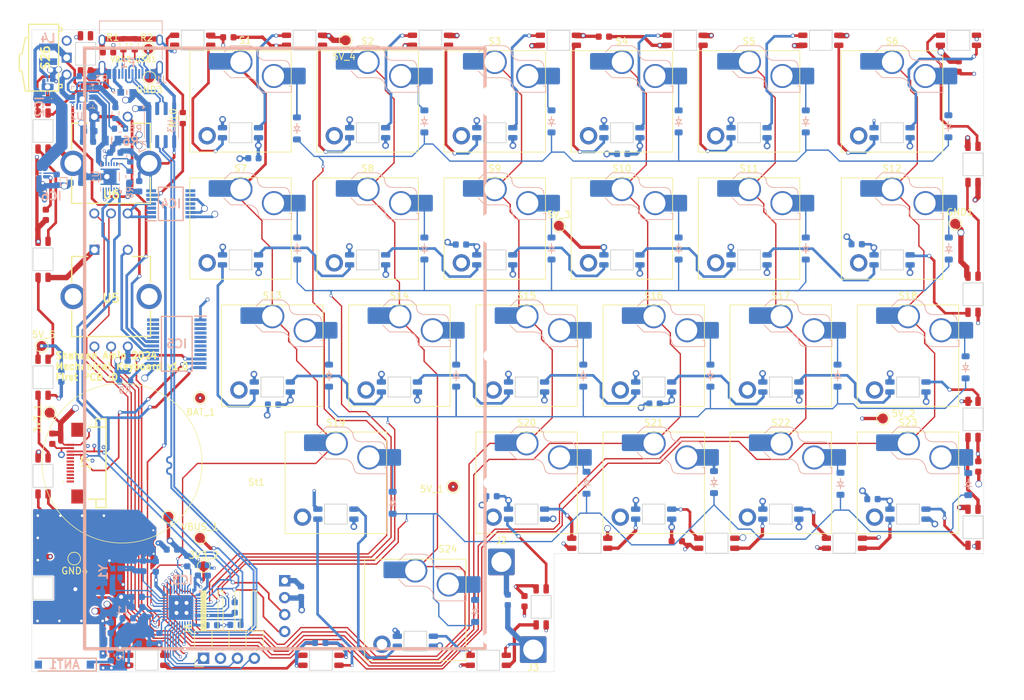
<source format=kicad_pcb>
(kicad_pcb (version 20240108) (generator "pcbnew") (generator_version "8.0")
  (layers (0 "F.Cu" signal) (1 "In1.Cu" power "PWR") (2 "In2.Cu" power "GND") (31 "B.Cu" signal) (34 "B.Paste" user) (35 "F.Paste" user) (36 "B.SilkS" user "B.Silkscreen") (37 "F.SilkS" user "F.Silkscreen") (38 "B.Mask" user) (39 "F.Mask" user) (44 "Edge.Cuts" user))
  (net 0 "")
  (net 1 "GND")
  (net 2 "3V3")
  (net 3 "5V")
  (net 4 "Net-(D1-DOUT)")
  (net 5 "Net-(D1-DIN)")
  (net 6 "Net-(D2-DOUT)")
  (net 7 "Net-(D5-DOUT)")
  (net 8 "Net-(D10-DOUT)")
  (net 9 "Net-(D12-DOUT)")
  (net 10 "Net-(D14-DOUT)")
  (net 11 "Net-(D18-DOUT)")
  (net 12 "/VBUS")
  (net 14 "/DEC4_6")
  (net 18 "Net-(IC5-~{RESET})")
  (net 20 "Net-(IC4-2Y)")
  (net 21 "/2A")
  (net 24 "/D_N")
  (net 25 "Net-(J1-CC1)")
  (net 26 "/D_P")
  (net 27 "Net-(J1-CC2)")
  (net 29 "/SDA")
  (net 30 "/SCL")
  (net 31 "/Column 0")
  (net 32 "/Column 1")
  (net 33 "/Column 2")
  (net 34 "/Column 3")
  (net 35 "/Column 4")
  (net 36 "/Column 5")
  (net 37 "/CW2")
  (net 38 "D-")
  (net 39 "/CCW")
  (net 40 "/Row 1")
  (net 41 "/NO")
  (net 42 "/NO2")
  (net 43 "D+")
  (net 44 "/Row 0")
  (net 45 "/Row 3")
  (net 46 "/Row 2")
  (net 47 "/CCW2")
  (net 48 "/CW")
  (net 49 "/CHG")
  (net 50 "Net-(U2-TS)")
  (net 51 "Net-(U2-ISET)")
  (net 54 "Net-(U2-ILIM)")
  (net 55 "/BAT_SRN")
  (net 58 "Net-(Di1-A)")
  (net 59 "Net-(Di7-A)")
  (net 60 "Net-(Di8-A)")
  (net 61 "Net-(Di9-A)")
  (net 62 "Net-(Di10-A)")
  (net 63 "Net-(Di14-A)")
  (net 64 "Net-(Di19-A)")
  (net 65 "Net-(Di21-A)")
  (net 66 "Net-(Di23-A)")
  (net 68 "Net-(IC3-ANT)")
  (net 69 "Net-(IC3-SWDIO)")
  (net 70 "Net-(IC3-DECUSB)")
  (net 71 "Net-(IC3-DEC1)")
  (net 72 "Net-(IC3-XC1)")
  (net 73 "Net-(IC3-DEC5)")
  (net 74 "Net-(IC3-XC2)")
  (net 75 "Net-(IC3-DEC3)")
  (net 76 "/INTA")
  (net 77 "Net-(IC3-SWDCLK)")
  (net 92 "Net-(C15-Pad1)")
  (net 93 "/RF")
  (net 94 "Net-(IC2-LX)")
  (net 96 "Net-(IC2-BAT)")
  (net 98 "Net-(IC6-LX)")
  (net 100 "Net-(Di15-A)")
  (net 101 "Net-(Di22-A)")
  (net 102 "Net-(Di11-A)")
  (net 103 "Net-(Di17-A)")
  (net 104 "Net-(Di24-A)")
  (net 105 "Net-(Di12-A)")
  (net 106 "Net-(Di18-A)")
  (net 107 "Net-(Di2-A)")
  (net 108 "Net-(Di13-A)")
  (net 109 "Net-(Di3-A)")
  (net 110 "Net-(Di4-A)")
  (net 111 "Net-(Di16-A)")
  (net 112 "Net-(Di5-A)")
  (net 113 "Net-(Di6-A)")
  (net 114 "Net-(Di20-A)")
  (net 115 "Net-(D3-DOUT)")
  (net 116 "Net-(D4-DOUT)")
  (net 117 "Net-(D6-DOUT)")
  (net 118 "Net-(D7-DOUT)")
  (net 119 "Net-(D8-DOUT)")
  (net 120 "Net-(D10-DIN)")
  (net 121 "Net-(D11-DOUT)")
  (net 122 "Net-(D13-DOUT)")
  (net 123 "Net-(D15-DOUT)")
  (net 124 "Net-(D17-DOUT)")
  (net 125 "Net-(D16-DOUT)")
  (net 126 "Net-(D19-DOUT)")
  (net 127 "Net-(D20-DOUT)")
  (net 128 "Net-(D21-DOUT)")
  (net 129 "Net-(D22-DOUT)")
  (net 130 "Net-(D23-DOUT)")
  (net 131 "Net-(D24-DOUT)")
  (net 132 "/BAT")
  (net 133 "/VBUS_USB")
  (net 134 "/OUT")
  (net 145 "Net-(D25-DOUT)")
  (net 146 "Net-(D26-DOUT)")
  (net 147 "Net-(D28-DOUT)")
  (net 148 "Net-(D29-DOUT)")
  (net 149 "Net-(D30-DOUT)")
  (net 150 "Net-(D33-DOUT)")
  (net 151 "Net-(D34-DOUT)")
  (net 152 "Net-(D37-DOUT)")
  (net 153 "Net-(D38-DOUT)")
  (net 154 "Net-(D41-DOUT)")
  (net 155 "Net-(D42-DOUT)")
  (net 156 "Net-(D45-DOUT)")
  (net 157 "Net-(D46-DOUT)")
  (net 158 "Net-(D27-DOUT)")
  (net 159 "Net-(D31-DOUT)")
  (net 160 "Net-(D32-DOUT)")
  (net 161 "Net-(D35-DOUT)")
  (net 162 "Net-(D36-DOUT)")
  (net 163 "Net-(D39-DOUT)")
  (net 164 "Net-(D40-DOUT)")
  (net 165 "Net-(D43-DOUT)")
  (net 166 "Net-(D44-DOUT)")
  (net 167 "Net-(D47-DOUT)")
  (net 172 "Net-(U1-V_{DD})")
  (net 173 "Net-(U1-BIN)")
  (net 174 "Net-(U1-GPOUT)")
  (footprint "ScottoKeebs_Components:Capacitor_0603" (layer "F.Cu") (at 233.4005 102.1034 -90)
    (property "Reference" "C36" (hide yes))
    (property "Value" "100nF" (hide yes))
  )
  (footprint "CustomLibrary:M1.6 Hole" (layer "F.Cu") (at 209.5605 57.4234)
    (property "Reference" "REF**" (hide yes))
    (property "Value" "M1.6 Hole" (hide yes))
  )
  (footprint "ScottoKeebs_Hotswap:Hotswap_Choc_V1V2_Plated_1.00u" (layer "F.Cu") (at 220.48175 47.3934)
    (property "Reference" "S6")
    (property "Value" "Keyswitch")
  )
  (footprint "ScottoKeebs_Components:Capacitor_0603" (layer "F.Cu") (at 93.6005 114.8434 90)
    (property "Reference" "C39" (hide yes))
    (property "Value" "100nF" (hide yes))
  )
  (footprint "TestPoint:TestPoint_Pad_D1.5mm" (layer "F.Cu") (at 116.8005 91.8434)
    (property "Reference" "BAT_1")
    (property "Value" "TestPoint")
  )
  (footprint "ScottoKeebs_Hotswap:Hotswap_Choc_V1V2_Plated_1.00u" (layer "F.Cu") (at 141.9005 47.3934)
    (property "Reference" "S2")
    (property "Value" "Keyswitch")
  )
  (footprint "ScottoKeebs_Components:LED_SK6812MINI" (layer "F.Cu") (at 99.6205 40.2634 90)
    (property "Reference" "D48" (hide yes))
    (property "Value" "LED_SK6812MINI" (hide yes))
    (fp_line (start 1.7 -1.5) (end -1.7 -1.5) (stroke (width 0.12)) (layer "Edge.Cuts"))
    (fp_line (start -1.7 -1.5) (end -1.7 1.5) (stroke (width 0.12)) (layer "Edge.Cuts"))
    (fp_line (start 1.7 1.5) (end 1.7 -1.5) (stroke (width 0.12)) (layer "Edge.Cuts"))
    (fp_line (start -1.7 1.5) (end 1.7 1.5) (stroke (width 0.12)) (layer "Edge.Cuts"))
  )
  (footprint "ScottoKeebs_Components:LED_SK6812MINI" (layer "F.Cu") (at 132.4405 38.2434)
    (property "Reference" "D3" (hide yes))
    (property "Value" "LED_SK6812MINI" (hide yes))
    (fp_line (start -1.7 -1.5) (end -1.7 1.5) (stroke (width 0.12)) (layer "Edge.Cuts"))
    (fp_line (start -1.7 1.5) (end 1.7 1.5) (stroke (width 0.12)) (layer "Edge.Cuts"))
    (fp_line (start 1.7 -1.5) (end -1.7 -1.5) (stroke (width 0.12)) (layer "Edge.Cuts"))
    (fp_line (start 1.7 1.5) (end 1.7 -1.5) (stroke (width 0.12)) (layer "Edge.Cuts"))
  )
  (footprint "ScottoKeebs_Hotswap:Hotswap_Choc_V1V2_Plated_1.00u" (layer "F.Cu") (at 127.613 85.4934)
    (property "Reference" "S13")
    (property "Value" "Keyswitch")
  )
  (footprint "ScottoKeebs_Hotswap:Hotswap_Choc_V1V2_Plated_1.00u" (layer "F.Cu") (at 180.0005 66.4434)
    (property "Reference" "S10")
    (property "Value" "Keyswitch")
  )
  (footprint "TestPoint:TestPoint_Pad_D1.5mm" (layer "F.Cu") (at 229.9305 65.7334)
    (property "Reference" "GND1")
    (property "Value" "TestPoint")
  )
  (footprint "ScottoKeebs_Components:OLED_128x32" (layer "F.Cu") (at 131.0705 129.0134 180)
    (property "Reference" "J4" (hide yes))
    (property "Value" "OLED_128x32")
  )
  (footprint "CustomLibrary:M1.6 Hole" (layer "F.Cu") (at 170.5005 57.2434)
    (property "Reference" "REF**" (hide yes))
    (property "Value" "M1.6 Hole" (hide yes))
  )
  (footprint "CustomLibrary:M1.6 Hole" (layer "F.Cu") (at 231.4005 47.0334)
    (property "Reference" "REF**" (hide yes))
    (property "Value" "M1.6 Hole" (hide yes))
  )
  (footprint "CustomLibrary:M1.6 Hole" (layer "F.Cu") (at 209.8005 41.6434)
    (property "Reference" "REF**" (hide yes))
    (property "Value" "M1.6 Hole" (hide yes))
  )
  (footprint "ScottoKeebs_Components:LED_SK6812MINI" (layer "F.Cu") (at 115.6805 38.2434)
    (property "Reference" "D1" (hide yes))
    (property "Value" "LED_SK6812MINI" (hide yes))
    (fp_line (start -1.7 -1.5) (end -1.7 1.5) (stroke (width 0.12)) (layer "Edge.Cuts"))
    (fp_line (start -1.7 1.5) (end 1.7 1.5) (stroke (width 0.12)) (layer "Edge.Cuts"))
    (fp_line (start 1.7 -1.5) (end -1.7 -1.5) (stroke (width 0.12)) (layer "Edge.Cuts"))
    (fp_line (start 1.7 1.5) (end 1.7 -1.5) (stroke (width 0.12)) (layer "Edge.Cuts"))
  )
  (footprint "Connector_Wire:SolderWire-2.5sqmm_1x01_D2.4mm_OD3.6mm" (layer "F.Cu") (at 166.7105 129.5434)
    (property "Reference" "J3")
    (property "Value" "Battery Neg")
  )
  (footprint "CustomLibrary:M1.6 Hole" (layer "F.Cu") (at 132.3005 56.9434)
    (property "Reference" "REF**" (hide yes))
    (property "Value" "M1.6 Hole" (hide yes))
  )
  (footprint "ScottoKeebs_Hotswap:Hotswap_Choc_V1V2_Plated_1.00u" (layer "F.Cu") (at 199.0505 47.3934)
    (property "Reference" "S5")
    (property "Value" "Keyswitch")
  )
  (footprint "ScottoKeebs_Components:LED_SK6812MINI" (layer "F.Cu") (at 209.8005 38.2434)
    (property "Reference" "D11" (hide yes))
    (property "Value" "LED_SK6812MINI" (hide yes))
    (fp_line (start -1.7 -1.5) (end -1.7 1.5) (stroke (width 0.12)) (layer "Edge.Cuts"))
    (fp_line (start -1.7 1.5) (end 1.7 1.5) (stroke (width 0.12)) (layer "Edge.Cuts"))
    (fp_line (start 1.7 -1.5) (end -1.7 -1.5) (stroke (width 0.12)) (layer "Edge.Cuts"))
    (fp_line (start 1.7 1.5) (end 1.7 -1.5) (stroke (width 0.12)) (layer "Edge.Cuts"))
  )
  (footprint "ScottoKeebs_Components:LED_SK6812MINI" (layer "F.Cu") (at 232.6105 56.8334 -90)
    (property "Reference" "D14" (hide yes))
    (property "Value" "LED_SK6812MINI" (hide yes))
    (fp_line (start -1.7 1.5) (end 1.7 1.5) (stroke (width 0.12)) (layer "Edge.Cuts"))
    (fp_line (start 1.7 1.5) (end 1.7 -1.5) (stroke (width 0.12)) (layer "Edge.Cuts"))
    (fp_line (start -1.7 -1.5) (end -1.7 1.5) (stroke (width 0.12)) (layer "Edge.Cuts"))
    (fp_line (start 1.7 -1.5) (end -1.7 -1.5) (stroke (width 0.12)) (layer "Edge.Cuts"))
  )
  (footprint "ScottoKeebs_Components:Capacitor_0603" (layer "F.Cu") (at 121.0255 37.7934)
    (property "Reference" "C42" (hide yes))
    (property "Value" "100nF" (hide yes))
  )
  (footprint "ScottoKeebs_Components:LED_SK6812MINI" (layer "F.Cu") (at 108.8005 131.1434 180)
    (property "Reference" "D42" (hide yes))
    (property "Value" "LED_SK6812MINI" (hide yes))
    (fp_line (start 1.7 1.5) (end 1.7 -1.5) (stroke (width 0.12)) (layer "Edge.Cuts"))
    (fp_line (start 1.7 -1.5) (end -1.7 -1.5) (stroke (width 0.12)) (layer "Edge.Cuts"))
    (fp_line (start -1.7 1.5) (end 1.7 1.5) (stroke (width 0.12)) (layer "Edge.Cuts"))
    (fp_line (start -1.7 -1.5) (end -1.7 1.5) (stroke (width 0.12)) (layer "Edge.Cuts"))
  )
  (footprint "ScottoKeebs_Components:LED_SK6812MINI" (layer "F.Cu") (at 230.4305 38.2434 180)
    (property "Reference" "D13" (hide yes))
    (property "Value" "LED_SK6812MINI" (hide yes))
    (fp_line (start 1.7 1.5) (end 1.7 -1.5) (stroke (width 0.12)) (layer "Edge.Cuts"))
    (fp_line (start 1.7 -1.5) (end -1.7 -1.5) (stroke (width 0.12)) (layer "Edge.Cuts"))
    (fp_line (start -1.7 1.5) (end 1.7 1.5) (stroke (width 0.12)) (layer "Edge.Cuts"))
    (fp_line (start -1.7 -1.5) (end -1.7 1.5) (stroke (width 0.12)) (layer "Edge.Cuts"))
  )
  (footprint "ScottoKeebs_Components:LED_SK6812MINI" (layer "F.Cu") (at 232.6105 111.2134 -90)
    (property "Reference" "D29" (hide yes))
    (property "Value" "LED_SK6812MINI" (hide yes))
    (fp_line (start -1.7 1.5) (end 1.7 1.5) (stroke (width 0.12)) (layer "Edge.Cuts"))
    (fp_line (start 1.7 1.5) (end 1.7 -1.5) (stroke (width 0.12)) (layer "Edge.Cuts"))
    (fp_line (start -1.7 -1.5) (end -1.7 1.5) (stroke (width 0.12)) (layer "Edge.Cuts"))
    (fp_line (start 1.7 -1.5) (end -1.7 -1.5) (stroke (width 0.12)) (layer "Edge.Cuts"))
  )
  (footprint "ScottoKeebs_Hotswap:Hotswap_Choc_V1V2_Plated_1.00u" (layer "F.Cu") (at 203.813 85.4934)
    (property "Reference" "S17")
    (property "Value" "Keyswitch")
  )
  (footprint "TestPoint:TestPoint_Pad_D1.5mm" (layer "F.Cu") (at 170.5505 66.0234)
    (property "Reference" "5V_3")
    (property "Value" "TestPoint")
  )
  (footprint "ScottoKeebs_Components:LED_SK6812MINI" (layer "F.Cu") (at 194.2105 113.6034 180)
    (property "Reference" "D33" (hide yes))
    (property "Value" "LED_SK6812MINI" (hide yes))
    (fp_line (start 1.7 1.5) (end 1.7 -1.5) (stroke (width 0.12)) (layer "Edge.Cuts"))
    (fp_line (start 1.7 -1.5) (end -1.7 -1.5) (stroke (width 0.12)) (layer "Edge.Cuts"))
    (fp_line (start -1.7 1.5) (end 1.7 1.5) (stroke (width 0.12)) (layer "Edge.Cuts"))
    (fp_line (start -1.7 -1.5) (end -1.7 1.5) (stroke (width 0.12)) (layer "Edge.Cuts"))
  )
  (footprint "ScottoKeebs_Hotswap:Hotswap_Choc_V1V2_Plated_1.00u" (layer "F.Cu") (at 220.48175 66.4434)
    (property "Reference" "S12")
    (property "Value" "Keyswitch")
  )
  (footprint "ScottoKeebs_Components:LED_SK6812MINI" (layer "F.Cu") (at 213.3405 113.6034 180)
    (property "Reference" "D31" (hide yes))
    (property "Value" "LED_SK6812MINI" (hide yes))
    (fp_line (start 1.7 1.5) (end 1.7 -1.5) (stroke (width 0.12)) (layer "Edge.Cuts"))
    (fp_line (start 1.7 -1.5) (end -1.7 -1.5) (stroke (width 0.12)) (layer "Edge.Cuts"))
    (fp_line (start -1.7 1.5) (end 1.7 1.5) (stroke (width 0.12)) (layer "Edge.Cuts"))
    (fp_line (start -1.7 -1.5) (end -1.7 1.5) (stroke (width 0.12)) (layer "Edge.Cuts"))
  )
  (footprint "ScottoKeebs_Components:Capacitor_0603" (layer "F.Cu") (at 101.9005 45.0434)
    (property "Reference" "C10" (hide yes))
    (property "Value" "4.7uF" (hide yes))
  )
  (footprint "CustomLibrary:M1.6 Hole" (layer "F.Cu") (at 175.2005 77.4434)
    (property "Reference" "REF**" (hide yes))
    (property "Value" "M1.6 Hole" (hide yes))
  )
  (footprint "ScottoKeebs_Stabilizer:Stabilizer_MX_2.00u" (layer "F.Cu") (at 137.138 104.5434)
    (property "Reference" "St1")
    (property "Value" "Stabilizer_MX_2.00u")
  )
  (footprint "Resistor_SMD:R_0603_1608Metric" (layer "F.Cu") (at 114.2005 49.8934 90)
    (property "Reference" "R10")
    (property "Value" "3k")
  )
  (footprint "ScottoKeebs_Components:LED_SK6812MINI" (layer "F.Cu") (at 175.1805 113.6034 180)
    (property "Reference" "D35" (hide yes))
    (property "Value" "LED_SK6812MINI" (hide yes))
    (fp_line (start 1.7 1.5) (end 1.7 -1.5) (stroke (width 0.12)) (layer "Edge.Cuts"))
    (fp_line (start 1.7 -1.5) (end -1.7 -1.5) (stroke (width 0.12)) (layer "Edge.Cuts"))
    (fp_line (start -1.7 1.5) (end 1.7 1.5) (stroke (width 0.12)) (layer "Edge.Cuts"))
    (fp_line (start -1.7 -1.5) (end -1.7 1.5) (stroke (width 0.12)) (layer "Edge.Cuts"))
  )
  (footprint "TestPoint:TestPoint_Pad_D1.5mm" (layer "F.Cu") (at 112.0505 109.6434)
    (property "Reference" "GND2" (hide yes))
    (property "Value" "TestPoint")
  )
  (footprint "ScottoKeebs_Components:LED_SK6812MINI" (layer "F.Cu") (at 93.2605 103.5234 90)
    (property "Reference" "D44" (hide yes))
    (property "Value" "LED_SK6812MINI" (hide yes))
    (fp_line (start 1.7 -1.5) (end -1.7 -1.5) (stroke (width 0.12)) (layer "Edge.Cuts"))
    (fp_line (start -1.7 -1.5) (end -1.7 1.5) (stroke (width 0.12)) (layer "Edge.Cuts"))
    (fp_line (start 1.7 1.5) (end 1.7 -1.5) (stroke (width 0.12)) (layer "Edge.Cuts"))
    (fp_line (start -1.7 1.5) (end 1.7 1.5) (stroke (width 0.12)) (layer "Edge.Cuts"))
  )
  (footprint "Resistor_SMD:R_0603_1608Metric" (layer "F.Cu") (at 107.0005 38.8434 90)
    (property "Reference" "R2")
    (property "Value" "5k1")
  )
  (footprint "ScottoKeebs_Hotswap:Hotswap_Choc_V1V2_Plated_1.00u" (layer "F.Cu") (at 203.813 104.5434)
    (property "Reference" "S22")
    (property "Value" "Keyswitch")
  )
  (footprint "TestPoint:TestPoint_Pad_D1.5mm" (layer "F.Cu") (at 109.0505 39.5434)
    (property "Reference" "VBUS_USB1")
    (property "Value" "TestPoint")
  )
  (footprint "ScottoKeebs_Components:LED_SK6812MINI" (layer "F.Cu") (at 93.2605 88.7334 90)
    (property "Reference" "D45" (hide yes))
    (property "Value" "LED_SK6812MINI" (hide yes))
    (fp_line (start 1.7 -1.5) (end -1.7 -1.5) (stroke (width 0.12)) (layer "Edge.Cuts"))
    (fp_line (start -1.7 -1.5) (end -1.7 1.5) (stroke (width 0.12)) (layer "Edge.Cuts"))
    (fp_line (start 1.7 1.5) (end 1.7 -1.5) (stroke (width 0.12)) (layer "Edge.Cuts"))
    (fp_line (start -1.7 1.5) (end 1.7 1.5) (stroke (width 0.12)) (layer "Edge.Cuts"))
  )
  (footprint "ScottoKeebs_Hotswap:Hotswap_Choc_V1V2_Plated_1.00u" (layer "F.Cu") (at 222.863 104.5434)
    (property "Reference" "S23")
    (property "Value" "Keyswitch")
  )
  (footprint "CustomLibrary:M1.6 Hole" (layer "F.Cu") (at 213.3005 95.0434)
    (property "Reference" "REF**" (hide yes))
    (property "Value" "M1.6 Hole" (hide yes))
  )
  (footprint "ScottoKeebs_Components:LED_SK6812MINI" (layer "F.Cu") (at 232.6105 95.0434 -90)
    (property "Reference" "D28" (hide yes))
    (property "Value" "LED_SK6812MINI" (hide yes))
    (fp_line (start -1.7 1.5) (end 1.7 1.5) (stroke (width 0.12)) (layer "Edge.Cuts"))
    (fp_line (start 1.7 1.5) (end 1.7 -1.5) (stroke (width 0.12)) (layer "Edge.Cuts"))
    (fp_line (start -1.7 -1.5) (end -1.7 1.5) (stroke (width 0.12)) (layer "Edge.Cuts"))
    (fp_line (start 1.7 -1.5) (end -1.7 -1.5) (stroke (width 0.12)) (layer "Edge.Cuts"))
  )
  (footprint "TestPoint:TestPoint_Pad_D1.5mm" (layer "F.Cu") (at 94.2505 94.0434)
    (property "Reference" "3v3_1")
    (property "Value" "TestPoint")
  )
  (footprint "ScottoKeebs_Hotswap:Hotswap_Choc_V1V2_Plated_1.00u" (layer "F.Cu") (at 199.0505 66.4434)
    (property "Reference" "S11")
    (property "Value" "Keyswitch")
  )
  (footprint "ScottoKeebs_Hotswap:Hotswap_Choc_V1V2_Plated_1.00u" (layer "F.Cu") (at 165.713 85.4934)
    (property "Reference" "S15")
    (property "Value" "Keyswitch")
  )
  (footprint "ScottoKeebs_Hotswap:Hotswap_Choc_V1V2_Plated_1.00u" (layer "F.Cu") (at 141.9005 66.4434)
    (property "Reference" "S8")
    (property "Value" "Keyswitch")
  )
  (footprint "SamacSys_Parts:F32Q1A7H111012" (layer "F.Cu") (at 100.0205 101.6034 90)
    (property "Reference" "J7")
    (property "Value" "F32Q-1A7H1-11012" (hide yes))
  )
  (footprint "TestPoint:TestPoint_Pad_D1.5mm" (layer "F.Cu") (at 97.9305 115.9034)
    (property "Reference" "GND4")
    (property "Value" "TestPoint")
  )
  (footprint "ScottoKeebs_Hotswap:Hotswap_Choc_V1V2_Plated_1.00u" (layer "F.Cu") (at 122.8505 47.3934)
    (property "Reference" "S1")
    (property "Value" "Keyswitch")
  )
  (footprint "Connector_Wire:SolderWire-2.5sqmm_1x01_D2.4mm_OD3.6mm" (layer "F.Cu") (at 161.9405 116.4034)
    (property "Reference" "J2")
    (property "Value" "Battery Pos")
  )
  (footprint "ScottoKeebs_Components:LED_SK6812MINI" (layer "F.Cu") (at 93.2605 71.0634 90)
    (property "Reference" "D46" (hide yes))
    (property "Value" "LED_SK6812MINI" (hide yes))
    (fp_line (start 1.7 -1.5) (end -1.7 -1.5) (stroke (width 0.12)) (layer "Edge.Cuts"))
    (fp_line (start -1.7 -1.5) (end -1.7 1.5) (stroke (width 0.12)) (layer "Edge.Cuts"))
    (fp_line (start 1.7 1.5) (end 1.7 -1.5) (stroke (width 0.12)) (layer "Edge.Cuts"))
    (fp_line (start -1.7 1.5) (end 1.7 1.5) (stroke (width 0.12)) (layer "Edge.Cuts"))
  )
  (footprint "Connector_PinHeader_2.54mm:PinHeader_1x04_P2.54mm_Horizontal" (layer "F.Cu") (at 117.3105 130.8434 90)
    (property "Reference" "J6")
    (property "Value" "Conn_01x04")
  )
  (footprint "ScottoKeebs_Components:LED_SK6812MINI" (layer "F.Cu") (at 232.6105 76.2934 -90)
    (property "Reference" "D15" (hide yes))
    (property "Value" "LED_SK6812MINI" (hide yes))
    (fp_line (start -1.7 1.5) (end 1.7 1.5) (stroke (width 0.12)) (layer "Edge.Cuts"))
    (fp_line (start 1.7 1.5) (end 1.7 -1.5) (stroke (width 0.12)) (layer "Edge.Cuts"))
    (fp_line (start -1.7 -1.5) (end -1.7 1.5) (stroke (width 0.12)) (layer "Edge.Cuts"))
    (fp_line (start 1.7 -1.5) (end -1.7 -1.5) (stroke (width 0.12)) (layer "Edge.Cuts"))
  )
  (footprint "Resistor_SMD:R_0603_1608Metric" (layer "F.Cu") (at 105.3005 38.8434 90)
    (property "Reference" "R1")
    (property "Value" "5k1")
  )
  (footprint "ScottoKeebs_Components:Capacitor_0603" (layer "F.Cu") (at 99.4005 45.8434 -90)
    (property "Reference" "C25" (hide yes))
    (property "Value" "10uF" (hide yes))
  )
  (footprint "SamacSys_Parts:PEC11L4015FS0015" (layer "F.Cu") (at 100.9605 69.6334)
    (property "Reference" "U5")
    (property "Value" "PEC11L-4015F-S0015" (hide yes))
  )
  (footprint "ScottoKeebs_Components:Capacitor_0603" (layer "F.Cu") (at 103.0005 40.0434 180)
    (property "Reference" "C26" (hide yes))
    (property "Value" "10uF-lowESR" (hide yes))
  )
  (footprint "ScottoKeebs_Hotswap:Hotswap_Choc_V1V2_Plated_1.00u" (layer "F.Cu") (at 160.9505 47.3934)
    (property "Reference" "S3")
    (property "Value" "Keyswitch")
  )
  (footprint "CustomLibrary:M1.6 Hole" (layer "F.Cu") (at 155.2005 97.1434)
    (property "Reference" "REF**" (hide yes))
    (property "Value" "M1.6 Hole" (hide yes))
  )
  (footprint "CustomLibrary:M1.6 Hole" (layer "F.Cu") (at 102.2005 91.4434)
    (property "Reference" "REF**" (hide yes))
    (property "Value" "M1.6 Hole" (hide yes))
  )
  (footprint "CustomLibrary:M1.6 Hole" (layer "F.Cu") (at 229.0005 95.1434)
    (property "Reference" "REF**" (hide yes))
    (property "Value" "M1.6 Hole" (hide yes))
  )
  (footprint "TestPoint:TestPoint_Pad_D1.5mm" (layer "F.Cu") (at 116.7705 112.8034)
    (property "Reference" "VBUS_1")
    (property "Value" "TestPoint")
  )
  (footprint "ScottoKeebs_Components:Capacitor_0603" (layer "F.Cu") (at 94.6505 97.9434 -90)
    (property "Reference" "C37" (hide yes))
    (property "Value" "100nF" (hide yes))
  )
  (footprint "TestPoint:TestPoint_Pad_D1.5mm" (layer "F.Cu") (at 219.1005 94.9134)
    (property "Reference" "5V_2")
    (property "Value" "TestPoint")
  )
  (footprint "ScottoKeebs_Components:LED_SK6812MINI" (layer "F.Cu") (at 170.4805 38.2434)
    (property "Reference" "D7" (hide yes))
    (property "Value" "LED_SK6812MINI" (hide yes))
    (fp_line (start -1.7 -1.5) (end -1.7 1.5) (stroke (width 0.12)) (layer "Edge.Cuts"))
    (fp_line (start -1.7 1.5) (end 1.7 1.5) (stroke (width 0.12)) (layer "Edge.Cuts"))
    (fp_line (start 1.7 -1.5) (end -1.7 -1.5) (stroke (width 0.12)) (layer "Edge.Cuts"))
    (fp_line (start 1.7 1.5) (end 1.7 -1.5) (stroke (width 0.12)) (layer "Edge.Cuts"))
  )
  (footprint "TestPoint:TestPoint_Pad_D1.5mm" (layer "F.Cu") (at 93.0505 84.0434)
    (property "Reference" "5V_5")
    (property "Value" "TestPoint")
  )
  (footprint "ScottoKeebs_Components:LED_SK6812MINI" (layer "F.Cu") (at 189.4705 38.2434)
    (property "Reference" "D9" (hide yes))
    (property "Value" "LED_SK6812MINI" (hide yes))
    (fp_line (start -1.7 -1.5) (end -1.7 1.5) (stroke (width 0.12)) (layer "Edge.Cuts"))
    (fp_line (start -1.7 1.5) (end 1.7 1.5) (stroke (width 0.12)) (layer "Edge.Cuts"))
    (fp_line (start 1.7 -1.5) (end -1.7 -1.5) (stroke (width 0.12)) (layer "Edge.Cuts"))
    (fp_line (start 1.7 1.5) (end 1.7 -1.5) (stroke (width 0.12)) (layer "Edge.Cuts"))
  )
  (footprint "CustomLibrary:M1.6 Hole" (layer "F.Cu") (at 151.6005 46.4434)
    (property "Reference" "REF**" (hide yes))
    (property "Value" "M1.6 Hole" (hide yes))
  )
  (footprint "CustomLibrary:M1.6 Hole" (layer "F.Cu") (at 170.5005 46.4434)
    (property "Reference" "REF**" (hide yes))
    (property "Value" "M1.6 Hole" (hide yes))
  )
  (footprint "CustomLibrary:M1.6 Hole" (layer "F.Cu") (at 138.0005 118.6434)
    (property "Reference" "REF**" (hide yes))
    (property "Value" "M1.6 Hole" (hide yes))
  )
  (footprint "CustomLibrary:M1.6 Hole" (layer "F.Cu") (at 113.5005 42.8434)
    (property "Reference" "REF**" (hide yes))
    (property "Value" "M1.6 Hole" (hide yes))
  )
  (footprint "ScottoKeebs_Components:Capacitor_0603" (layer "F.Cu") (at 177.3005 37.6934)
    (property "Reference" "C41" (hide yes))
    (property "Value" "100nF" (hide yes))
  )
  (footprint "CustomLibrary:M1.6 Hole" (layer "F.Cu") (at 137.3005 124.0434)
    (property "Reference" "REF**" (hide yes))
    (property "Value" "M1.6 Hole" (hide yes))
  )
  (footprint "CustomLibrary:M1.6 Hole" (layer "F.Cu") (at 213.4005 110.4434)
    (property "Reference" "REF**" (hide yes))
    (property "Value" "M1.6 Hole" (hide yes))
  )
  (footprint "TestPoint:TestPoint_Pad_D1.5mm" (layer "F.Cu") (at 117.3305 117.0534)
    (property "Reference" "3V3_2")
    (property "Value" "TestPoint")
  )
  (footprint "SamacSys_Parts:CLSA12C422" (layer "F.Cu") (at 96.8005 40.8434 -90)
    (property "Reference" "S26")
    (property "Value" "CL-SA-12C4-22" (hide yes))
  )
  (footprint "ScottoKeebs_Components:LED_SK6812MINI" (layer "F.Cu") (at 93.2605 51.8334 90)
    (property "Reference" "D47" (hide yes))
    (property "Value" "LED_SK6812MINI" (hide yes))
    (fp_line (start 1.7 -1.5) (end -1.7 -1.5) (stroke (width 0.12)) (layer "Edge.Cuts"))
    (fp_line (start -1.7 -1.5) (end -1.7 1.5) (stroke (width 0.12)) (layer "Edge.Cuts"))
    (fp_line (start 1.7 1.5) (end 1.7 -1.5) (stroke (width 0.12)) (layer "Edge.Cuts"))
    (fp_line (start -1.7 1.5) (end 1.7 1.5) (stroke (width 0.12)) (layer "Edge.Cuts"))
  )
  (footprint "ScottoKeebs_Components:LED_SK6812MINI" (layer "F.Cu") (at 159.9805 131.1434 180)
    (property "Reference" "D38" (hide yes))
    (property "Value" "LED_SK6812MINI" (hide yes))
    (fp_line (start 1.7 1.5) (end 1.7 -1.5) (stroke (width 0.12)) (layer "Edge.Cuts"))
    (fp_line (start 1.7 -1.5) (end -1.7 -1.5) (stroke (width 0.12)) (layer "Edge.Cuts"))
    (fp_line (start -1.7 1.5) (end 1.7 1.5) (stroke (width 0.12)) (layer "Edge.Cuts"))
    (fp_line (start -1.7 -1.5) (end -1.7 1.5) (stroke (width 0.12)) (layer "Edge.Cuts"))
  )
  (footprint "ScottoKeebs_Hotswap:Hotswap_Choc_V1V2_Plated_1.00u" (layer "F.Cu") (at 160.9505 66.4434)
    (property "Reference" "S9")
    (property "Value" "Keyswitch")
  )
  (footprint "TestPoint:TestPoint_Pad_D1.5mm" (layer "F.Cu") (at 154.6905 105.1334)
    (property "Reference" "5V_1")
    (property "Value" "TestPoint")
  )
  (footprint "ScottoKeebs_Components:LED_SK6812MINI" (layer "F.Cu") (at 167.9005 123.1434 -90)
    (property "Reference" "D37" (hide yes))
    (property "Value" "LED_SK6812MINI" (hide yes))
    (fp_line (start -1.7 1.5) (end 1.7 1.5) (stroke (width 0.12)) (layer "Edge.Cuts"))
    (fp_line (start 1.7 1.5) (end 1.7 -1.5) (stroke (width 0.12)) (layer "Edge.Cuts"))
    (fp_line (start -1.7 -1.5) (end -1.7 1.5) (stroke (width 0.12)) (layer "Edge.Cuts"))
    (fp_line (start 1.7 -1.5) (end -1.7 -1.5) (stroke (width 0.12)) (layer "Edge.Cuts"))
  )
  (footprint "ScottoKeebs_Components:LED_SK6812MINI" (layer "F.Cu") (at 134.9005 131.1434 180)
    (property "Reference" "D41" (hide yes))
    (property "Value" "LED_SK6812MINI" (hide yes))
    (fp_line (start 1.7 1.5) (end 1.7 -1.5) (stroke (width 0.12)) (layer "Edge.Cuts"))
    (fp_line (start 1.7 -1.5) (end -1.7 -1.5) (stroke (width 0.12)) (layer "Edge.Cuts"))
    (fp_line (start -1.7 1.5) (end 1.7 1.5) (stroke (width 0.12)) (layer "Edge.Cuts"))
    (fp_line (start -1.7 -1.5) (end -1.7 1.5) (stroke (width 0.12)) (layer "Edge.Cuts"))
  )
  (footprint "ScottoKeebs_Hotswap:Hotswap_Choc_V1V2_Plated_1.00u" (layer "F.Cu") (at 180.0005 47.3934)
    (property "Reference" "S4")
    (property "Value" "Keyswitch")
  )
  (footprint "TestPoint:TestPoint_Pad_D1.5mm" (layer "F.Cu") (at 109.2005 43.8434)
    (property "Reference" "GND3")
    (property "Value" "TestPoint")
  )
  (footprint "ScottoKeebs_Hotswap:Hotswap_Choc_V1V2_Plated_1.00u" (layer "F.Cu") (at 165.713002 104.5434)
    (property "Reference" "S20")
    (property "Value" "Keyswitch")
  )
  (footprint "TestPoint:TestPoint_Pad_D1.5mm" (layer "F.Cu") (at 138.6005 38.2434)
    (property "Reference" "5V_4")
    (property "Value" "TestPoint")
  )
  (footprint "ScottoKeebs_Hotswap:Hotswap_Choc_V1V2_Plated_1.00u" (layer "F.Cu") (at 149.04425 123.5934)
    (property "Reference" "S24")
    (property "Value" "Keyswitch")
  )
  (footprint "ScottoKeebs_Components:LED_SK6812MINI" (layer "F.Cu") (at 151.3205 38.2434)
    (property "Reference" "D5" (hide yes))
    (property "Value" "LED_SK6812MINI" (hide yes))
    (fp_line (start -1.7 -1.5) (end -1.7 1.5) (stroke (width 0.12)) (layer "Edge.Cuts"))
    (fp_line (start -1.7 1.5) (end 1.7 1.5) (stroke (width 0.12)) (layer "Edge.Cuts"))
    (fp_line (start 1.7 -1.5) (end -1.7 -1.5) (stroke (width 0.12)) (layer "Edge.Cuts"))
    (fp_line (start 1.7 1.5) (end 1.7 -1.5) (stroke (width 0.12)) (layer "Edge.Cuts"))
  )
  (footprint "ScottoKeebs_Hotswap:Hotswap_Choc_V1V2_Plated_1.00u" (layer "F.Cu") (at 122.8505 66.4434)
    (property "Reference" "S7")
    (property "Value" "Keyswitch")
  )
  (footprint "ScottoKeebs_Components:LED_SK6812MINI" (layer "F.Cu") (at 93.2605 120.3234 90)
    (property "Reference" "D43" (hide yes))
    (property "Value" "LED_SK6812MINI" (hide yes))
    (fp_line (start 1.7 -1.5) (end -1.7 -1.5) (stroke (width 0.12)) (layer "Edge.Cuts"))
    (fp_line (start -1.7 -1.5) (end -1.7 1.5) (stroke (width 0.12)) (layer "Edge.Cuts"))
    (fp_line (start 1.7 1.5) (end 1.7 -1.5) (stroke (width 0.12)) (layer "Edge.Cuts"))
    (fp_line (start -1.7 1.5) (end 1.7 1.5) (stroke (width 0.12)) (layer "Edge.Cuts"))
  )
  (footprint "ScottoKeebs_Components:Capacitor_0603" (layer "F.Cu") (at 230.4605 42.1734 -90)
    (property "Reference" "C35" (hide yes))
    (property "Value" "100nF" (hide yes))
  )
  (footprint "ScottoKeebs_Hotswap:Hotswap_Choc_V1V2_Plated_1.00u" (layer "F.Cu") (at 184.763 85.4934)
    (property "Reference" "S16")
    (property "Value" "Keyswitch")
  )
  (footprint "CustomLibrary:M1.6 Hole" (layer "F.Cu") (at 160.0005 127.9434)
    (property "Reference" "REF**" (hide yes))
    (property "Value" "M1.6 Hole" (hide yes))
  )
  (footprint "SamacSys_Parts:PEC11L4015FS0015" (layer "F.Cu") (at 100.9405 49.6834)
    (property "Reference" "U6")
    (property "Value" "PEC11L-4015F-S0015" (hide yes))
  )
  (footprint "CustomLibrary:M1.6 Hole" (layer "F.Cu") (at 123.1005 76.0434)
    (property "Reference" "REF**" (hide yes))
    (property "Value" "M1.6 Hole" (hide yes))
  )
  (footprint "ScottoKeebs_Hotswap:Hotswap_Choc_V1V2_Plated_1.00u" (layer "F.Cu") (at 184.763 104.5434)
    (property "Reference" "S21")
    (property "Value" "Keyswitch")
  )
  (footprint "ScottoKeebs_Components:Capacitor_0603" (layer "F.Cu") (at 188.2255 113.2934 180)
    (property "Reference" "C43" (hide yes))
    (property "Value" "100nF" (hide yes))
  )
  (footprint "ScottoKeebs_Hotswap:Hotswap_Choc_V1V2_Plated_1.00u" (layer "F.Cu") (at 146.663 85.4934)
    (property "Reference" "S14")
    (property "Value" "Keyswitch")
  )
  (footprint "ScottoKeebs_Components:Capacitor_0603" (layer "F.Cu") (at 93.2255 47.6434)
    (property "Reference" "C27" (hide yes))
    (property "Value" "10uF-lowESR" (hide yes))
  )
  (footprint "CustomLibrary:M1.6 Hole" (layer "F.Cu") (at 109.8005 96.5434)
    (property "Reference" "REF**" (hide yes))
    (property "Value" "M1.6 Hole" (hide yes))
  )
  (footprint "CustomLibrary:M1.6 Hole" (layer "F.Cu") (at 175.2005 110.4434)
    (property "Reference" "REF**" (hide yes))
    (property "Value" "M1.6 Hole" (hide yes))
  )
  (footprint "ScottoKeebs_Hotswap:Hotswap_Choc_V1V2_Plated_1.00u" (layer "F.Cu") (at 222.863 85.4934)
    (property "Reference" "S18")
    (property "Value" "Keyswitch")
  )
  (footprint "ScottoKeebs_Hotswap:Hotswap_Choc_V1V2_Plated_1.00u" (layer "F.Cu") (at 137.138 104.5434)
    (property "Reference" "S19")
    (property "Value" "Keyswitch")
  )
  (footprint "ScottoKeebs_Components:Capacitor_0603" (layer "F.Cu") (at 165.4005 122.2934 90)
    (property "Reference" "C44" (hide yes))
    (property "Value" "10uF" (hide yes))
  )
  (footprint "ScottoKeebs_Components:Capacitor_0603" (layer "F.Cu") (at 93.6805 64.3934 -90)
    (property "Reference" "C46" (hide yes))
    (property "Value" "100nF" (hide yes))
  )
  (footprint "SamacSys_Parts:0603L050SLYR" (layer "B.Cu") (at 105.8005 46.0434)
    (property "Reference" "F1")
    (property "Value" "600mA" (hide yes))
  )
  (footprint "Inductor_SMD:L_0603_1608Metric" (layer "B.Cu") (at 95.3005 59.1434 90)
    (property "Reference" "L3")
    (property "Value" "1uH")
  )
  (footprint "Resistor_SMD:R_0603_1608Metric" (layer "B.Cu") (at 106.3305 55.6434 -90)
    (property "Reference" "R7")
    (property "Value" "10k")
  )
  (footprint "ScottoKeebs_Components:Capacitor_0603" (layer "B.Cu") (at 215.1805 68.8034 180)
    (property "Reference" "C29" (hide yes))
    (property "Value" "100nF" (hide yes))
  )
  (footprint "ScottoKeebs_Components:LED_SK6812MINI" (layer "B.Cu") (at 184.763 90.1934)
    (property "Reference" "D25" (hide yes))
    (property "Value" "LED_SK6812MINI" (hide yes))
    (fp_line (start -1.7 -1.5) (end -1.7 1.5) (stroke (width 0.12)) (layer "Edge.Cuts"))
    (fp_line (start -1.7 1.5) (end 1.7 1.5) (stroke (width 0.12)) (layer "Edge.Cuts"))
    (fp_line (start 1.7 -1.5) (end -1.7 -1.5) (stroke (width 0.12)) (layer "Edge.Cuts"))
    (fp_line (start 1.7 1.5) (end 1.7 -1.5) (stroke (width 0.12)) (layer "Edge.Cuts"))
  )
  (footprint "ScottoKeebs_Components:Capacitor_0603" (layer "B.Cu") (at 108.2705 117.0234 90)
    (property "Reference" "C14" (hide yes))
    (property "Value" "12pF" (hide yes))
  )
  (footprint "ScottoKeebs_Components:Diode_SOD-123" (layer "B.Cu") (at 174.213 88.4934 90)
    (property "Reference" "Di17" (hide yes))
    (property "Value" "Diode")
  )
  (footprint "Resistor_SMD:R_0603_1608Metric" (layer "B.Cu") (at 104.7905 51.4834 180)
    (property "Reference" "R5")
    (property "Value" "10k")
  )
  (footprint "ScottoKeebs_Components:LED_SK6812MINI" (layer "B.Cu") (at 222.863 109.2434 180)
    (property "Reference" "D30" (hide yes))
    (property "Value" "LED_SK6812MINI" (hide yes))
    (fp_line (start 1.7 1.5) (end 1.7 -1.5) (stroke (width 0.12)) (layer "Edge.Cuts"))
    (fp_line (start 1.7 -1.5) (end -1.7 -1.5) (stroke (width 0.12)) (layer "Edge.Cuts"))
    (fp_line (start -1.7 1.5) (end 1.7 1.5) (stroke (width 0.12)) (layer "Edge.Cuts"))
    (fp_line (start -1.7 -1.5) (end -1.7 1.5) (stroke (width 0.12)) (layer "Edge.Cuts"))
  )
  (footprint "ScottoKeebs_Components:LED_SK6812MINI" (layer "B.Cu") (at 165.713 90.1934)
    (property "Reference" "D24" (hide yes))
    (property "Value" "LED_SK6812MINI" (hide yes))
    (fp_line (start -1.7 -1.5) (end -1.7 1.5) (stroke (width 0.12)) (layer "Edge.Cuts"))
    (fp_line (start -1.7 1.5) (end 1.7 1.5) (stroke (width 0.12)) (layer "Edge.Cuts"))
    (fp_line (start 1.7 -1.5) (end -1.7 -1.5) (stroke (width 0.12)) (layer "Edge.Cuts"))
    (fp_line (start 1.7 1.5) (end 1.7 -1.5) (stroke (width 0.12)) (layer "Edge.Cuts"))
  )
  (footprint "ScottoKeebs_Components:Diode_SOD-123" (layer "B.Cu") (at 150.4005 69.4434 90)
    (property "Reference" "Di12" (hide yes))
    (property "Value" "Diode")
  )
  (footprint "ScottoKeebs_Components:Capacitor_0603" (layer "B.Cu") (at 100.2005 51.8434)
    (property "Reference" "C24" (hide yes))
    (property "Value" "4.7uF" (hide yes))
  )
  (footprint "ScottoKeebs_Components:LED_SK6812MINI" (layer "B.Cu") (at 122.8505 52.0934)
    (property "Reference" "D2" (hide yes))
    (property "Value" "LED_SK6812MINI" (hide yes))
    (fp_line (start -1.7 -1.5) (end -1.7 1.5) (stroke (width 0.12)) (layer "Edge.Cuts"))
    (fp_line (start -1.7 1.5) (end 1.7 1.5) (stroke (width 0.12)) (layer "Edge.Cuts"))
    (fp_line (start 1.7 -1.5) (end -1.7 -1.5) (stroke (width 0.12)) (layer "Edge.Cuts"))
    (fp_line (start 1.7 1.5) (end 1.7 -1.5) (stroke (width 0.12)) (layer "Edge.Cuts"))
  )
  (footprint "ScottoKeebs_Components:Capacitor_0603" (layer "B.Cu") (at 107.3505 123.1934)
    (property "Reference" "C16" (hide yes))
    (property "Value" "1pF" (hide yes))
  )
  (footprint "SamacSys_Parts:RESC2012X41N" (layer "B.Cu") (at 103.5405 53.2734 180)
    (property "Reference" "R6")
    (property "Value" "10m1%" (hide yes))
  )
  (footprint "ScottoKeebs_Components:Capacitor_0603" (layer "B.Cu") (at 114.8705 116.2834 -90)
    (property "Reference" "C6" (hide yes))
    (property "Value" "1uF" (hide yes))
  )
  (footprint "ScottoKeebs_Components:LED_SK6812MINI" (layer "B.Cu") (at 122.8505 71.1434 180)
    (property "Reference" "D21" (hide yes))
    (property "Value" "LED_SK6812MINI" (hide yes))
    (fp_line (start 1.7 1.5) (end 1.7 -1.5) (stroke (width 0.12)) (layer "Edge.Cuts"))
    (fp_line (start 1.7 -1.5) (end -1.7 -1.5) (stroke (width 0.12)) (layer "Edge.Cuts"))
    (fp_line (start -1.7 1.5) (end 1.7 1.5) (stroke (width 0.12)) (layer "Edge.Cuts"))
    (fp_line (start -1.7 -1.5) (end -1.7 1.5) (stroke (width 0.12)) (layer "Edge.Cuts"))
  )
  (footprint "Resistor_SMD:R_0603_1608Metric" (layer "B.Cu") (at 99.5305 43.6234 180)
    (property "Reference" "R3")
    (property "Value" "3k")
  )
  (footprint "ScottoKeebs_Components:Diode_SOD-123" (layer "B.Cu") (at 231.9005 104.7434 90)
    (property "Reference" "Di23" (hide yes))
    (property "Value" "Diode")
  )
  (footprint "ScottoKeebs_Components:LED_SK6812MINI" (layer "B.Cu") (at 160.9505 52.0934)
    (property "Reference" "D6" (hide yes))
    (property "Value" "LED_SK6812MINI" (hide yes))
    (fp_line (start -1.7 -1.5) (end -1.7 1.5) (stroke (width 0.12)) (layer "Edge.Cuts"))
    (fp_line (start -1.7 1.5) (end 1.7 1.5) (stroke (width 0.12)) (layer "Edge.Cuts"))
    (fp_line (start 1.7 -1.5) (end -1.7 -1.5) (stroke (width 0.12)) (layer "Edge.Cuts"))
    (fp_line (start 1.7 1.5) (end 1.7 -1.5) (stroke (width 0.12)) (layer "Edge.Cuts"))
  )
  (footprint "ScottoKeebs_Components:Diode_SOD-123" (layer "B.Cu") (at 207.5505 50.3934 90)
    (property "Reference" "Di2" (hide yes))
    (property "Value" "Diode")
  )
  (footprint "ScottoKeebs_Components:Capacitor_0603" (layer "B.Cu") (at 100.0005 53.4434 180)
    (property "Reference" "C23" (hide yes))
    (property "Value" "4.7uF" (hide yes))
  )
  (footprint "ScottoKeebs_Components:Diode_SOD-123" (layer "B.Cu") (at 136.113 88.4934 90)
    (property "Reference" "Di4" (hide yes))
    (property "Value" "Diode")
  )
  (footprint "ScottoKeebs_Components:Diode_SOD-123" (layer "B.Cu") (at 169.4505 50.3934 90)
    (property "Reference" "Di8" (hide yes))
    (property "Value" "Diode")
  )
  (footprint "ScottoKeebs_Components:Capacitor_0603" (layer "B.Cu") (at 104.0805 55.0834)
    (property "Reference" "C18" (hide yes))
    (property "Value" "1uF" (hide yes))
  )
  (footprint "ScottoKeebs_Components:Diode_SOD-123" (layer "B.Cu") (at 174.7005 104.5434 90)
    (property "Reference" "Di21" (hide yes))
    (property "Value" "Diode")
  )
  (footprint "ScottoKeebs_Components:Diode_SOD-123" (layer "B.Cu") (at 228.98175 69.4434 90)
    (property "Reference" "Di15" (hide yes))
    (property "Value" "Diode")
  )
  (footprint "ScottoKeebs_Components:LED_SK6812MINI" (layer "B.Cu") (at 137.138 109.2434 180)
    (property "Reference" "D40" (hide yes))
    (property "Value" "LED_SK6812MINI" (hide yes))
    (fp_line (start 1.7 1.5) (end 1.7 -1.5) (stroke (width 0.12)) (layer "Edge.Cuts"))
    (fp_line (start 1.7 -1.5) (end -1.7 -1.5) (stroke (width 0.12)) (layer "Edge.Cuts"))
    (fp_line (start -1.7 1.5) (end 1.7 1.5) (stroke (width 0.12)) (layer "Edge.Cuts"))
    (fp_line (start -1.7 -1.5) (end -1.7 1.5) (stroke (width 0.12)) (layer "Edge.Cuts"))
  )
  (footprint "ScottoKeebs_Components:Capacitor_0603" (layer "B.Cu") (at 117.9405 117.6734 -90)
    (property "Reference" "C3" (hide yes))
    (property "Value" "100nF" (hide yes))
  )
  (footprint "Package_DFN_QFN:VQFN-16-1EP_3x3mm_P0.5mm_EP1.6x1.6mm" (layer "B.Cu") (at 99.1005 46.7684 180)
    (property "Reference" "U2")
    (property "Value" "BQ24072RGT")
  )
  (footprint "ScottoKeebs_Components:LED_SK6812MINI" (layer "B.Cu") (at 127.613 90.1934)
    (property "Reference" "D22" (hide yes))
    (property "Value" "LED_SK6812MINI" (hide yes))
    (fp_line (start -1.7 -1.5) (end -1.7 1.5) (stroke (width 0.12)) (layer "Edge.Cuts"))
    (fp_line (start -1.7 1.5) (end 1.7 1.5) (stroke (width 0.12)) (layer "Edge.Cuts"))
    (fp_line (start 1.7 -1.5) (end -1.7 -1.5) (stroke (width 0.12)) (layer "Edge.Cuts"))
    (fp_line (start 1.7 1.5) (end 1.7 -1.5) (stroke (width 0.12)) (layer "Edge.Cuts"))
  )
  (footprint "ScottoKeebs_Components:Capacitor_0603" (layer "B.Cu") (at 107.3005 121.6434 180)
    (property "Reference" "C12" (hide yes))
    (property "Value" "100pF" (hide yes))
  )
  (footprint "ScottoKeebs_Components:Capacitor_0603" (layer "B.Cu") (at 217.5405 106.9934 180)
    (property "Reference" "C21" (hide yes))
    (property "Value" "100nF" (hide yes))
  )
  (footprint "ScottoKeebs_Components:Diode_SOD-123" (layer "B.Cu") (at 212.313 88.4934 90)
    (property "Reference" "Di5" (hide yes))
    (property "Value" "Diode")
  )
  (footprint "Resistor_SMD:R_0603_1608Metric" (layer "B.Cu") (at 104.1005 49.1434 -90)
    (property "Reference" "R4" (hide yes))
    (property "Value" "1k8")
  )
  (footprint "ScottoKeebs_Components:Capacitor_0603" (layer "B.Cu") (at 118.5505 125.8934 180)
    (property "Reference" "C4" (hide yes))
    (property "Value" "4.7uF" (hide yes))
  )
  (footprint "ScottoKeebs_Components:Capacitor_0603" (layer "B.Cu") (at 121.98599 123.239433 90)
    (property "Reference" "C8" (hide yes))
    (property "Value" "100nF" (hide yes))
  )
  (footprint "ScottoKeebs_Components:Capacitor_0603" (layer "B.Cu") (at 131.9105 120.8734 90)
    (property "Reference" "C9" (hide yes))
    (property "Value" "4.7uF" (hide yes))
  )
  (footprint "ScottoKeebs_Components:Capacitor_0603" (layer "B.Cu") (at 162.9005 122.0934 -90)
    (property "Reference" "C17" (hide yes))
    (property "Value" "4.7uF" (hide yes))
  )
  (footprint "ScottoKeebs_Components:LED_SK6812MINI" (layer "B.Cu") (at 203.813 109.2434 180)
    (property "Reference" "D32" (hide yes))
    (property "Value" "LED_SK6812MINI" (hide yes))
    (fp_line (start 1.7 1.5) (end 1.7 -1.5) (stroke (width 0.12)) (layer "Edge.Cuts"))
    (fp_line (start 1.7 -1.5) (end -1.7 -1.5) (stroke (width 0.12)) (layer "Edge.Cuts"))
    (fp_line (start -1.7 1.5) (end 1.7 1.5) (stroke (width 0.12)) (layer "Edge.Cuts"))
    (fp_line (start -1.7 -1.5) (end -1.7 1.5) (stroke (width 0.12)) (layer "Edge.Cuts"))
  )
  (footprint "ScottoKeebs_Components:Diode_SOD-123" (layer "B.Cu") (at 193.8005 104.4434 90)
    (property "Reference" "Di6" (hide yes))
    (property "Value" "Diode")
  )
  (footprint "SamacSys_Parts:XC9147_8_USP-6C" (layer "B.Cu") (at 93.9405 45.2184 90)
    (property "Reference" "IC2")
    (property "Value" "XC9148G50CER-G" (hide yes))
  )
  (footprint "SamacSys_Parts:ECS320837B2JTYTR" (layer "B.Cu") (at 104.2505 118.0634 -90)
    (property "Reference" "Y1")
    (property "Value" "ECS-320-8-37B2-JTY-TR" (hide yes))
  )
  (footprint "SamacSys_Parts:SOP65P780X200-24N" (layer "B.Cu") (at 113.3005 83.7184 180)
    (property "Reference" "IC5")
    (property "Value" "MCP23018T-E_SS" (hide yes))
  )
  (footprint "Inductor_SMD:L_0603_1608Metric" (layer "B.Cu") (at 103.4005 130.4034 90)
    (property "Reference" "L2")
    (property "Value" "2.2nH")
  )
  (footprint "ScottoKeebs_Components:LED_SK6812MINI" (layer "B.Cu") (at 220.48175 52.0934)
    (property "Reference" "D12" (hide yes))
    (property "Value" "LED_SK6812MINI" (hide yes))
    (fp_line (start -1.7 -1.5) (end -1.7 1.5) (stroke (width 0.12)) (layer "Edge.Cuts"))
    (fp_line (start -1.7 1.5) (end 1.7 1.5) (stroke (width 0.12)) (layer "Edge.Cuts"))
    (fp_line (start 1.7 -1.5) (end -1.7 -1.5) (stroke (width 0.12)) (layer "Edge.Cuts"))
    (fp_line (start 1.7 1.5) (end 1.7 -1.5) (stroke (width 0.12)) (layer "Edge.Cuts"))
  )
  (footprint "ScottoKeebs_Components:Diode_SOD-123" (layer "B.Cu") (at 145.638 107.5434 90)
    (property "Reference" "Di20" (hide yes))
    (property "Value" "Diode")
  )
  (footprint "Resistor_SMD:R_0603_1608Metric" (layer "B.Cu") (at 106.2105 58.6834 90)
    (property "Reference" "R8")
    (property "Value" "10k" (hide yes))
  )
  (footprint "Package_SO:SOIC-8_3.9x4.9mm_P1.27mm" (layer "B.Cu") (at 111.0005 50.9434 -90)
    (property "Reference" "U3")
    (property "Value" "USB6B1")
  )
  (footprint "ScottoKeebs_Components:LED_SK6812MINI" (layer "B.Cu") (at 199.0505 71.1434 180)
    (property "Reference" "D17" (hide yes))
    (property "Value" "LED_SK6812MINI" (hide yes))
    (fp_line (start 1.7 1.5) (end 1.7 -1.5) (stroke (width 0.12)) (layer "Edge.Cuts"))
    (fp_line (start 1.7 -1.5) (end -1.7 -1.5) (stroke (width 0.12)) (layer "Edge.Cuts"))
    (fp_line (start -1.7 1.5) (end 1.7 1.5) (stroke (width 0.12)) (layer "Edge.Cuts"))
    (fp_line (start -1.7 -1.5) (end -1.7 1.5) (stroke (width 0.12)) (layer "Edge.Cuts"))
  )
  (footprint "SamacSys_Parts:SRN3015C4R7M" (layer "B.Cu") (at 94.0155 40.3434 -90)
    (property "Reference" "L4")
    (property "Value" "SRN3015C-4R7M" (hide yes))
  )
  (footprint "ScottoKeebs_Components:Diode_SOD-123" (layer "B.Cu") (at 158.0005 123.7434 90)
    (property "Reference" "Di24" (hide yes))
    (property "Value" "Diode")
  )
  (footprint "ScottoKeebs_Components:Diode_SOD-123" (layer "B.Cu") (at 212.7505 104.6934 90)
    (property "Reference" "Di22" (hide yes))
    (property "Value" "Diode")
  )
  (footprint "ScottoKeebs_Components:LED_SK6812MINI" (layer "B.Cu") (at 203.813 90.1934)
    (property "Reference" "D26" (hide yes))
    (property "Value" "LED_SK6812MINI" (hide yes))
    (fp_line (start -1.7 -1.5) (end -1.7 1.5) (stroke (width 0.12)) (layer "Edge.Cuts"))
    (fp_line (start -1.7 1.5) (end 1.7 1.5) (stroke (width 0.12)) (layer "Edge.Cuts"))
    (fp_line (start 1.7 -1.5) (end -1.7 -1.5) (stroke (width 0.12)) (layer "Edge.Cuts"))
    (fp_line (start 1.7 1.5) (end 1.7 -1.5) (stroke (width 0.12)) (layer "Edge.Cuts"))
  )
  (footprint "ScottoKeebs_Components:LED_SK6812MINI" (layer "B.Cu") (at 222.863 90.1934)
    (property "Reference" "D27" (hide yes))
    (property "Value" "LED_SK6812MINI" (hide yes))
    (fp_line (start -1.7 -1.5) (end -1.7 1.5) (stroke (width 0.12)) (layer "Edge.Cuts"))
    (fp_line (start -1.7 1.5) (end 1.7 1.5) (stroke (width 0.12)) (layer "Edge.Cuts"))
    (fp_line (start 1.7 -1.5) (end -1.7 -1.5) (stroke (width 0.12)) (layer "Edge.Cuts"))
    (fp_line (start 1.7 1.5) (end 1.7 -1.5) (stroke (width 0.12)) (layer "Edge.Cuts"))
  )
  (footprint "ScottoKeebs_Components:Diode_SOD-123" (layer "B.Cu") (at 231.5005 87.2434 90)
    (property "Reference" "Di19" (hide yes))
    (property "Value" "Diode")
  )
  (footprint "ScottoKeebs_Components:Capacitor_0603" (layer "B.Cu") (at 98.1755 59.5934 180)
    (property "Reference" "C13" (hide yes))
    (property "Value" "4.7uF" (hide yes))
  )
  (footprint "ScottoKeebs_Components:Capacitor_0603" (layer "B.Cu") (at 108.4005 128.6434)
    (property "Reference" "C38" (hide yes))
    (property "Value" "100nF" (hide yes))
  )
  (footprint "Package_SON:Texas_S-PDSO-N12" (layer "B.Cu") (at 103.3005 58.6934 90)
    (property "Reference" "U1")
    (property "Value" "BQ27441-G1")
  )
  (footprint "ScottoKeebs_Components:LED_SK6812MINI" (layer "B.Cu") (at 149.04425 128.2934 180)
    (property "Reference" "D39" (hide yes))
    (property "Value" "LED_SK6812MINI" (hide yes))
    (fp_line (start 1.7 1.5) (end 1.7 -1.5) (stroke (width 0.12)) (layer "Edge.Cuts"))
    (fp_line (start 1.7 -1.5) (end -1.7 -1.5) (stroke (width 0.12)) (layer "Edge.Cuts"))
    (fp_line (start -1.7 1.5) (end 1.7 1.5) (stroke (width 0.12)) (layer "Edge.Cuts"))
    (fp_line (start -1.7 -1.5) (end -1.7 1.5) (stroke (width 0.12)) (layer "Edge.Cuts"))
  )
  (footprint "ScottoKeebs_Components:Capacitor_0603" (layer "B.Cu") (at 103.394213 126.275259 90)
    (property "Reference" "C15" (hide yes))
    (property "Value" "1.2pF" (hide yes))
  )
  (footprint "ScottoKeebs_Components:Capacitor_0603" (layer "B.Cu") (at 102.9005 120.9434 180)
    (property "Reference" "C19" (hide yes))
    (property "Value" "12pF" (hide yes))
  )
  (footprint "ScottoKeebs_Components:Capacitor_0603" (layer "B.Cu") (at 122.1005 125.8434)
    (property "Reference" "C2" (hide yes))
    (property "Value" "4.7uF" (hide yes))
  )
  (footprint "ScottoKeebs_Components:Capacitor_0603" (layer "B.Cu") (at 160.4705 106.5634 180)
    (property "Reference" "C31" (hide yes))
    (property "Value" "100nF" (hide yes))
  )
  (footprint "ScottoKeebs_Components:Diode_SOD-123" (layer "B.Cu") (at 188.5005 50.3934 90)
    (property "Reference" "Di9" (hide yes))
    (property "Value" "Diode")
  )
  (footprint "SamacSys_Parts:SOP65P640X110-14N" (layer "B.Cu") (at 112.4005 62.7434)
    (property "Reference" "IC4")
    (property "Value" "74AHCT125PW,118" (hide yes))
  )
  (footprint "ScottoKeebs_Components:Capacitor_0603" (layer "B.Cu") (at 127.7305 92.8234 180)
    (property "Reference" "C34" (hide yes))
    (property "Value" "10uF" (hide yes))
  )
  (footprint "ScottoKeebs_Components:LED_SK6812MINI" (layer "B.Cu") (at 165.713 109.2434 180)
    (property "Reference" "D36" (hide yes))
    (property "Value" "LED_SK6812MINI" (hide yes))
    (fp_line (start 1.7 1.5) (end 1.7 -1.5) (stroke (width 0.12)) (layer "Edge.Cuts"))
    (fp_line (start 1.7 -1.5) (end -1.7 -1.5) (stroke (width 0.12)) (layer "Edge.Cuts"))
    (fp_line (start -1.7 1.5) (end 1.7 1.5) (stroke (width 0.12)) (layer "Edge.Cuts"))
    (fp_line (start -1.7 -1.5) (end -1.7 1.5) (stroke (width 0.12)) (layer "Edge.Cuts"))
  )
  (footprint "ScottoKeebs_Components:LED_SK6812MINI" (layer "B.Cu") (at 141.9005 52.0934)
    (property "Reference" "D4" (hide yes))
    (property "Value" "LED_SK6812MINI" (hide yes))
    (fp_line (start -1.7 -1.5) (end -1.7 1.5) (stroke (width 0.12)) (layer "Edge.Cuts"))
    (fp_line (start -1.7 1.5) (end 1.7 1.5) (stroke (width 0.12)) (layer "Edge.Cuts"))
    (fp_line (start 1.7 -1.5) (end -1.7 -1.5) (stroke (width 0.12)) (layer "Edge.Cuts"))
    (fp_line (start 1.7 1.5) (end 1.7 -1.5) (stroke (width 0.12)) (layer "Edge.Cuts"))
  )
  (footprint "SamacSys_Parts:ANTC8010X110N" (layer "B.Cu") (at 96.4505 131.7934 180)
    (property "Reference" "ANT1")
    (property "Value" "ACAG0801-2450-T" (hide yes))
  )
  (footprint "ScottoKeebs_Components:Capacitor_0603" (layer "B.Cu") (at 180.0505 55.2734 180)
    (property "Reference" "C33" (hide yes))
    (property "Value" "100nF" (hide yes))
  )
  (footprint "ScottoKeebs_Components:Capacitor_0603" (layer "B.Cu") (at 96.0005 88.6434 90)
    (property "Reference" "C40" (hide yes))
    (property "Value" "100nF" (hide yes))
  )
  (footprint "ScottoKeebs_Components:Capacitor_0603" (layer "B.Cu") (at 116.4605 117.6534 90)
    (property "Reference" "C7" (hide yes))
    (property "Value" "100nF" (hide yes))
  )
  (footprint "ScottoKeebs_Components:Diode_SOD-123" (layer "B.Cu") (at 150.4005 50.3934 90)
    (property "Reference" "Di7" (hide yes))
    (property "Value" "Diode")
  )
  (footprint "ScottoKeebs_Components:Diode_SOD-123" (layer "B.Cu") (at 169.4505 69.4434 90)
    (property "Reference" "Di3" (hide yes))
    (property "Value" "Diode")
  )
  (footprint "ScottoKeebs_Components:Diode_SOD-123" (layer "B.Cu") (at 188.5005 69.4434 90)
    (property "Reference" "Di13" (hide yes))
    (property "Value" "Diode")
  )
  (footprint "Resistor_SMD:R_0603_1608Metric" (layer "B.Cu") (at 105.5505 89.3434 180)
    (property "Reference" "R9")
    (property "Value" "10k")
  )
  (footprint "ScottoKeebs_Components:Capacitor_0603" (layer "B.Cu") (at 184.8905 92.6834 180)
    (property "Reference" "C30" (hide yes))
    (property "Value" "100nF" (hide yes))
  )
  (footprint "ScottoKeebs_Components:Diode_SOD-123" (layer "B.Cu") (at 131.3005 51.4434 90)
    (property "Reference" "Di1" (hide yes))
    (property "Value" "Diode")
  )
  (footprint "ScottoKeebs_Components:Diode_SOD-123" (layer "B.Cu") (at 131.3505 69.4434 90)
    (property "Reference" "Di11" (hide yes))
    (property "Value" "Diode")
  )
  (footprint "ScottoKeebs_Components:Capacitor_0603" (layer "B.Cu") (at 155.8805 68.8434 180)
    (property "Reference" "C28" (hide yes))
    (property "Value" "100nF" (hide yes))
  )
  (footprint "ScottoKeebs_Components:Capacitor_0603" (layer "B.Cu") (at 134.8005 128.5434)
    (property "Reference" "C45" (hide yes))
    (property "Value" "100nF" (hide yes))
  )
  (footprint "SamacSys_Parts:QFN40P500X500X90-41N-D" (layer "B.Cu") (at 113.9255 123.2424 180)
    (property "Reference" "IC3")
    (property "Value" "nRF52833-QDAA-R7" (hide yes))
  )
  (footprint "ScottoKeebs_Components:LED_SK6812MINI" (layer "B.Cu") (at 220.48175 71.1434 180)
    (property "Reference" "D16" (hide yes))
    (property "Value" "LED_SK6812MINI" (hide yes))
    (fp_line (start 1.7 1.5) (end 1.7 -1.5) (stroke (width 0.12)) (layer "Edge.Cuts"))
    (fp_line (start 1.7 -1.5) (end -1.7 -1.5) (stroke (width 0.12)) (layer "Edge.Cuts"))
    (fp_line (start -1.7 1.5) (end 1.7 1.5) (stroke (width 0.12)) (layer "Edge.Cuts"))
    (fp_line (start -1.7 -1.5) (end -1.7 1.5) (stroke (width 0.12)) (layer "Edge.Cuts"))
  )
  (footprint "ScottoKeebs_Components:Capacitor_0603" (layer "B.Cu") (at 105.9505 87.0434 -90)
    (property "Reference" "C20" (hide yes))
    (property "Value" "100nF" (hide yes))
  )
  (footprint "Connector_USB:USB_C_Receptacle_HRO_TYPE-C-31-M-12" (layer "B.Cu") (at 106.4155 39.2434)
    (property "Reference" "J1")
    (property "Value" "USB_C_Receptacle_USB2.0_16P" (hide yes))
  )
  (footprint "ScottoKeebs_Components:Diode_SOD-123" (layer "B.Cu") (at 207.5505 69.4434 90)
    (property "Reference" "Di14" (hide yes))
    (property "Value" "Diode")
  )
  (footprint "SamacSys_Parts:XC9290A07E1RG" (layer "B.Cu") (at 93.1625 58.1434)
    (property "Reference" "IC6")
    (property "Value" "XC9291B33D1R-G" (hide yes))
  )
  (footprint "ScottoKeebs_Components:LED_SK6812MINI" (layer "B.Cu") (at 141.9005 71.1434 180)
    (property "Reference" "D20" (hide yes))
    (property "Value" "LED_SK6812MINI" (hide yes))
    (fp_line (start 1.7 1.5) (end 1.7 -1.5) (stroke (width 0.12)) (layer "Edge.Cuts"))
    (fp_line (start 1.7 -1.5) (end -1.7 -1.5) (stroke (width 0.12)) (layer "Edge.Cuts"))
    (fp_line (start -1.7 1.5) (end 1.7 1.5) (stroke (width 0.12)) (layer "Edge.Cuts"))
    (fp_line (start -1.7 -1.5) (end -1.7 1.5) (stroke (width 0.12)) (layer "Edge.Cuts"))
  )
  (footprint "ScottoKeebs_Components:Capacitor_0603" (layer "B.Cu") (at 107.6705 60.1134 90)
    (property "Reference" "C22" (hide yes))
    (property "Value" "470nF" (hide yes))
  )
  (footprint "ScottoKeebs_Components:Capacitor_0603" (layer "B.Cu") (at 110.1505 117.0934 90)
    (property "Reference" "C5" (hide yes))
    (property "Value" "1uF" (hide yes))
  )
  (footprint "ScottoKeebs_Components:LED_SK6812MINI" (layer "B.Cu") (at 180.0005 52.0934)
    (property "Reference" "D8" (hide yes))
    (property "Value" "LED_SK6812MINI" (hide yes))
    (fp_line (start -1.7 -1.5) (end -1.7 1.5) (stroke (width 0.12)) (layer "Edge.Cuts"))
    (fp_line (start -1.7 1.5) (end 1.7 1.5) (stroke (width 0.12)) (layer "Edge.Cuts"))
    (fp_line (start 1.7 -1.5) (end -1.7 -1.5) (stroke (width 0.12)) (layer "Edge.Cuts"))
    (fp_line (start 1.7 1.5) (end 1.7 -1.5) (stroke (width 0.12)) (layer "Edge.Cuts"))
  )
  (footprint "Inductor_SMD:L_0603_1608Metric" (layer "B.Cu") (at 105.9505 124.8434 180)
    (property "Reference" "L1")
    (property "Value" "4.7nH")
  )
  (footprint "ScottoKeebs_Components:LED_SK6812MINI" (layer "B.Cu") (at 180.0005 71.1434 180)
    (property "Reference" "D18" (hide yes))
    (property "Value" "LED_SK6812MINI" (hide yes))
    (fp_line (start 1.7 1.5) (end 1.7 -1.5) (stroke (width 0.12)) (layer "Edge.Cuts"))
    (fp_line (start 1.7 -1.5) (end -1.7 -1.5) (stroke (width 0.12)) (layer "Edge.Cuts"))
    (fp_line (start -1.7 1.5) (end 1.7 1.5) (stroke (width 0.12)) (layer "Edge.Cuts"))
    (fp_line (start -1.7 -1.5) (end -1.7 1.5) (stroke (width 0.12)) (layer "Edge.Cuts"))
  )
  (footprint "ScottoKeebs_Components:Diode_SOD-123" (layer "B.Cu") (at 155.163 88.4934 90)
    (property "Reference" "Di16" (hide yes))
    (property "Value" "Diode")
  )
  (footprint "ScottoKeebs_Components:Capacitor_0603" (layer "B.Cu") (at 110.7005 127.8434 -90)
    (property "Reference" "C11" (hide yes))
    (property "Value" "820pF" (hide yes))
  )
  (footprint "ScottoKeebs_Components:LED_SK6812MINI" (layer "B.Cu") (at 160.9505 71.1434 180)
    (property "Reference" "D19" (hide yes))
    (property "Value" "LED_SK6812MINI" (hide yes))
    (fp_line (start 1.7 1.5) (end 1.7 -1.5) (stroke (width 0.12)) (layer "Edge.Cuts"))
    (fp_line (start 1.7 -1.5) (end -1.7 -1.5) (stroke (width 0.12)) (layer "Edge.Cuts"))
    (fp_line (start -1.7 1.5) (end 1.7 1.5) (stroke (width 0.12)) (layer "Edge.Cuts"))
    (fp_line (start -1.7 -1.5) (end -1.7 1.5) (stroke (width 0.12)) (layer "Edge.Cuts"))
  )
  (footprint "ScottoKeebs_Components:Diode_SOD-123" (layer "B.Cu") (at 228.9205 51.1234 90)
    (property "Reference" "Di10" (hide yes))
    (property "Value" "Diode")
  )
  (footprint "ScottoKeebs_Components:LED_SK6812MINI" (layer "B.Cu") (at 199.0505 52.0934)
    (property "Reference" "D10" (hide yes))
    (property "Value" "LED_SK6812MINI" (hide yes))
    (fp_line (start -1.7 -1.5) (end -1.7 1.5) (stroke (width 0.12)) (layer "Edge.Cuts"))
    (fp_line (start -1.7 1.5) (end 1.7 1.5) (stroke (width 0.12)) (layer "Edge.Cuts"))
    (fp_line (start 1.7 -1.5) (end -1.7 -1.5) (stroke (width 0.12)) (layer "Edge.Cuts"))
    (fp_line (start 1.7 1.5) (end 1.7 -1.5) (stroke (width 0.12)) (layer "Edge.Cuts"))
  )
  (footprint "ScottoKeebs_Components:LED_SK6812MINI" (layer "B.Cu") (at 146.663 90.1934)
    (property "Reference" "D23" (hide yes))
    (property "Value" "LED_SK6812MINI" (hide yes))
    (fp_line (start -1.7 -1.5) (end -1.7 1.5) (stroke (width 0.12)) (layer "Edge.Cuts"))
    (fp_line (start -1.7 1.5) (end 1.7 1.5) (stroke (width 0.12)) (layer "Edge.Cuts"))
    (fp_line (start 1.7 -1.5) (end -1.7 -1.5) (stroke (width 0.12)) (layer "Edge.Cuts"))
    (fp_line (start 1.7 1.5) (end 1.7 -1.5) (stroke (width 0.12)) (layer "Edge.Cuts"))
  )
  (footprint "ScottoKeebs_Components:Capacitor_0603" (layer "B.Cu") (at 112.5705 114.5534 180)
    (property "Reference" "C1" (hide yes))
    (property "Value" "4.7uF" (hide yes))
  )
  (footprint "ScottoKeebs_Components:Diode_SOD-123" (layer "B.Cu") (at 193.263 88.4934 90)
    (property "Reference" "Di18" (hide yes))
    (property "Value" "Diode")
  )
  (footprint "ScottoKeebs_Components:Capacitor_0603" (layer "B.Cu") (at 124.7905 55.9134 180)
    (property "Reference" "C32" (hide yes))
    (property "Value" "100nF" (hide yes))
  )
  (footprint "ScottoKeebs_Components:LED_SK6812MINI" (layer "B.Cu") (at 184.763 109.2434 180)
    (property "Reference" "D34" (hide yes))
    (property "Value" "LED_SK6812MINI" (hide yes))
    (fp_line (start 1.7 1.5) (end 1.7 -1.5) (stroke (width 0.12)) (layer "Edge.Cuts"))
    (fp_line (start 1.7 -1.5) (end -1.7 -1.5) (stroke (width 0.12)) (layer "Edge.Cuts"))
    (fp_line (start -1.7 1.5) (end 1.7 1.5) (stroke (width 0.12)) (layer "Edge.Cuts"))
    (fp_line (start -1.7 -1.5) (end -1.7 1.5) (stroke (width 0.12)) (layer "Edge.Cuts"))
  )
  (gr_rect (start 99.4905 39.4234) (end 159.4905 129.4234) (stroke (width 0.5)) (fill none) (layer "B.SilkS"))
  (gr_circle (center 105.097344 101.594244) (end 117.0785 101.594244) (stroke (width 0.1)) (fill none) (layer "F.SilkS"))
  (gr_line (start 169.8305 115.1834) (end 234.2005 115.1934) (stroke (width 0.05)) (layer "Edge.Cuts"))
  (gr_line (start 91.5515 132.8794) (end 91.5915 36.6434) (stroke (width 0.05)) (layer "Edge.Cuts"))
  (gr_line (start 91.5915 36.6434) (end 95.0205 36.6434) (stroke (width 0.05)) (layer "Edge.Cuts"))
  (gr_line (start 169.8395 132.8794) (end 91.5515 132.8794) (stroke (width 0.05)) (layer "Edge.Cuts"))
  (gr_line (start 169.8395 132.8794) (end 169.8305 115.1834) (stroke (width 0.05)) (layer "Edge.Cuts"))
  (gr_line (start 234.2005 115.1934) (end 234.2005 36.653399) (stroke (width 0.05)) (layer "Edge.Cuts"))
  (gr_line (start 95.0205 36.6434) (end 234.2005 36.653399) (stroke (width 0.05)) (layer "Edge.Cuts"))
  (gr_text "Shaheen Amin 2024\nMechanical Keyboard v1.0\nFirst PCB :D" (at 94.9805 89.2934 0) (layer "F.SilkS") (effects (font (size 1 1) (thickness 0.25) (bold yes)) (justify left bottom)))
  (segment (start 112.9805 39.8834) (end 112.9805 38.9934) (width 0.4) (layer "F.Cu") (net 1))
  (segment (start 94.0505 106.2434) (end 94.0505 107.659084) (width 0.4) (layer "F.Cu") (net 1))
  (segment (start 230.8005 66.6034) (end 229.9305 65.7334) (width 0.8) (layer "F.Cu") (net 1))
  (segment (start 97.7405 56.6834) (end 95.6505 54.5934) (width 0.8) (layer "F.Cu") (net 1))
  (segment (start 231.6705 72.2634) (end 230.8005 71.3934) (width 0.8) (layer "F.Cu") (net 1))
  (segment (start 93.6005 114.0684) (end 93.6005 113.932474) (width 0.8) (layer "F.Cu") (net 1))
  (segment (start 95.5505 123.0434) (end 94.1505 123.0434) (width 0.5) (layer "F.Cu") (net 1))
  (segment (start 112.9705 39.8934) (end 112.9805 39.8834) (width 0.4) (layer "F.Cu") (net 1))
  (segment (start 102.0955 42.538349) (end 102.0955 42.3734) (width 1) (layer "F.Cu") (net 1))
  (segment (start 102.7005 45.0184) (end 102.6755 45.0434) (width 0.8) (layer "F.Cu") (net 1))
  (segment (start 96.6505 99.3534) (end 95.2855 99.3534) (width 0.25) (layer "F.Cu") (net 1))
  (segment (start 164.0605 120.1134) (end 164.1905 119.9834) (width 0.5) (layer "F.Cu") (net 1))
  (segment (start 233.1305 38.0434) (end 233.1705 38.0834) (width 0.5) (layer "F.Cu") (net 1))
  (segment (start 164.0605 120.1134) (end 165.4005 121.4534) (width 0.5) (layer "F.Cu") (net 1))
  (segment (start 165.2505 128.3464) (end 166.4475 129.5434) (width 0.5) (layer "F.Cu") (net 1))
  (segment (start 165.4005 121.4534) (end 165.4005 121.5184) (width 0.5) (layer "F.Cu") (net 1))
  (segment (start 100.8805 49.6234) (end 100.9405 49.6834) (width 0.5) (layer "F.Cu") (net 1))
  (segment (start 111.5005 130.3934) (end 111.2005 130.0934) (width 0.4) (layer "F.Cu") (net 1))
  (segment (start 93.9405 45.2184) (end 93.9405 47.5834) (width 0.5) (layer "F.Cu") (net 1))
  (segment (start 183.2505 37.6934) (end 184.5505 38.9934) (width 0.5) (layer "F.Cu") (net 1))
  (segment (start 97.9305 118.5334) (end 97.9305 115.9034) (width 0.5) (layer "F.Cu") (net 1))
  (segment (start 230.8905 92.3334) (end 230.9005 92.3434) (width 0.5) (layer "F.Cu") (net 1))
  (segment (start 96.0205 99.3534) (end 96.6505 99.3534) (width 0.25) (layer "F.Cu") (net 1))
  (segment (start 231.8105 54.0434) (end 231.7205 54.1334) (width 0.8) (layer "F.Cu") (net 1))
  (segment (start 105.3005 38.0184) (end 107.0005 38.0184) (width 0.8) (layer "F.Cu") (net 1))
  (segment (start 233.4705 104.7234) (end 233.4705 102.9484) (width 0.5) (layer "F.Cu") (net 1))
  (segment (start 101.670449 42.9634) (end 102.0955 42.538349) (width 1) (layer "F.Cu") (net 1))
  (segment (start 111.2005 129.6434) (end 110.7005 129.1434) (width 0.4) (layer "F.Cu") (net 1))
  (segment (start 198.051503 112.8534) (end 196.9105 112.8534) (width 0.5) (layer "F.Cu") (net 1))
  (segment (start 128.2005 39.0434) (end 129.7005 39.0434) (width 0.4) (layer "F.Cu") (net 1))
  (segment (start 230.9005 92.3434) (end 232.2605 92.3434) (width 0.5) (layer "F.Cu") (net 1))
  (segment (start 178.0755 37.6934) (end 183.2505 37.6934) (width 0.5) (layer "F.Cu") (net 1))
  (segment (start 95.2855 99.3534) (end 94.6505 98.7184) (width 0.25) (layer "F.Cu") (net 1))
  (segment (start 177.8505 112.8134) (end 177.8805 112.8434) (width 0.5) (layer "F.Cu") (net 1))
  (segment (start 95.6505 54.5934) (end 94.0005 54.5934) (width 0.8) (layer "F.Cu") (net 1))
  (segment (start 99.1005 47.0434) (end 99.1005 46.9184) (width 0.5) (layer "F.Cu") (net 1))
  (segment (start 109.2655 43.8434) (end 110.7355 42.3734) (width 0.8) (layer "F.Cu") (net 1))
  (segment (start 98.1005 118.7034) (end 97.9305 118.5334) (width 0.5) (layer "F.Cu") (net 1))
  (segment (start 162.5505 129.3434) (end 162.5505 130.3434) (width 0.4) (layer "F.Cu") (net 1))
  (segment (start 94.380848 58.862083) (end 94.380848 62.918052) (width 0.4) (layer "F.Cu") (net 1))
  (segment (start 112.9055 55.7884) (end 112.0105 56.6834) (width 0.4) (layer "F.Cu") (net 1))
  (segment (start 138.4005 130.4434) (end 138.6505 130.6934) (width 0.5) (layer "F.Cu") (net 1))
  (segment (start 166.6905 119.9834) (end 167.1505 120.4434) (width 0.5) (layer "F.Cu") (net 1))
  (segment (start 167.7505 39.0434) (end 166.5205 39.0434) (width 0.8) (layer "F.Cu") (net 1))
  (segment (start 112.2905 113.2434) (end 112.0505 113.0034) (width 0.5) (layer "F.Cu") (net 1))
  (segment (start 102.0955 42.3734) (end 102.7005 42.9784) (width 0.8) (layer "F.Cu") (net 1))
  (segment (start 216.0405 112.8534) (end 216.0505 112.8434) (width 0.5) (layer "F.Cu") (net 1))
  (segment (start 184.5505 38.9934) (end 185.6805 38.9934) (width 0.5) (layer "F.Cu") (net 1))
  (segment (start 233.4705 102.9484) (end 233.4005 102.8784) (width 0.5) (layer "F.Cu") (net 1))
  (segment (start 166.5205 39.0434) (end 166.5005 39.0634) (width 0.8) (layer "F.Cu") (net 1))
  (segment (start 98.1005 120.4934) (end 95.5505 123.0434) (width 0.5) (layer "F.Cu") (net 1))
  (segment (start 111.2005 130.0934) (end 111.2005 129.6434) (width 0.4) (layer "F.Cu") (net 1))
  (segment (start 103.8155 49.6834) (end 100.9405 49.6834) (width 0.5) (layer "F.Cu") (net 1))
  (segment (start 95.1305 91.4334) (end 95.6205 91.9234) (width 0.4) (layer "F.Cu") (net 1))
  (segment (start 137.6005 130.4434) (end 138.4005 130.4434) (width 0.5) (layer "F.Cu") (net 1))
  (segment (start 93.6005 113.932474) (end 92.4705 112.802474) (width 0.8) (layer "F.Cu") (net 1))
  (segment (start 177.8505 111.3934) (end 177.8505 112.8134) (width 0.5) (layer "F.Cu") (net 1))
  (segment (start 187.4505 111.2034) (end 187.4605 111.1934) (width 0.5) (layer "F.Cu") (net 1))
  (segment (start 105.3005 38.0184) (end 105.2755 38.0434) (width 0.8) (layer "F.Cu") (net 1))
  (segment (start 102.2455 38.0434) (end 102.0955 38.1934) (width 0.8) (layer "F.Cu") (net 1))
  (segment (start 148.6505 39.0434) (end 147.5505 39.0434) (width 0.8) (layer "F.Cu") (net 1))
  (segment (start 187.4505 113.2934) (end 187.4505 111.2034) (width 0.5) (layer "F.Cu") (net 1))
  (segment (start 93.9405 47.5834) (end 94.0005 47.6434) (width 0.25) (layer "F.Cu") (net 1))
  (segment (start 230.8005 71.3934) (end 230.8005 66.6034) (width 0.8) (layer "F.Cu") (net 1))
  (segment (start 207.1005 39.0434) (end 205.8505 39.0434) (width 0.8) (layer "F.Cu") (net 1))
  (segment (start 94.0505 107.659084) (end 95.864816 109.4734) (width 0.4) (layer "F.Cu") (net 1))
  (segment (start 94.380848 62.918052) (end 93.6805 63.6184) (width 0.4) (layer "F.Cu") (net 1))
  (segment (start 102.7005 42.9784) (end 102.7005 45.0184) (width 0.8) (layer "F.Cu") (net 1))
  (segment (start 93.9905 91.4334) (end 95.1305 91.4334) (width 0.4) (layer "F.Cu") (net 1))
  (segment (start 164.1905 119.9834) (end 166.6905 119.9834) (width 0.5) (layer "F.Cu") (net 1))
  (segment (start 109.2005 43.8434) (end 109.2655 43.8434) (width 0.8) (layer "F.Cu") (net 1))
  (segment (start 126.1005 37.7434) (end 126.0505 37.7934) (width 0.5) (layer "F.Cu") (net 1))
  (segment (start 186.8005 39.0434) (end 185.7305 39.0434) (width 0.8) (layer "F.Cu") (net 1))
  (segment (start 233.1305 37.4934) (end 233.1305 38.0434) (width 0.5) (layer "F.Cu") (net 1))
  (segment (start 126.0505 37.7934) (end 121.8005 37.7934) (width 0.5) (layer "F.Cu") (net 1))
  (segment (start 105.2755 38.0434) (end 102.2455 38.0434) (width 0.8) (layer "F.Cu") (net 1))
  (segment (start 110.7005 129.1434) (end 110.7005 128.8184) (width 0.4) (layer "F.Cu") (net 1))
  (segment (start 127.4005 39.0434) (end 128.2005 39.0434) (width 0.5) (layer "F.Cu") (net 1))
  (segment (start 101.3755 69.2184) (end 100.9605 69.6334) (width 0.8) (layer "F.Cu") (net 1))
  (segment (start 100.9605 69.6334) (end 96.8005 73.7934) (width 0.8) (layer "F.Cu") (net 1))
  (segment (start 107.0005 38.0184) (end 107.0255 38.0434) (width 0.8) (layer "F.Cu") (net 1))
  (segment (start 166.4475 129.5434) (end 166.7105 129.5434) (width 0.5) (layer "F.Cu") (net 1))
  (segment (start 198.13128 112.773623) (end 198.051503 112.8534) (width 0.5) (layer "F.Cu") (net 1))
  (segment (start 147.5505 39.0434) (end 147.5205 39.0734) (width 0.8) (layer "F.Cu") (net 1))
  (segment (start 230.7755 43.2634) (end 230.4605 42.9484) (width 0.5) (layer "F.Cu") (net 1))
  (segment (start 218.3505 112.8434) (end 218.5005 112.6934) (width 0.5) (layer "F.Cu") (net 1))
  (segment (start 102.0955 38.1934) (end 102.0955 39.9134) (width 0.8) (layer "F.Cu") (net 1))
  (segment (start 112.0105 56.6834) (end 109.1405 56.6834) (width 0.4) (layer "F.Cu") (net 1))
  (segment (start 98.1005 120.4934) (end 98.1005 118.7034) (width 0.5) (layer "F.Cu") (net 1))
  (segment (start 96.0205 100.3434) (end 96.0205 99.3534) (width 0.25) (layer "F.Cu") (net 1))
  (segment (start 96.8005 73.7934) (end 94.0505 73.7934) (width 0.8) (layer "F.Cu") (net 1))
  (segment (start 105.6155 51.4834) (end 103.8155 49.6834) (width 0.5) (layer "F.Cu") (net 1))
  (segment (start 126.1005 37.7434) (end 127.4005 39.0434) (width 0.5) (layer "F.Cu") (net 1))
  (segment (start 107.0255 38.0434) (end 110.5855 38.0434) (width 0.8) (layer "F.Cu") (net 1))
  (segment (start 231.8605 108.5134) (end 231.5905 108.2434) (width 0.8) (layer "F.Cu") (net 1))
  (segment (start 100.3705 42.9634) (end 101.670449 42.9634) (width 1) (layer "F.Cu") (net 1))
  (segment (start 231.6705 73.5934) (end 231.6705 72.2634) (width 0.8) (layer "F.Cu") (net 1))
  (segment (start 110.5855 38.0434) (end 110.7355 38.1934) (width 0.8) (layer "F.Cu") (net 1))
  (segment (start 216.0505 112.8434) (end 218.3505 112.8434) (width 0.5) (layer "F.Cu") (net 1))
  (segment (start 112.9055 55.0934) (end 112.9055 55.7884) (width 0.4) (layer "F.Cu") (net 1))
  (segment (start 231.8105 52.8534) (end 231.8105 54.0434) (width 0.8) (layer "F.Cu") (net 1))
  (segment (start 112.0505 113.0034) (end 112.0505 109.6434) (width 0.5) (layer "F.Cu") (net 1))
  (segment (start 162.8805 129.0134) (end 162.5505 129.3434) (width 0.4) (layer "F.Cu") (net 1))
  (segment (start 102.0955 39.9134) (end 102.2255 40.0434) (width 0.8) (layer "F.Cu") (net 1))
  (segment (start 96.6505 99.3534) (end 97.3455 99.3534) (width 0.25) (layer "F.Cu") (net 1))
  (segment (start 232.7705 43.2634) (end 230.7755 43.2634) (width 0.5) (layer "F.Cu") (net 1))
  (segment (start 99.1005 46.9184) (end 99.4005 46.6184) (width 0.5) (layer "F.Cu") (net 1))
  (segment (start 185.7305 39.0434) (end 185.6805 38.9934) (width 0.8) (layer "F.Cu") (net 1))
  (segment (start 231.5905 108.2434) (end 230.6005 108.2434) (width 0.8) (layer "F.Cu") (net 1))
  (via (at 153.8805 68.4934) (size 1) (drill 0.6) (layers "F.Cu" "B.Cu") (net 1))
  (via (at 99.9705 99.0234) (size 0.6) (drill 0.3) (layers "F.Cu" "B.Cu") (net 1))
  (via (at 112.2905 113.2434) (size 1) (drill 0.6) (layers "F.Cu" "B.Cu") (net 1))
  (via (at 231.8105 52.8534) (size 0.6) (drill 0.4) (layers "F.Cu" "B.Cu") (net 1))
  (via (at 139.838 111.1134) (size 1) (drill 0.6) (layers "F.Cu" "B.Cu") (net 1))
  (via (at 114.6905 119.4234) (size 0.45) (drill 0.3) (layers "F.Cu" "B.Cu") (net 1))
  (via (at 124.8605 88.2734) (size 1) (drill 0.6) (layers "F.Cu" "B.Cu") (net 1))
  (via (at 102.341637 99.219978) (size 0.6) (drill 0.3) (layers "F.Cu" "B.Cu") (net 1))
  (via (at 220.1905 88.1934) (size 1) (drill 0.6) (layers "F.Cu" "B.Cu") (net 1))
  (via (at 117.9005 77.0934) (size 0.6) (drill 0.4) (layers "F.Cu" "B.Cu") (net 1))
  (via (at 201.7405 73.0634) (size 1) (drill 0.6) (layers "F.Cu" "B.Cu") (net 1))
  (via (at 233.4705 104.7234) (size 1) (drill 0.8) (layers "F.Cu" "B.Cu") (net 1))
  (via (at 110.6755 128.8434) (size 0.6) (drill 0.4) (layers "F.Cu" "B.Cu") (net 1))
  (via (at 125.5705 73.0834) (size 1) (drill 0.6) (layers "F.Cu" "B.Cu") (net 1))
  (via (at 100.6505 101.2334) (size 0.6) (drill 0.3) (layers "F.Cu" "B.Cu") (net 1))
  (via (at 126.8505 94.4234) (size 1) (drill 0.6) (layers "F.Cu" "B.Cu") (net 1))
  (via (at 223.1705 73.0634) (size 1) (drill 0.6) (layers "F.Cu" "B.Cu") (net 1))
  (via (at 138.6505 130.6934) (size 0.45) (drill 0.3) (layers "F.Cu" "B.Cu") (net 1))
  (via (at 103.2005 116.2134) (size 0.6) (drill 0.4) (layers "F.Cu" "B.Cu") (net 1))
  (via (at 104.8005 129.2434) (size 0.6) (drill 0.4) (layers "F.Cu" "B.Cu") (net 1))
  (via (at 182.8705 93.3034) (size 1) (drill 0.6) (layers "F.Cu" "B.Cu") (net 1))
  (via (at 177.8505 111.3934) (size 1) (drill 0.8) (layers "F.Cu" "B.Cu") (net 1))
  (via (at 196.3405 50.1634) (size 1) (drill 0.6) (layers "F.Cu" "B.Cu") (net 1))
  (via (at 182.1205 88.1734) (size 1) (drill 0.6) (layers "F.Cu" "B.Cu") (net 1))
  (via (at 162.8805 129.0134) (size 0.45) (drill 0.3) (layers "F.Cu" "B.Cu") (net 1))
  (via (at 121.8305 121.6734) (size 0.45) (drill 0.3) (layers "F.Cu" "B.Cu") (net 1))
  (via (at 98.1005 120.4934) (size 1) (drill 0.6) (layers "F.Cu" "B.Cu") (net 1))
  (via (at 128.2005 39.0434) (size 0.6) (drill 0.4) (layers "F.Cu" "B.Cu") (net 1))
  (via (at 205.8505 39.0434) (size 0.6) (drill 0.4) (layers "F.Cu" "B.Cu") (net 1))
  (via (at 92.4705 109.46507) (size 0.6) (drill 0.4) (layers "F.Cu" "B.Cu") (net 1))
  (via (at 226.9005 110.7234) (size 1) (drill 0.6) (layers "F.Cu" "B.Cu") (net 1))
  (via (at 93.9405 45.2184) (size 1) (drill 0.8) (layers "F.Cu" "B.Cu") (net 1))
  (via (at 218.5005 112.6934) (size 0.6) (drill 0.4) (layers "F.Cu" "B.Cu") (net 1))
  (via (at 230.8905 92.3334) (size 0.6) (drill 0.4) (layers "F.Cu" "B.Cu") (net 1))
  (via (at 230.6005 108.2434) (size 0.6) (drill 0.4) (layers "F.Cu" "B.Cu") (net 1))
  (via (at 164.0605 120.1134) (size 0.45) (drill 0.3) (layers "F.Cu" "B.Cu") (net 1))
  (via (at 118.9405 117.3334) (size 0.45) (drill 0.3) (layers "F.Cu" "B.Cu") (net 1))
  (via (at 109.7805 111.6634) (size 0.6) (drill 0.3) (layers "F.Cu" "B.Cu") (net 1))
  (via (at 113.2605 122.5434) (size 1) (drill 0.6) (layers "F.Cu" "B.Cu") (net 1))
  (via (at 169.7005 109.9434) (size 1) (drill 0.6) (layers "F.Cu" "B.Cu") (net 1))
  (via (at 198.13128 112.773623) (size 1) (drill 0.8) (layers "F.Cu" "B.Cu") (net 1))
  (via (at 92.4705 112.802474) (size 0.6) (drill 0.4) (layers "F.Cu" "B.Cu") (net 1))
  (via (at 96.0205 100.3434) (size 1) (drill 0.6) (layers "F.Cu" "B.Cu") (net 1))
  (via (at 112.9055 55.0934) (size 0.45) (drill 0.3) (layers "F.Cu" "B.Cu") (net 1))
  (via (at 120.1705 50.0934) (size 1) (drill 0.6) (layers "F.Cu" "B.Cu") (net 1))
  (via (at 102.8205 58.6734) (size 1) (drill 0.8) (layers "F.Cu" "B.Cu") (net 1))
  (via (at 99.1005 47.0434) (size 1) (drill 0.8) (layers "F.Cu" "B.Cu") (net 1))
  (via (at 166.5005 39.0634) (size 0.6) (drill 0.4) (layers "F.Cu" "B.Cu") (net 1))
  (via (at 163.0005 88.2434) (size 1) (drill 0.6) (layers "F.Cu" "B.Cu") (net 1))
  (via (at 213.7005 67.6734) (size 1) (drill 0.6) (layers "F.Cu" "B.Cu") (net 1))
  (via (at 102.2605 132.2934) (size 0.6) (drill 0.4) (layers "F.Cu" "B.Cu") (net 1))
  (via (at 177.7305 55.2834) (size 1) (drill 0.6) (layers "F.Cu" "B.Cu") (net 1))
  (via (at 102.2405 130.0934) (size 0.6) (drill 0.4) (layers "F.Cu" "B.Cu") (net 1))
  (via (at 102.376184 109.4734) (size 0.6) (drill 0.4) (layers "F.Cu" "B.Cu") (net 1))
  (via (at 105.6155 51.4834) (size 0.45) (drill 0.3) (layers "F.Cu" "B.Cu") (net 1))
  (via (at 216.0505 105.7434) (size 1) (drill 0.6) (layers "F.Cu" "B.Cu") (net 1))
  (via (at 147.5205 39.0734) (size 0.6) (drill 0.4) (layers "F.Cu" "B.Cu") (net 1))
  (via (at 159.0305 107.8834) (size 1) (drill 0.6) (layers "F.Cu" "B.Cu") (net 1))
  (via (at 177.3105 50.2334) (size 1) (drill 0.6) (layers "F.Cu" "B.Cu") (net 1))
  (via (at 122.7405 55.9734) (size 1) (drill 0.6) (layers "F.Cu" "B.Cu") (net 1))
  (via (at 92.4705 116.139878) (size 0.6) (drill 0.4) (layers "F.Cu" "B.Cu") (net 1))
  (via (at 109.8305 115.1834) (size 0.6) (drill 0.3) (layers "F.Cu" "B.Cu") (net 1))
  (via (at 94.380848 58.862083) (size 0.6) (drill 0.4) (layers "F.Cu" "B.Cu") (net 1))
  (via (at 117.4505 63.4434) (size 1) (drill 0.8) (layers "F.Cu" "B.Cu") (net 1))
  (via (at 116.569638 116.057411) (size 0.45) (drill 0.3) (layers "F.Cu" "B.Cu") (net 1))
  (via (at 99.1205 109.4734) (size 0.6) (drill 0.4) (layers "F.Cu" "B.Cu") (net 1))
  (via (at 95.717164 125.2434) (size 0.6) (drill 0.4) (layers "F.Cu" "B.Cu") (net 1))
  (via (at 113.2605 124.0434) (size 1) (drill 0.6) (layers "F.Cu" "B.Cu") (net 1))
  (via (at 104.961492 121.6434) (size 1) (drill 0.6) (layers "F.Cu" "B.Cu") (net 1))
  (via (at 217.8005 50.2434) (size 0.45) (drill 0.3) (layers "F.Cu" "B.Cu") (net 1))
  (via (at 114.7605 124.0434) (size 1) (drill 0.6) (layers "F.Cu" "B.Cu") (net 1))
  (via (at 187.4605 111.1934) (size 1) (drill 0.6) (layers "F.Cu" "B.Cu") (net 1))
  (via (at 230.8005 67.0734) (size 1) (drill 0.8) (layers "F.Cu" "B.Cu") (net 1))
  (via (at 108.5005 88.8434) (size 1) (drill 0.8) (layers "F.Cu" "B.Cu") (net 1))
  (via (at 182.6905 73.1634) (size 1) (drill 0.6) (layers "F.Cu" "B.Cu") (net 1))
  (via (at 143.9705 88.2634) (size 1) (drill 0.6) (layers "F.Cu" "B.Cu") (net 1))
  (via (at 104.8005 130.5534) (size 0.6) (drill 0.4) (layers "F.Cu" "B.Cu") (net 1))
  (via (at 102.2005 125.2434) (size 0.6) (drill 0.4) (layers "F.Cu" "B.Cu") (net 1))
  (via (at 105.2505 119.7934) (size 0.6) (drill 0.4) (layers "F.Cu" "B.Cu") (net 1))
  (via (at 233.1705 38.0834) (size 0.6) (drill 0.4) (layers "F.Cu" "B.Cu") (net 1))
  (via (at 95.864816 109.4734) (size 0.6) (drill 0.4) (layers "F.Cu" "B.Cu") (net 1))
  (via (at 120.3605 125.8934) (size 0.6) (drill 0.4) (layers "F.Cu" "B.Cu") (net 1))
  (via (at 158.2605 50.2634) (size 1) (drill 0.6) (layers "F.Cu" "B.Cu") (net 1))
  (via (at 152.709814 128.952714) (size 1) (drill 0.6) (layers "F.Cu" "B.Cu") (net 1))
  (via (at 139.2105 50.1334) (size 1) (drill 0.6) (layers "F.Cu" "B.Cu") (net 1))
  (via (at 114.7605 122.5434) (size 1) (drill 0.6) (layers "F.Cu" "B.Cu") (net 1))
  (via (at 163.6605 73.3034) (size 1) (drill 0.6) (layers "F.Cu" "B.Cu") (net 1))
  (via (at 95.6205 91.9234) (size 0.6) (drill 0.4) (layers "F.Cu" "B.Cu") (net 1))
  (via (at 232.7705 43.2634) (size 0.6) (drill 0.4) (layers "F.Cu" "B.Cu") (net 1))
  (via (at 99.003828 125.2434) (size 0.6) (drill 0.4) (layers "F.Cu" "B.Cu") (net 1))
  (via (at 103.5005 132.2934) (size 0.6) (drill 0.4) (layers "F.Cu" "B.Cu") (net 1))
  (via (at 92.4305 125.2434) (size 0.6) (drill 0.4) (layers "F.Cu" "B.Cu") (net 1))
  (via (at 206.5305 111.1734) (size 1) (drill 0.6) (layers "F.Cu" "B.Cu") (net 1))
  (via (at 144.6205 73.3434) (size 1) (drill 0.6) (layers "F.Cu" "B.Cu") (net 1))
  (via (at 185.6805 38.9934) (size 0.6) (drill 0.4) (layers "F.Cu" "B.Cu") (net 1))
  (via (at 112.9705 39.8934) (size 0.6) (drill 0.4) (layers "F.Cu" "B.Cu") (net 1))
  (via (at 201.0805 88.1734) (size 1) (drill 0.6) (layers "F.Cu" "B.Cu") (net 1))
  (segment (start 110.7355 42.3734) (end 110.5805 42.3734) (width 0.5) (layer "B.Cu") (net 1))
  (segment (start 201.113 89.4434) (end 201.113 88.2059) (width 0.5) (layer "B.Cu") (net 1))
  (segment (start 131.9105 120.0984) (end 131.0255 119.2134) (width 0.8) (layer "B.Cu") (net 1))
  (segment (start 109.4625 60.7934) (end 109.3745 60.7054) (width 0.4) (layer "B.Cu") (net 1))
  (segment (start 135.5755 128.5434) (end 137.3505 128.5434) (width 0.5) (layer "B.Cu") (net 1))
  (segment (start 120.1505 51.3434) (end 120.1505 50.1134) (width 0.5) (layer "B.Cu") (net 1))
  (segment (start 154.2305 68.8434) (end 153.8805 68.4934) (width 0.4) (layer "B.Cu") (net 1))
  (segment (start 102.0955 42.538349) (end 102.0955 42.3734) (width 1) (layer "B.Cu") (net 1))
  (segment (start 109.1755 128.6434) (end 110.6755 128.6434) (width 0.5) (layer "B.Cu") (net 1))
  (segment (start 216.7655 106.4584) (end 216.0505 105.7434) (width 0.4) (layer "B.Cu") (net 1))
  (segment (start 106.3305 54.8184) (end 108.1955 56.6834) (width 0.8) (layer "B.Cu") (net 1))
  (segment (start 206.513 111.1559) (end 206.5305 111.1734) (width 0.5) (layer "B.Cu") (net 1))
  (segment (start 98.4005 48.1559) (end 98.3505 48.2059) (width 0.2) (layer "B.Cu") (net 1))
  (segment (start 109.6555 57.1984) (end 109.1405 56.6834) (width 0.8) (layer "B.Cu") (net 1))
  (segment (start 158.2505 50.2734) (end 158.2605 50.2634) (width 0.5) (layer "B.Cu") (net 1))
  (segment (start 124.913 89.4434) (end 124.913 88.3259) (width 0.5) (layer "B.Cu") (net 1))
  (segment (start 109.3745 60.7054) (end 109.3745 56.9174) (width 0.4) (layer "B.Cu") (net 1))
  (segment (start 94.380848 58.862083) (end 94.391817 58.862083) (width 0.2) (layer "B.Cu") (net 1))
  (segment (start 110.7355 44.3584) (end 110.7355 44.4284) (width 0.5) (layer "B.Cu") (net 1))
  (segment (start 125.5505 71.8934) (end 125.5505 73.0634) (width 0.5) (layer "B.Cu") (net 1))
  (segment (start 144.6005 71.8934) (end 144.6005 73.3234) (width 0.5) (layer "B.Cu") (net 1))
  (segment (start 100.7155 51.2934) (end 100.7155 53.3834) (width 0.8) (layer "B.Cu") (net 1))
  (segment (start 103.1655 43.2884) (end 103.0105 43.2884) (width 0.5) (layer "B.Cu") (net 1))
  (segment (start 182.7005 71.8934) (end 182.7005 73.1534) (width 0.5) (layer "B.Cu") (net 1))
  (segment (start 126.9555 92.8234) (end 126.9555 94.3184) (width 0.4) (layer "B.Cu") (net 1))
  (segment (start 112.9055 46.5984) (end 112.9055 48.4684) (width 0.5) (layer "B.Cu") (net 1))
  (segment (start 182.063 88.2309) (end 182.1205 88.1734) (width 0.5) (layer "B.Cu") (net 1))
  (segment (start 179.2755 55.2734) (end 177.7405 55.2734) (width 0.4) (layer "B.Cu") (net 1))
  (segment (start 158.2505 51.3434) (end 158.2505 50.2734) (width 0.5) (layer "B.Cu") (net 1))
  (segment (start 166.4705 129.3344) (end 166.6795 129.5434) (width 0.4) (layer "B.Cu") (net 1))
  (segment (start 163.6505 71.8934) (end 163.6505 73.2934) (width 0.5) (layer "B.Cu") (net 1))
  (segment (start 159.6955 106.5634) (end 159.6955 107.2184) (width 0.4) (layer "B.Cu") (net 1))
  (segment (start 220.163 88.2209) (end 220.1905 88.1934) (width 0.5) (layer "B.Cu") (net 1))
  (segment (start 163.6505 73.2934) (end 163.6605 73.3034) (width 0.5) (layer "B.Cu") (net 1))
  (segment (start 182.7005 73.1534) (end 182.6905 73.1634) (width 0.5) (layer "B.Cu") (net 1))
  (segment (start 151.834936 128.952714) (end 151.74425 129.0434) (width 0.5) (layer "B.Cu") (net 1))
  (segment (start 112.3615 123.4424) (end 113.2605 122.5434) (width 0.2) (layer "B.Cu") (net 1))
  (segment (start 137.3505 128.5434) (end 138.6505 129.8434) (width 0.5) (layer "B.Cu") (net 1))
  (segment (start 184.1155 92.6834) (end 183.4905 92.6834) (width 0.4) (layer "B.Cu") (net 1))
  (segment (start 162.9005 122.8684) (end 162.9005 126.2434) (width 0.8) (layer "B.Cu") (net 1))
  (segment (start 103.5005 60.5934) (end 103.5005 58.8934) (width 0.2) (layer "B.Cu") (net 1))
  (segment (start 143.963 88.2709) (end 143.9705 88.2634) (width 0.5) (layer "B.Cu") (net 1))
  (segment (start 112.9055 55.0934) (end 112.9055 53.4184) (width 0.4) (layer "B.Cu") (net 1))
  (segment (start 152.709814 128.952714) (end 151.834936 128.952714) (width 0.5) (layer "B.Cu") (net 1))
  (segment (start 108.2705 115.8034) (end 108.2705 116.2484) (width 0.25) (layer "B.Cu") (net 1))
  (segment (start 110.2605 43.8834) (end 110.7355 44.3584) (width 0.5) (layer "B.Cu") (net 1))
  (segment (start 196.3505 51.3434) (end 196.3505 50.1734) (width 0.5) (layer "B.Cu") (net 1))
  (segment (start 99.1005 47.0434) (end 99.3505 46.7934) (width 0.25) (layer "B.Cu") (net 1))
  (segment (start 165.9915 129.3344) (end 166.4705 129.3344) (width 0.8) (layer "B.Cu") (net 1))
  (segment (start 116.569638 116.057411) (end 116.569638 116.769262) (width 0.4) (layer "B.Cu") (net 1))
  (segment (start 112.9705 39.8934) (end 112.4355 39.8934) (width 0.4) (layer "B.Cu") (net 1))
  (segment (start 121.3255 125.8434) (end 120.4105 125.8434) (width 0.2) (layer "B.Cu") (net 1))
  (segment (start 104.4755 49.9684) (end 105.6155 51.1084) (width 0.4) (layer "B.Cu") (net 1))
  (segment (start 121.8305 121.6734) (end 121.98599 121.82889) (width 0.4) (layer "B.Cu") (net 1))
  (segment (start 169.6505 109.9934) (end 168.413 109.9934) (width 0.5) (layer "B.Cu") (net 1))
  (segment (start 206.513 109.9934) (end 206.513 111.1559) (width 0.5) (layer "B.Cu") (net 1))
  (segment (start 111.4755 123.4424) (end 112.6595 123.4424) (width 0.2) (layer "B.Cu") (net 1))
  (segment (start 99.1005 47.0434) (end 99.1005 46.7684) (width 0.2) (layer "B.Cu") (net 1))
  (segment (start 201.7505 73.0534) (end 201.7405 73.0634) (width 0.5) (layer "B.Cu") (net 1))
  (segment (start 120.3805 130.4234) (end 120.2705 130.4234) (width 0.4) (layer "B.Cu") (net 1))
  (segment (start 182.063 89.4434) (end 182.063 88.2309) (width 0.5) (layer "B.Cu") (net 1))
  (segment (start 106.5755 123.1934) (end 106.511492 123.1934) (width 0.8) (layer "B.Cu") (net 1))
  (segment (start 106.4505 64.6934) (end 105.9405 64.1834) (width 0.4) (layer "B.Cu") (net 1))
  (segment (start 103.0105 43.2884) (end 102.0955 42.3734) (width 0.5) (layer "B.Cu") (net 1))
  (segment (start 96.0005 91.5434) (end 95.6205 91.9234) (width 0.5) (layer "B.Cu") (net 1))
  (segment (start 94.391817 58.862083) (end 94.4005 58.8534) (width 0.2) (layer "B.Cu") (net 1))
  (segment (start 104.7755 119.3184) (end 104.7755 118.7384) (width 0.25) (layer "B.Cu") (net 1))
  (segment (start 99.1005 46.7684) (end 99.168 46.7009) (width 0.2) (layer "B.Cu") (net 1))
  (segment (start 117.4505 63.1559) (end 117.4505 63.4434) (width 0.4) (layer "B.Cu") (net 1))
  (segment (start 100.5505 47.8634) (end 100.5505 47.8434) (width 1) (layer "B.Cu") (net 1))
  (segment (start 110.7355 44.4284) (end 112.9055 46.5984) (width 0.5) (layer "B.Cu") (net 1))
  (segment (start 93.9405 45.2184) (end 93.6655 45.2184) (width 0.5) (layer "B.Cu") (net 1))
  (segment (start 105.2505 119.7934) (end 104.7755 119.3184) (width 0.25) (layer "B.Cu") (net 1))
  (segment (start 109.3745 56.9174) (end 109.1405 56.6834) (width 0.4) (layer "B.Cu") (net 1))
  (segment (start 114.8705 115.5084) (end 115.0905 115.5084) (width 0.8) (layer "B.Cu") (net 1))
  (segment (start 100.9405 48.2534) (end 100.5505 47.8634) (width 1) (layer "B.Cu") (net 1))
  (segment (start 99.061114 47.0434) (end 98.4005 47.704014) (width 0.2) (layer "B.Cu") (net 1))
  (segment (start 118.9405 117.3334) (end 118.3755 117.3334) (width 0.4) (layer "B.Cu") (net 1))
  (segment (start 93.9405 45.6934) (end 93.9405 46.1934) (width 0.25) (layer "B.Cu") (net 1))
  (segment (start 108.1955 56.6834) (end 109.1405 56.6834) (width 0.8) (layer "B.Cu") (net 1))
  (segment (start 116.388 62.0934) (end 117.4505 63.1559) (width 0.4) (layer "B.Cu") (net 1))
  (segment (start 110.7005 128.6184) (end 110.7005 128.8184) (width 0.5) (layer "B.Cu") (net 1))
  (segment (start 163.1505 128.7434) (end 165.8795 128.7434) (width 0.4) (layer "B.Cu") (net 1))
  (segment (start 98.1005 120.4934) (end 98.5505 120.9434) (width 0.8) (layer "B.Cu") (net 1))
  (segment (start 111.4755 123.4424) (end 112.3615 123.4424) (width 0.2) (layer "B.Cu") (net 1))
  (segment (start 93.6655 45.2184) (end 93.3655 44.9184) (width 0.5) (layer "B.Cu") (net 1))
  (segment (start 169.7005 109.9434) (end 169.6505 109.9934) (width 0.5) (layer "B.Cu") (net 1))
  (segment (start 108.8905 115.1834) (end 108.2705 115.8034) (width 0.25) (layer "B.Cu") (net 1))
  (segment (start 214.4055 68.3784) (end 213.7005 67.6734) (width 0.4) (layer "B.Cu") (net 1))
  (segment (start 103.2005 116.8634) (end 103.7255 117.3884) (width 0.25) (layer "B.Cu") (net 1))
  (segment (start 138.6505 129.8434) (end 138.6505 130.6934) (width 0.5) (layer "B.Cu") (net 1))
  (segment (start 110.7355 42.3734) (end 110.7355 43.6434) (width 0.5) (layer "B.Cu") (net 1))
  (segment (start 100.7155 51.2934) (end 100.7155 49.9084) (width 0.8) (layer "B.Cu") (net 1))
  (segment (start 109.4625 64.6934) (end 106.4505 64.6934) (width 0.4) (layer "B.Cu") (net 1))
  (segment (start 104.1005 49.9684) (end 104.4755 49.9684) (width 0.4) (layer "B.Cu") (net 1))
  (segment (start 201.7505 71.8934) (end 201.7505 73.0534) (width 0.5) (layer "B.Cu") (net 1))
  (segment (start 183.4905 92.6834) (end 182.8705 93.3034) (width 0.4) (layer "B.Cu") (net 1))
  (segment (start 165.8795 128.7434) (end 166.4705 129.3344) (width 0.4) (layer "B.Cu") (net 1))
  (segment (start 110.7355 43.6434) (end 110.7355 44.4284) (width 0.5) (layer "B.Cu") (net 1))
  (segment (start 201.113 88.2059) (end 201.0805 88.1734) (width 0.5) (layer "B.Cu") (net 1))
  (segment (start 110.7355 43.6434) (end 110.3805 43.2884) (width 0.5) (layer "B.Cu") (net 1))
  (segment (start 110.5805 42.3734) (end 109.6655 43.2884) (width 0.5) (layer "B.Cu") (net 1))
  (segment (start 121.98599 121.82889) (end 121.98599 122.464433) (width 0.4) (layer "B.Cu") (net 1))
  (segment (start 96.0005 89.4184) (end 96.0005 91.5434) (width 0.5) (layer "B.Cu") (net 1))
  (segment (start 103.5005 58.8934) (end 103.3005 58.6934) (width 0.2) (layer "B.Cu") (net 1))
  (segment (start 125.5505 73.0634) (end 125.5705 73.0834) (width 0.5) (layer "B.Cu") (net 1))
  (segment (start 110.3205 115.6734) (end 110.3205 116.1484) (width 0.25) (layer "B.Cu") (net 1))
  (segment (start 122.8005 55.9134) (end 122.7405 55.9734) (width 0.4) (layer "B.Cu") (net 1))
  (segment (start 162.9005 126.2434) (end 165.9915 129.3344) (width 0.8) (layer "B.Cu") (net 1))
  (segment (start 115.3385 62.0934) (end 116.388 62.0934) (width 0.4) (layer "B.Cu") (net 1))
  (segment (start 105.6155 51.1084) (end 105.6155 51.4834) (width 0.4) (layer "B.Cu") (net 1))
  (segment (start 98.9505 59.5934) (end 98.9505 57.8934) (width 0.8) (layer "B.Cu") (net 1))
  (segment (start 187.463 111.1909) (end 187.4605 111.1934) (width 0.5) (layer "B.Cu") (net 1))
  (segment (start 93.9905 45.6434) (end 93.9405 45.6934) (width 0.25) (layer "B.Cu") (net 1))
  (segment (start 110.6755 128.6434) (end 110.7005 128.6184) (width 0.5) (layer "B.Cu") (net 1))
  (segment (start 116.8505 78.1434) (end 117.9005 77.0934) (width 0.4) (layer "B.Cu") (net 1))
  (segment (start 112.4355 39.8934) (end 110.7355 38.1934) (width 0.4) (layer "B.Cu") (net 1))
  (segment (start 216.7655 106.9934) (end 216.7655 106.4584) (width 0.4) (layer "B.Cu") (net 1))
  (segment (start 100.7155 53.3834) (end 100.7755 53.4434) (width 0.8) (layer "B.Cu") (net 1))
  (segment (start 112.6595 123.4424) (end 113.2605 124.0434) (width 0.2) (layer "B.Cu") (net 1))
  (segment (start 124.0155 55.9134) (end 122.8005 55.9134) (width 0.4) (layer "B.Cu") (net 1))
  (segment (start 112.9055 53.4184) (end 112.9055 48.4684) (width 0.4) (layer "B.Cu") (net 1))
  (segment (start 102.8405 58.6934) (end 102.8205 58.6734) (width 0.2) (layer "B.Cu") (net 1))
  (segment (start 166.6795 129.5434) (end 166.7105 129.5434) (width 0.4) (layer "B.Cu") (net 1))
  (segment (start 120.4105 125.8434) (end 120.3605 125.8934) (width 0.2) (layer "B.Cu") (net 1))
  (segment (start 120.2705 130.4234) (end 119.8505 130.8434) (width 0.4) (layer "B.Cu") (net 1))
  (segment (start 98.9505 57.8934) (end 97.7405 56.6834) (width 0.8) (layer "B.Cu") (net 1))
  (segment (start 226.1705 109.9934) (end 226.9005 110.7234) (width 0.5) (layer "B.Cu") (net 1))
  (segment (start 100.7155 51.5834) (end 100.7155 51.2934) (width 0.8) (layer "B.Cu") (net 1))
  (segment (start 103.0605 59.8234) (end 103.2605 59.6234) (width 0.2) (layer "B.Cu") (net 1))
  (segment (start 102.8005 58.6934) (end 102.8205 58.6734) (width 1) (layer "B.Cu") (net 1))
  (segment (start 177.3005 50.2434) (end 177.3105 50.2334) (width 0.5) (layer "B.Cu") (net 1))
  (segment (start 225.563 109.9934) (end 226.1705 109.9934) (width 0.5) (layer "B.Cu") (net 1))
  (segment (start 100.9755 51.8434) (end 100.7155 51.5834) (width 0.8) (layer "B.Cu") (net 1))
  (segment (start 124.913 88.3259) (end 124.8605 88.2734) (width 0.5) (layer "B.Cu") (net 1))
  (segment (start 214.4055 68.8034) (end 214.4055 68.3784) (width 0.4) (layer "B.Cu") (net 1))
  (segment (start 106.511492 123.1934) (end 104.961492 121.6434) (width 0.8) (layer "B.Cu") (net 1))
  (segment (start 98.4005 47.704014) (end 98.4005 48.1559) (width 0.2) (layer "B.Cu") (net 1))
  (segment (start 109.8305 115.1834) (end 110.3205 115.6734) (width 0.25) (layer "B.Cu") (net 1))
  (segment (start 103.3005 58.6934) (end 102.8405 58.6934) (width 0.2) (layer "B.Cu") (net 1))
  (segment (start 126.9555 94.3184) (end 126.8505 94.4234) (width 0.4) (layer "B.Cu") (net 1))
  (segment (start 139.2005 50.1434) (end 139.2105 50.1334) (width 0.5) (layer "B.Cu") (net 1))
  (segment (start 94.222165 58.7034) (end 93.5005 58.7034) (width 0.5) (layer "B.Cu") (net 1))
  (segment (start 105.9605 84.1334) (end 105.9605 86.2584) (width 0.8) (layer "B.Cu") (net 1))
  (segment (start 107.6705 59.3384) (end 107.6705 58.1534) (width 0.4) (layer "B.Cu") (net 1))
  (segment (start 109.4625 62.7434) (end 107.3805 62.7434) (width 0.4) (layer "B.Cu") (net 1))
  (segment (start 100.9405 48.9834) (end 100.1805 48.2234) (width 1) (layer "B.Cu") (net 1))
  (segment (start 98.5505 120.9434) (end 102.1255 120.9434) (width 0.8) (layer "B.Cu") (net 1))
  (segment (start 99.3505 46.7934) (end 99.3505 45.3309) (width 0.25) (layer "B.Cu") (net 1))
  (segment (start 109.6655 43.2884) (end 110.2605 43.8834) (width 0.5) (layer "B.Cu") (net 1))
  (segment (start 93.3655 44.9184) (end 93.3655 44.2434) (width 0.5) (layer "B.Cu") (net 1))
  (segment (start 159.6955 107.2184) (end 159.0305 107.8834) (width 0.4) (layer "B.Cu") (net 1))
  (segment (start 217.78175 51.3434) (end 217.78175 50.26215) (width 0.4) (layer "B.Cu") (net 1))
  (segment (start 105.9605 86.2584) (end 105.9505 86.2684) (width 0.8) (layer "B.Cu") (net 1))
  (segment (start 99.7505 58.6934) (end 97.7405 56.6834) (width 1) (layer "B.Cu") (net 1))
  (segment (start 107.3805 62.7434) (end 105.9405 64.1834) (width 0.4) (layer "B.Cu") (net 1))
  (segment (start 119.3255 125.8934) (end 120.3605 125.8934) (width 0.2) (layer "B.Cu") (net 1))
  (segment (start 99.1005 47.0434) (end 99.061114 47.0434) (width 0.2) (layer "B.Cu") (net 1))
  (segment (start 177.3005 51.3434) (end 177.3005 50.2434) (width 0.5) (layer "B.Cu") (net 1))
  (segment (start 139.838 111.1134) (end 139.838 109.9934) (width 0.5) (layer "B.Cu") (net 1))
  (segment (start 97.7405 56.6834) (end 97.7405 57.61594) (width 0.2) (layer "B.Cu") (net 1))
  (segment (start 110.7355 42.3734) (end 110.7355 43.4084) (width 0.5) (layer "B.Cu") (net 1))
  (segment (start 103.2005 116.2134) (end 103.2005 116.8634) (width 0.25) (layer "B.Cu") (net 1))
  (segment (start 115.0905 115.5084) (end 116.4605 116.8784) (width 0.8) (layer "B.Cu") (net 1))
  (segment (start 115.3385 64.0434) (end 116.8505 64.0434) (width 0.4) (layer "B.Cu") (net 1))
  (segment (start 196.3505 50.1734) (end 196.3405 50.1634) (width 0.5) (layer "B.Cu") (net 1))
  (segment (start 106.3305 54.8184) (end 105.1205 54.8184) (width 0.8) (layer "B.Cu") (net 1))
  (segment (start 220.163 89.4434) (end 220.163 88.2209) (width 0.5) (layer "B.Cu") (net 1))
  (segment (start 100.3555 43.6234) (end 101.010449 43.6234) (width 1) (layer "B.Cu") (net 1))
  (segment (start 139.2005 51.3434) (end 139.2005 50.1434) (width 0.5) (layer "B.Cu") (net 1))
  (segment (start 107.6705 58.1534) (end 109.1405 56.6834) (width 0.4) (layer "B.Cu") (net 1))
  (segment (start 105.1205 54.8184) (end 104.8555 55.0834) (width 0.8) (layer "B.Cu") (net 1))
  (segment (start 116.569638 116.769262) (end 116.4605 116.8784) (width 0.4) (layer "B.Cu") (net 1))
  (segment (start 144.6005 73.3234) (end 144.6205 73.3434) (width 0.5) (layer "B.Cu") (net 1))
  (segment (start 177.7405 55.2734) (end 177.7305 55.2834) (width 0.4) (layer "B.Cu") (net 1))
  (segment (start 187.463 109.9934) (end 187.463 111.1909) (width 0.5) (layer "B.Cu") (net 1))
  (segment (start 120.1505 50.1134) (end 120.1705 50.0934) (width 0.5) (layer "B.Cu") (net 1))
  (segment (start 112.2905 113.2434) (end 113.3455 114.2984) (width 0.8) (layer "B.Cu") (net 1))
  (segment (start 110.3805 43.2884) (end 109.6655 43.2884) (width 0.5) (layer "B.Cu") (net 1))
  (segment (start 118.3755 117.3334) (end 117.9405 116.8984) (width 0.4) (layer "B.Cu") (net 1))
  (segment (start 113.3455 114.2984) (end 113.3455 114.5534) (width 0.8) (layer "B.Cu") (net 1))
  (segment (start 106.4755 123.0934) (end 106.5755 123.1934) (width 0.8) (layer "B.Cu") (net 1))
  (segment (start 217.78175 50.26215) (end 217.8005 50.2434) (width 0.4) (layer "B.Cu") (net 1))
  (segment (start 110.7355 43.4084) (end 110.2605 43.8834) (width 0.5) (layer "B.Cu") (net 1))
  (segment (start 108.5005 88.8434) (end 109.7505 87.5934) (width 0.4) (layer "B.Cu") (net 1))
  (segment (start 162.8805 129.0134) (end 163.1505 128.7434) (width 0.4) (layer "B.Cu") (net 1))
  (segment (start 100.9405 49.6834) (end 100.9405 48.9834) (width 1) (layer "B.Cu") (net 1))
  (segment (start 131.0255 119.2134) (end 129.4705 119.2134) (width 0.8) (layer "B.Cu") (net 1))
  (segment (start 155.1055 68.8434) (end 154.2305 68.8434) (width 0.4) (layer "B.Cu") (net 1))
  (segment (start 99.7505 58.6934) (end 102.8005 58.6934) (width 1) (layer "B.Cu") (net 1))
  (segment (start 116.8505 80.1434) (end 116.8505 78.1434) (width 0.4) (layer "B.Cu") (net 1))
  (segment (start 109.7505 87.5934) (end 109.7505 87.2934) (width 0.4) (layer "B.Cu") (net 1))
  (segment (start 100.7155 49.9084) (end 100.9405 49.6834) (width 0.8) (layer "B.Cu") (net 1))
  (segment (start 223.18175 73.05215) (end 223.1705 73.0634) (width 0.5) (layer "B.Cu") (net 1))
  (segment (start 223.18175 71.8934) (end 223.18175 73.05215) (width 0.5) (layer "B.Cu") (net 1))
  (segment (start 100.9405 49.6834) (end 100.9405 48.2534) (width 1) (layer "B.Cu") (net 1))
  (segment (start 94.380848 58.862083) (end 94.222165 58.7034) (width 0.5) (layer "B.Cu") (net 1))
  (segment (start 163.013 88.2559) (end 163.0005 88.2434) (width 0.5) (layer "B.Cu") (net 1))
  (segment (start 99.1005 46.784546) (end 98.616712 46.300758) (width 0.25) (layer "B.Cu") (net 1))
  (segment (start 114.5255 119.5884) (end 114.5255 120.7924) (width 0.2) (layer "B.Cu") (net 1))
  (segment (start 114.6905 119.4234) (end 114.5255 119.5884) (width 0.2) (layer "B.Cu") (net 1))
  (segment (start 109.8305 115.1834) (end 108.8905 115.1834) (width 0.25) (layer "B.Cu") (net 1))
  (segment (start 163.013 89.4434) (end 163.013 88.2559) (width 0.5) (layer "B.Cu") (net 1))
  (segment (start 114.8705 115.5084) (end 113.9155 114.5534) (width 0.8) (layer "B.Cu") (net 1))
  (segment (start 101.010449 43.6234) (end 102.0955 42.538349) (width 1) (layer "B.Cu") (net 1))
  (segment (start 143.963 89.4434) (end 143.963 88.2709) (width 0.5) (layer "B.Cu") (net 1))
  (segment (start 116.8505 64.0434) (end 117.4505 63.4434) (width 0.4) (layer "B.Cu") (net 1))
  (segment (start 113.9155 114.5534) (end 113.3455 114.5534) (width 0.8) (layer "B.Cu") (net 1))
  (segment (start 110.7005 128.8184) (end 110.6755 128.8434) (width 0.5) (layer "B.Cu") (net 1))
  (segment (start 110.3205 116.1484) (end 110.1505 116.3184) (width 0.25) (layer "B.Cu") (net 1))
  (segment (start 104.961492 121.6434) (end 106.5255 121.6434) (width 0.8) (layer "B.Cu") (net 1))
  (segment (start 99.1005 47.0434) (end 99.1005 46.784546) (width 0.25) (layer "B.Cu") (net 1))
  (segment (start 95.9005 98.2934) (end 95.9005 95.6934) (width 0.4) (layer "F.Cu") (net 2))
  (segment (start 95.9005 98.2934) (end 96.4605 98.8534) (width 0.25) (layer "F.Cu") (net 2))
  (segment (start 114.0505 85.4434) (end 114.5505 85.9434) (width 0.4) (layer "F.Cu") (net 2))
  (segment (start 100.1505 97.5984) (end 100.1505 97.3534) (width 0.25) (layer "F.Cu") (net 2))
  (segment (start 117.3305 119.0634) (end 117.0105 119.3834) (width 0.4) (layer "F.Cu") (net 2))
  (segment (start 98.8955 98.8534) (end 100.1505 97.5984) (width 0.25) (layer "F.Cu") (net 2))
  (segment (start 95.9005 95.6934) (end 94.2505 94.0434) (width 0.4) (layer "F.Cu") (net 2))
  (segment (start 105.2505 85.4434) (end 114.0505 85.4434) (width 0.4) (layer "F.Cu") (net 2))
  (segment (start 95.8755 97.1684) (end 94.6505 97.1684) (width 0.8) (layer "F.Cu") (net 2))
  (segment (start 96.4605 98.8534) (end 97.3455 98.8534) (width 0.25) (layer "F.Cu") (net 2))
  (segment (start 100.1505 96.7034) (end 100.1305 96.6834) (width 0.25) (layer "F.Cu") (net 2))
  (segment (start 95.9005 97.1934) (end 95.8755 97.1684) (width 0.8) (layer "F.Cu") (net 2))
  (segment (start 117.3305 117.0534) (end 117.3305 119.0634) (width 0.4) (layer "F.Cu") (net 2))
  (segment (start 97.3455 98.8534) (end 98.8955 98.8534) (width 0.25) (layer "F.Cu") (net 2))
  (segment (start 100.1505 97.3534) (end 100.1505 96.7034) (width 0.25) (layer "F.Cu") (net 2))
  (segment (start 104.4505 86.2434) (end 105.2505 85.4434) (width 0.4) (layer "F.Cu") (net 2))
  (segment (start 95.9005 98.2934) (end 95.9005 97.1934) (width 0.8) (layer "F.Cu") (net 2))
  (segment (start 95.9005 98.2934) (end 95.9005 95.563436) (width 0.8) (layer "F.Cu") (net 2))
  (segment (start 95.9005 95.563436) (end 98.1005 93.363436) (width 0.8) (layer "F.Cu") (net 2))
  (via (at 98.1005 93.363436) (size 1) (drill 0.8) (layers "F.Cu" "B.Cu") (net 2))
  (via (at 100.1305 96.6834) (size 0.6) (drill 0.4) (layers "F.Cu" "B.Cu") (net 2))
  (via (at 114.5505 85.9434) (size 0.6) (drill 0.4) (layers "F.Cu" "B.Cu") (net 2))
  (via (at 110.4905 113.5734) (size 0.6) (drill 0.3) (layers "F.Cu" "B.Cu") (net 2))
  (via (at 104.4505 86.2434) (size 1) (drill 0.8) (layers "F.Cu" "B.Cu") (net 2))
  (via (at 132.0205 123.6034) (size 1) (drill 0.6) (layers "F.Cu" "B.Cu") (net 2))
  (via (at 93.4905 62.1534) (size 0.6) (drill 0.3) (layers "F.Cu" "B.Cu") (net 2))
  (via (at 116.8905 120.1534) (size 0.45) (drill 0.3) (layers "F.Cu" "B.Cu") (net 2))
  (via (at 96.4505 60.0934) (size 1) (drill 0.8) (layers "F.Cu" "B.Cu") (net 2))
  (via (at 117.0105 119.3834) (size 0.45) (drill 0.3) (layers "F.Cu" "B.Cu") (net 2))
  (via (at 93.5505 60.8634) (size 0.6) (drill 0.3) (layers "F.Cu" "B.Cu") (net 2))
  (via (at 93.2105 59.6334) (size 0.6) (drill 0.4) (layers "F.Cu" "B.Cu") (net 2))
  (via (at 118.0705 124.4334) (size 0.45) (drill 0.3) (layers "F.Cu" "B.Cu") (net 2))
  (via (at 110.1905 119.1334) (size 0.6) (drill 0.4) (layers "F.Cu" "B.Cu") (net 2))
  (segment (start 93.2805 60.4834) (end 92.9005 60.8634) (width 0.5) (layer "B.Cu") (net 2))
  (segment (start 131.9705 121.7084) (end 131.9105 121.6484) (width 0.8) (layer "B.Cu") (net 2))
  (segment (start 112.3505 126.979086) (end 112.9255 126.404086) (width 0.2) (layer "B.Cu") (net 2))
  (segment (start 93.4905 61.4534) (end 92.9005 60.8634) (width 0.8) (layer "B.Cu") (net 2))
  (segment (start 116.4605 118.4284) (end 116.0455 118.8434) (width 0.4) (layer "B.Cu") (net 2))
  (segment (start 104.4505 86.2434) (end 104.3505 86.3434) (width 0.4) (layer "B.Cu") (net 2))
  (segment (start 110.1905 119.1334) (end 110.1905 120.0074) (width 0.5) (layer "B.Cu") (net 2))
  (segment (start 110.1905 119.1334) (end 110.1905 117.9084) (width 0.4) (layer "B.Cu") (net 2))
  (segment (start 104.4005 87.7934) (end 104.4005 86.2934) (width 0.8) (layer "B.Cu") (net 2))
  (segment (start 93.2105 59.6334) (end 93.1505 59.6934) (width 0.4) (layer "B.Cu") (net 2))
  (segment (start 117.0105 118.9784) (end 116.4605 118.4284) (width 0.4) (layer "B.Cu") (net 2))
  (segment (start 105.9505 87.8184) (end 104.4255 87.8184) (width 0.8) (layer "B.Cu") (net 2))
  (segment (start 93.5505 60.4434) (end 93.5505 60.8634) (width 0.5) (layer "B.Cu") (net 2))
  (segment (start 129.5305 121.8134) (end 129.4705 121.7534) (width 0.8) (layer "B.Cu") (net 2))
  (segment (start 104.4005 89.0184) (end 104.4005 87.7934) (width 0.8) (layer "B.Cu") (net 2))
  (segment (start 96.288 59.9309) (end 95.3005 59.9309) (width 0.8) (layer "B.Cu") (net 2))
  (segment (start 121.567023 124.4334) (end 121.98599 124.014433) (width 0.5) (layer "B.Cu") (net 2))
  (segment (start 95.188 60.0434) (end 95.3005 59.9309) (width 0.8) (layer "B.Cu") (net 2))
  (segment (start 131.9705 123.5534) (end 131.9705 121.7084) (width 0.8) (layer "B.Cu") (net 2))
  (segment (start 113.2905 131.6434) (end 112.3505 130.7034) (width 0.2) (layer "B.Cu") (net 2))
  (segment (start 104.4005 86.2934) (end 104.4505 86.2434) (width 0.8) (layer "B.Cu") (net 2))
  (segment (start 94.6005 60.0434) (end 95.188 60.0434) (width 0.8) (layer "B.Cu") (net 2))
  (segment (start 92.6505 60.6134) (end 92.6505 58.8434) (width 0.8) (layer "B.Cu") (net 2))
  (segment (start 93.5505 60.8634) (end 93.5505 62.0934) (width 0.5) (layer "B.Cu") (net 2))
  (segment (start 115.8605 131.6434) (end 113.2905 131.6434) (width 0.2) (layer "B.Cu") (net 2))
  (segment (start 93.2805 60.1734) (end 93.2805 60.4834) (width 0.5) (layer "B.Cu") (net 2))
  (segment (start 116.8205 120.1534) (end 116.0455 119.3784) (width 0.4) (layer "B.Cu") (net 2))
  (segment (start 110.4905 113.5734) (end 110.8155 113.5734) (width 0.8) (layer "B.Cu") (net 2))
  (segment (start 131.9105 121.6484) (end 131.7455 121.8134) (width 0.8) (layer "B.Cu") (net 2))
  (segment (start 118.0705 124.4334) (end 116.2255 124.4334) (width 0.5) (layer "B.Cu") (net 2))
  (segment (start 92.8245 61.4874) (end 92.8245 60.0434) (width 0.4) (layer "B.Cu") (net 2))
  (segment (start 92.8245 60.0434) (end 93.1505 60.0434) (width 0.4) (layer "B.Cu") (net 2))
  (segment (start 114.6005 85.9934) (end 114.5505 85.9434) (width 0.4) (layer "B.Cu") (net 2))
  (segment (start 96.9005 60.0934) (end 97.4005 59.5934) (width 0.8) (layer "B.Cu") (net 2))
  (segment (start 93.1505 60.0434) (end 93.5505 60.4434) (width 0.5) (layer "B.Cu") (net 2))
  (segment (start 116.0455 119.3784) (end 116.0455 118.8434) (width 0.4) (layer "B.Cu") (net 2))
  (segment (start 110.1905 120.0074) (end 111.4755 121.2924) (width 0.5) (layer "B.Cu") (net 2))
  (segment (start 112.3505 130.7034) (end 112.3505 126.979086) (width 0.2) (layer "B.Cu") (net 2))
  (segment (start 131.7455 121.8134) (end 129.5305 121.8134) (width 0.8) (layer "B.Cu") (net 2))
  (segment (start 104.4255 87.8184) (end 104.4005 87.7934) (width 0.8) (layer "B.Cu") (net 2))
  (segment (start 93.4905 62.1534) (end 93.4905 61.4534) (width 0.8) (layer "B.Cu") (net 2))
  (segment (start 116.6605 130.8434) (end 115.8605 131.6434) (width 0.2) (layer "B.Cu") (net 2))
  (segment (start 92.9005 60.8634) (end 92.6505 60.6134) (width 0.8) (layer "B.Cu") (net 2))
  (segment (start 116.8505 85.9934) (end 114.6005 85.9934) (width 0.4) (layer "B.Cu") (net 2))
  (segment (start 117.3105 130.8434) (end 116.6605 130.8434) (width 0.2) (layer "B.Cu") (net 2))
  (segment (start 93.4905 62.1534) (end 92.8245 61.4874) (width 0.4) (layer "B.Cu") (net 2))
  (segment (start 96.4505 60.0934) (end 96.288 59.9309) (width 0.8) (layer "B.Cu") (net 2))
  (segment (start 116.0455 118.8434) (end 116.0455 120.5724) (width 0.4) (layer "B.Cu") (net 2))
  (segment (start 93.5505 62.0934) (end 93.4905 62.1534) (width 0.5) (layer "B.Cu") (net 2))
  (segment (start 93.1505 59.6934) (end 93.1505 60.0434) (width 0.4) (layer "B.Cu") (net 2))
  (segment (start 118.0705 124.4334) (end 121.567023 124.4334) (width 0.5) (layer "B.Cu") (net 2))
  (segment (start 92.8245 60.0434) (end 92.8245 58.6334) (width 0.4) (layer "B.Cu") (net 2))
  (segment (start 93.1505 60.0434) (end 94.6005 60.0434) (width 0.8) (layer "B.Cu") (net 2))
  (segment (start 112.9255 126.404086) (end 112.9255 125.6924) (width 0.2) (layer "B.Cu") (net 2))
  (segment (start 117.0105 119.3834) (end 117.0105 118.9784) (width 0.4) (layer "B.Cu") (net 2))
  (segment (start 110.8155 113.5734) (end 111.7955 114.5534) (width 0.8) (layer "B.Cu") (net 2))
  (segment (start 96.4505 60.0934) (end 96.9005 60.0934) (width 0.8) (layer "B.Cu") (net 2))
  (segment (start 93.1505 60.0434) (end 93.2805 60.1734) (width 0.5) (layer "B.Cu") (net 2))
  (segment (start 116.0455 120.5724) (end 115.8255 120.7924) (width 0.4) (layer "B.Cu") (net 2))
  (segment (start 116.8905 120.1534) (end 116.8205 120.1534) (width 0.4) (layer "B.Cu") (net 2))
  (segment (start 110.1905 117.9084) (end 110.1505 117.8684) (width 0.4) (layer "B.Cu") (net 2))
  (segment (start 132.0205 123.6034) (end 131.9705 123.5534) (width 0.8) (layer "B.Cu") (net 2))
  (segment (start 104.7255 89.3434) (end 104.4005 89.0184) (width 0.8) (layer "B.Cu") (net 2))
  (segment (start 92.5505 99.9934) (end 92.5505 100.8434) (width 0.8) (layer "F.Cu") (net 3))
  (segment (start 233.3805 79.0134) (end 233.3605 78.9934) (width 0.5) (layer "F.Cu") (net 3))
  (segment (start 103.7005 124.9034) (end 102.5705 123.7734) (width 1) (layer "F.Cu") (net 3))
  (segment (start 93.6805 65.1684) (end 92.4905 66.3584) (width 0.8) (layer "F.Cu") (net 3))
  (segment (start 136.7605 38.2434) (end 136.0705 37.5534) (width 0.8) (layer "F.Cu") (net 3))
  (segment (start 227.8205 39.9934) (end 227.7305 39.9034) (width 0.8) (layer "F.Cu") (net 3))
  (segment (start 212.5005 37.5434) (end 213.6805 37.5434) (width 0.8) (layer "F.Cu") (net 3))
  (segment (start 92.4905 68.3334) (end 92.5505 68.3934) (width 0.8) (layer "F.Cu") (net 3))
  (segment (start 230.4355 41.3734) (end 230.4605 41.3984) (width 0.8) (layer "F.Cu") (net 3))
  (segment (start 233.3505 100.2134) (end 233.3505 97.7534) (width 0.5) (layer "F.Cu") (net 3))
  (segment (start 227.7305 39.9034) (end 227.7305 38.9934) (width 0.8) (layer "F.Cu") (net 3))
  (segment (start 103.7005 124.9034) (end 103.7005 123.5934) (width 1) (layer "F.Cu") (net 3))
  (segment (start 209.2605 114.1934) (end 209.4205 114.3534) (width 0.5) (layer "F.Cu") (net 3))
  (segment (start 138.6005 38.2434) (end 136.7605 38.2434) (width 0.8) (layer "F.Cu") (net 3))
  (segment (start 172.4805 114.3434) (end 171.9805 114.3434) (width 0.5) (layer "F.Cu") (net 3))
  (segment (start 92.3905 44.5034) (end 92.3905 49.2334) (width 0.4) (layer "F.Cu") (net 3))
  (segment (start 227.8205 39.9934) (end 229.2005 41.3734) (width 0.8) (layer "F.Cu") (net 3))
  (segment (start 155.2605 37.5434) (end 155.2905 37.5134) (width 0.8) (layer "F.Cu") (net 3))
  (segment (start 92.4905 66.3584) (end 92.4905 66.7834) (width 0.8) (layer "F.Cu") (net 3))
  (segment (start 92.6005 99.9434) (end 92.5505 99.9934) (width 0.8) (layer "F.Cu") (net 3))
  (segment (start 94.3255 115.6184) (end 94.3505 115.5934) (width 0.8) (layer "F.Cu") (net 3))
  (segment (start 168.6505 125.8434) (end 168.6505 126.6934) (width 0.5) (layer "F.Cu") (net 3))
  (segment (start 93.2005 43.6934) (end 92.3905 44.5034) (width 0.4) (layer "F.Cu") (net 3))
  (segment (start 103.7755 40.0434) (end 103.7755 38.9684) (width 0.5) (layer "F.Cu") (net 3))
  (segment (start 233.3505 97.7534) (end 233.3605 97.7434) (width 0.5) (layer "F.Cu") (net 3))
  (segment (start 93.6005 116.0734) (end 93.6005 115.6184) (width 0.5) (layer "F.Cu") (net 3))
  (segment (start 190.2005 113.7934) (end 190.7605 114.3534) (width 0.5) (layer "F.Cu") (net 3))
  (segment (start 154.0505 37.5434) (end 155.2605 37.5434) (width 0.8) (layer "F.Cu") (net 3))
  (segment (start 120.2505 37.7934) (end 120.2505 38.9934) (width 0.4) (layer "F.Cu") (net 3))
  (segment (start 189.5005 113.7934) (end 190.2005 113.7934) (width 0.5) (layer "F.Cu") (net 3))
  (segment (start 174.2005 37.5434) (end 174.2105 37.5334) (width 0.8) (layer "F.Cu") (net 3))
  (segment (start 92.6505 117.6434) (end 92.6505 117.0234) (width 0.5) (layer "F.Cu") (net 3))
  (segment (start 232.7705 114.0634) (end 232.9205 113.9134) (width 0.5) (layer "F.Cu") (net 3))
  (segment (start 233.4005 100.2634) (end 233.4005 101.3284) (width 0.5) (layer "F.Cu") (net 3))
  (segment (start 103.7005 123.5934) (end 102.8405 122.7334) (width 1) (layer "F.Cu") (net 3))
  (segment (start 173.1505 37.5434) (end 174.2005 37.5434) (width 0.8) (layer "F.Cu") (net 3))
  (segment (start 170.5505 66.0234) (end 173.7905 69.2634) (width 0.5) (layer "F.Cu") (net 3))
  (segment (start 233.3805 80.6134) (end 233.3805 79.0134) (width 0.5) (layer "F.Cu") (net 3))
  (segment (start 92.346287 66.639187) (end 92.4905 66.7834) (width 0.5) (layer "F.Cu") (net 3))
  (segment (start 232.9205 113.9134) (end 233.3605 113.9134) (width 0.5) (layer "F.Cu") (net 3))
  (segment (start 219.1005 94.9134) (end 216.0005 94.9134) (width 0.5) (layer "F.Cu") (net 3))
  (segment (start 118.1505 37.7934) (end 118.0505 37.6934) (width 0.4) (layer "F.Cu") (net 3))
  (segment (start 190.7605 114.3534) (end 191.5105 114.3534) (width 0.5) (layer "F.Cu") (net 3))
  (segment (start 103.7755 38.9684) (end 103.8005 38.9434) (width 0.5) (layer "F.Cu") (net 3))
  (segment (start 92.346287 55.733399) (end 92.346287 66.639187) (width 0.5) (layer "F.Cu") (net 3))
  (segment (start 95.2205 44.3934) (end 94.5205 43.6934) (width 0.4) (layer "F.Cu") (net 3))
  (segment (start 190.1705 113.7934) (end 189.4605 114.5034) (width 0.5) (layer "F.Cu") (net 3))
  (segment (start 209.4205 114.3534) (end 210.6405 114.3534) (width 0.5) (layer "F.Cu") (net 3))
  (segment (start 157.1505 131.8434) (end 155.9505 131.8434) (width 0.5) (layer "F.Cu") (net 3))
  (segment (start 92.3905 49.2334) (end 92.5005 49.3434) (width 0.4) (layer "F.Cu") (net 3))
  (segment (start 103.7005 130.978944) (end 103.7005 124.9034) (width 1) (layer "F.Cu") (net 3))
  (segment (start 102.5705 123.7734) (end 101.0405 123.7734) (width 1) (layer "F.Cu") (net 3))
  (segment (start 92.4905 66.7834) (end 92.4905 68.3334) (width 0.8) (layer "F.Cu") (net 3))
  (segment (start 93.6005 115.6184) (end 94.3255 115.6184) (width 0.8) (layer "F.Cu") (net 3))
  (segment (start 213.6805 37.5434) (end 213.7005 37.5234) (width 0.8) (layer "F.Cu") (net 3))
  (segment (start 106.1005 131.8934) (end 104.614956 131.8934) (width 1) (layer "F.Cu") (net 3))
  (segment (start 165.4005 123.0684) (end 165.4005 124.4934) (width 0.5) (layer "F.Cu") (net 3))
  (segment (start 132.2005 131.9434) (end 131.3005 131.9434) (width 0.5) (layer "F.Cu") (net 3))
  (segment (start 135.1005 37.5434) (end 136.0605 37.5434) (width 0.8) (layer "F.Cu") (net 3))
  (segment (start 176.4755 37.6434) (end 174.3205 37.6434) (width 0.5) (layer "F.Cu") (net 3))
  (segment (start 131.3005 131.9434) (end 131.2505 131.9934) (width 0.5) (layer "F.Cu") (net 3))
  (segment (start 171.2805 113.6434) (end 171.2505 113.6434) (width 0.5) (layer "F.Cu") (net 3))
  (segment (start 104.614956 131.8934) (end 103.7005 130.978944) (width 1) (layer "F.Cu") (net 3))
  (segment (start 232.9305 62.1634) (end 233.3605 61.7334) (width 0.8) (layer "F.Cu") (net 3))
  (segment (start 120.2505 37.7934) (end 118.1505 37.7934) (width 0.4) (layer "F.Cu") (net 3))
  (segment (start 92.6505 117.0234) (end 93.6005 116.0734) (width 0.5) (layer "F.Cu") (net 3))
  (segment (start 171.9805 114.3434) (end 171.2805 113.6434) (width 0.5) (layer "F.Cu") (net 3))
  (segment (start 93.0505 84.0434) (end 92.4905 84.6034) (width 0.4) (layer "F.Cu") (net 3))
  (segment (start 174.3205 37.6434) (end 174.2105 37.5334) (width 0.5) (layer "F.Cu") (net 3))
  (segment (start 101.0405 123.7734) (end 101.0305 123.7834) (width 1) (layer "F.Cu") (net 3))
  (segment (start 155.9505 131.8434) (end 155.8005 131.9934) (width 0.5) (layer "F.Cu") (net 3))
  (segment (start 190.2005 113.7934) (end 190.1705 113.7934) (width 0.5) (layer "F.Cu") (net 3))
  (segment (start 176.5255 37.6934) (end 176.4755 37.6434) (width 0.5) (layer "F.Cu") (net 3))
  (segment (start 92.4905 84.6034) (end 92.4905 86.0334) (width 0.4) (layer "F.Cu") (net 3))
  (segment (start 193.3705 37.5434) (end 193.4005 37.5134) (width 0.8) (layer "F.Cu") (net 3))
  (segment (start 229.2005 41.3734) (end 230.4355 41.3734) (width 0.8) (layer "F.Cu") (net 3))
  (segment (start 192.2005 37.5434) (end 193.3705 37.5434) (width 0.8) (layer "F.Cu") (net 3))
  (segment (start 136.0605 37.5434) (end 136.0705 37.5534) (width 0.8) (layer "F.Cu") (net 3))
  (segment (start 233.3505 100.2134) (end 233.4005 100.2634) (width 0.5) (layer "F.Cu") (net 3))
  (segment (start 233.3605 61.7334) (end 233.3605 59.5334) (width 0.8) (layer "F.Cu") (net 3))
  (segment (start 98.2305 37.7834) (end 98.6505 37.7834) (width 0.4) (layer "F.Cu") (net 3))
  (segment (start 94.5205 43.6934) (end 93.2005 43.6934) (width 0.4) (layer "F.Cu") (net 3))
  (segment (start 189.0005 113.2934) (end 189.5005 113.7934) (width 0.5) (layer "F.Cu") (net 3))
  (segment (start 173.7905 69.2634) (end 177.2905 69.2634) (width 0.5) (layer "F.Cu") (net 3))
  (segment (start 98.6505 37.7834) (end 98.8705 37.5634) (width 0.4) (layer "F.Cu") (net 3))
  (via (at 146.0005 126.6434) (size 0.6) (drill 0.4) (layers "F.Cu" "B.Cu") (net 3))
  (via (at 103.8005 38.9434) (size 0.6) (drill 0.4) (layers "F.Cu" "B.Cu") (net 3))
  (via (at 125.5205 54.0034) (size 1) (drill 0.6) (layers "F.Cu" "B.Cu") (net 3))
  (via (at 155.8005 131.9934) (size 0.45) (drill 0.3) (layers "F.Cu" "B.Cu") (net 3))
  (via (at 139.1605 69.1534) (size 1) (drill 0.6) (layers "F.Cu" "B.Cu") (net 3))
  (via (at 206.5605 92.1834) (size 1) (drill 0.6) (layers "F.Cu" "B.Cu") (net 3))
  (via (at 209.2605 114.1934) (size 0.6) (drill 0.4) (layers "F.Cu" "B.Cu") (net 3))
  (via (at 144.5905 54.0034) (size 1) (drill 0.6) (layers "F.Cu" "B.Cu") (net 3))
  (via (at 225.5905 92.3834) (size 1) (drill 0.6) (layers "F.Cu" "B.Cu") (net 3))
  (via (at 171.2505 113.6434) (size 0.6) (drill 0.4) (layers "F.Cu" "B.Cu") (net 3))
  (via (at 155.2905 37.5134) (size 0.6) (drill 0.4) (layers "F.Cu" "B.Cu") (net 3))
  (via (at 168.3905 92.1734) (size 1) (drill 0.6) (layers "F.Cu" "B.Cu") (net 3))
  (via (at 187.4705 92.1534) (size 1) (drill 0.6) (layers "F.Cu" "B.Cu") (net 3))
  (via (at 165.4005 124.4934) (size 0.45) (drill 0.3) (layers "F.Cu" "B.Cu") (net 3))
  (via (at 94.3505 115.5934) (size 0.6) (drill 0.4) (layers "F.Cu" "B.Cu") (net 3))
  (via (at 101.0305 123.7834) (size 1) (drill 0.8) (layers "F.Cu" "B.Cu") (net 3))
  (via (at 193.4005 37.5134) (size 0.6) (drill 0.4) (layers "F.Cu" "B.Cu") (net 3))
  (via (at 120.2505 38.9934) (size 0.6) (drill 0.4) (layers "F.Cu" "B.Cu") (net 3))
  (via (at 94.374924 42.685087) (size 1) (drill 0.8) (layers "F.Cu" "B.Cu") (net 3))
  (via (at 220.1405 107.2434) (size 1) (drill 0.6) (layers "F.Cu" "B.Cu") (net 3))
  (via (at 182.1005 107.1634) (size 1) (drill 0.6) (layers "F.Cu" "B.Cu") (net 3))
  (via (at 213.7005 37.5234) (size 0.6) (drill 0.4) (layers "F.Cu" "B.Cu") (net 3))
  (via (at 131.2505 131.9934) (size 0.45) (drill 0.3) (layers "F.Cu" "B.Cu") (net 3))
  (via (at 92.346287 55.733399) (size 0.6) (drill 0.4) (layers "F.Cu" "B.Cu") (net 3))
  (via (at 189.4605 114.5034) (size 0.6) (drill 0.4) (layers "F.Cu" "B.Cu") (net 3))
  (via (at 133.9005 105.7434) (size 0.45) (drill 0.3) (layers "F.Cu" "B.Cu") (net 3))
  (via (at 149.3405 92.1734) (size 1) (drill 0.6) (layers "F.Cu" "B.Cu") (net 3))
  (via (at 92.6005 99.9434) (size 0.6) (drill 0.4) (layers "F.Cu" "B.Cu") (net 3))
  (via (at 216.0005 94.9134) (size 0.6) (drill 0.4) (layers "F.Cu" "B.Cu") (net 3))
  (via (at 163.6705 54.0134) (size 1) (drill 0.6) (layers "F.Cu" "B.Cu") (net 3))
  (via (at 182.6905 54.0634) (size 1) (drill 0.6) (layers "F.Cu" "B.Cu") (net 3))
  (via (at 119.0005 64.2934) (size 1) (drill 0.8) (layers "F.Cu" "B.Cu") (net 3))
  (via (at 232.7705 114.0634) (size 0.6) (drill 0.4) (layers "F.Cu" "B.Cu") (net 3))
  (via (at 201.0905 107.3034) (size 1) (drill 0.6) (layers "F.Cu" "B.Cu") (net 3))
  (via (at 120.1905 69.2134) (size 1) (drill 0.6) (layers "F.Cu" "B.Cu") (net 3))
  (via (at 174.2105 37.5334) (size 0.6) (drill 0.4) (layers "F.Cu" "B.Cu") (net 3))
  (via (at 158.2705 69.1734) (size 1) (drill 0.6) (layers "F.Cu" "B.Cu") (net 3))
  (via (at 154.7205 105.1434) (size 0.45) (drill 0.3) (layers "F.Cu" "B.Cu") (net 3))
  (via (at 217.7605 69.3134) (size 1) (drill 0.6) (layers "F.Cu" "B.Cu") (net 3))
  (via (at 233.3505 100.2134) (size 0.6) (drill 0.4) (layers "F.Cu" "B.Cu") (net 3))
  (via (at 95.5727 42.612033) (size 1) (drill 0.8) (layers "F.Cu" "B.Cu") (net 3))
  (via (at 227.8205 39.9934) (size 1) (drill 0.8) (layers "F.Cu" "B.Cu") (net 3))
  (via (at 163.0105 107.1634) (size 1) (drill 0.6) (layers "F.Cu" "B.Cu") (net 3))
  (via (at 232.9305 62.1634) (size 0.6) (drill 0.4) (layers "F.Cu" "B.Cu") (net 3))
  (via (at 223.1605 54.0934) (size 1) (drill 0.6) (layers "F.Cu" "B.Cu") (net 3))
  (via (at 95.2205 44.3934) (size 0.6) (drill 0.3) (layers "F.Cu" "B.Cu") (net 3))
  (via (at 136.0705 37.5534) (size 0.6) (drill 0.4) (layers "F.Cu" "B.Cu") (net 3))
  (via (at 233.3805 80.6134) (size 0.6) (drill 0.4) (layers "F.Cu" "B.Cu") (net 3))
  (via (at 98.2305 37.7834) (size 0.6) (drill 0.4) (layers "F.Cu" "B.Cu") (net 3))
  (via (at 102.8405 122.7334) (size 1) (drill 0.8) (layers "F.Cu" "B.Cu") (net 3))
  (via (at 93.0505 84.0434) (size 0.6) (drill 0.4) (layers "F.Cu" "B.Cu") (net 3))
  (via (at 201.7605 54.0634) (size 1) (drill 0.6) (layers "F.Cu" "B.Cu") (net 3))
  (via (at 177.2905 69.2634) (size 1) (drill 0.6) (layers "F.Cu" "B.Cu") (net 3))
  (via (at 130.3205 92.1634) (size 1) (drill 0.6) (layers "F.Cu" "B.Cu") (net 3))
  (via (at 106.1005 131.8934) (size 0.6) (drill 0.4) (layers "F.Cu" "B.Cu") (net 3))
  (via (at 196.3205 69.2334) (size 1) (drill 0.6) (layers "F.Cu" "B.Cu") (net 3))
  (via (at 92.5505 68.3934) (size 0.6) (drill 0.4) (layers "F.Cu" "B.Cu") (net 3))
  (via (at 168.6505 126.6934) (size 0.45) (drill 0.3) (layers "F.Cu" "B.Cu") (net 3))
  (segment (start 95.499646 42.685087) (end 95.5727 42.612033) (width 0.8) (layer "B.Cu") (net 3))
  (segment (start 158.2505 70.3934) (end 158.2505 69.1934) (width 0.5) (layer "B.Cu") (net 3))
  (segment (start 218.3155 106.9934) (end 219.8905 106.9934) (width 0.4) (layer "B.Cu") (net 3))
  (segment (start 196.3505 69.2634) (end 196.3205 69.2334) (width 0.5) (layer "B.Cu") (net 3))
  (segment (start 182.7005 52.8434) (end 182.7005 54.0534) (width 0.5) (layer "B.Cu") (net 3))
  (segment (start 223.18175 52.8434) (end 223.18175 54.07215) (width 0.5) (layer "B.Cu") (net 3))
  (segment (start 94.6705 44.1184) (end 94.9905 44.1184) (width 0.4) (layer "B.Cu") (net 3))
  (segment (start 196.3505 70.3934) (end 196.3505 69.2634) (width 0.5) (layer "B.Cu") (net 3))
  (segment (start 206.513 90.9434) (end 206.513 92.1359) (width 0.5) (layer "B.Cu") (net 3))
  (segment (start 129.6605 92.8234) (end 130.3205 92.1634) (width 0.4) (layer "B.Cu") (net 3))
  (segment (start 186.9405 92.6834) (end 187.4705 92.1534) (width 0.4) (layer "B.Cu") (net 3))
  (segment (start 149.363 90.9434) (end 149.363 92.1509) (width 0.5) (layer "B.Cu") (net 3))
  (segment (start 125.5505 53.9734) (end 125.5205 54.0034) (width 0.5) (layer "B.Cu") (net 3))
  (segment (start 158.2505 69.1934) (end 158.2705 69.1734) (width 0.5) (layer "B.Cu") (net 3))
  (segment (start 134.0255 128.5434) (end 133.9755 128.4934) (width 0.5) (layer "B.Cu") (net 3))
  (segment (start 96.0005 84.9434) (end 96.0005 87.8684) (width 0.5) (layer "B.Cu") (net 3))
  (segment (start 215.9555 68.8034) (end 217.2505 68.8034) (width 0.4) (layer "B.Cu") (net 3))
  (segment (start 223.18175 54.07215) (end 223.1605 54.0934) (width 0.5) (layer "B.Cu") (net 3))
  (segment (start 115.3385 64.6934) (end 118.6005 64.6934) (width 0.4) (layer "B.Cu") (net 3))
  (segment (start 201.7505 54.0534) (end 201.7605 54.0634) (width 0.5) (layer "B.Cu") (net 3))
  (segment (start 201.7505 52.8434) (end 201.7505 54.0534) (width 0.5) (layer "B.Cu") (net 3))
  (segment (start 225.563 90.9434) (end 225.563 92.3559) (width 0.5) (layer "B.Cu") (net 3))
  (segment (start 163.013 107.1659) (end 163.0105 107.1634) (width 0.5) (layer "B.Cu") (net 3))
  (segment (start 95.2205 44.3484) (end 95.2205 44.3934) (width 0.4) (layer "B.Cu") (net 3))
  (segment (start 106.1005 129.7434) (end 107.2005 128.6434) (width 0.4) (layer "B.Cu") (net 3))
  (segment (start 146.34425 126.98715) (end 146.0005 126.6434) (width 0.8) (layer "B.Cu") (net 3))
  (segment (start 149.363 92.1509) (end 149.3405 92.1734) (width 0.5) (layer "B.Cu") (net 3))
  (segment (start 182.063 108.4934) (end 182.063 107.2009) (width 0.5) (layer "B.Cu") (net 3))
  (segment (start 177.3005 69.2734) (end 177.2905 69.2634) (width 0.5) (layer "B.Cu") (net 3))
  (segment (start 118.6005 64.6934) (end 119.0005 64.2934) (width 0.4) (layer "B.Cu") (net 3))
  (segment (start 95.5727 42.612033) (end 95.371869 42.612033) (width 0.8) (layer "B.Cu") (net 3))
  (segment (start 219.8905 106.9934) (end 220.1405 107.2434) (width 0.4) (layer "B.Cu") (net 3))
  (segment (start 94.7055 43.278402) (end 94.7055 44.0834) (width 0.8) (layer "B.Cu") (net 3))
  (segment (start 157.9405 68.8434) (end 158.2705 69.1734) (width 0.4) (layer "B.Cu") (net 3))
  (segment (start 120.1505 69.2534) (end 120.1905 69.2134) (width 0.5) (layer "B.Cu") (net 3))
  (segment (start 161.2455 106.5634) (end 162.4105 106.5634) (width 0.4) (layer "B.Cu") (net 3))
  (segment (start 168.413 90.9434) (end 168.413 92.1509) (width 0.5) (layer "B.Cu") (net 3))
  (segment (start 131.2505 129.8934) (end 131.2505 131.9934) (width 0.5) (layer "B.Cu") (net 3))
  (segment (start 120.1505 70.3934) (end 120.1505 69.2534) (width 0.5) (layer "B.Cu") (net 3))
  (segment (start 125.5505 52.8434) (end 125.5505 53.9734) (width 0.5) (layer "B.Cu") (net 3))
  (segment (start 163.013 108.4934) (end 163.013 107.1659) (width 0.5) (layer "B.Cu") (net 3))
  (segment (start 94.7055 43.015663) (end 94.7055 44.0834) (width 0.8) (layer "B.Cu") (net 3))
  (segment (start 133.9005 107.9559) (end 134.438 108.4934) (width 0.5) (layer "B.Cu") (net 3))
  (segment (start 225.563 92.3559) (end 225.5905 92.3834) (width 0.5) (layer "B.Cu") (net 3))
  (segment (start 132.6505 128.4934) (end 131.2505 129.8934) (width 0.5) (layer "B.Cu") (net 3))
  (segment (start 182.2005 55.2734) (end 180.8255 55.2734) (width 0.5) (layer "B.Cu") (net 3))
  (segment (start 95.1005 84.0434) (end 96.0005 84.9434) (width 0.5) (layer "B.Cu") (net 3))
  (segment (start 144.6005 52.8434) (end 144.6005 53.9934) (width 0.5) (layer "B.Cu") (net 3))
  (segment (start 220.163 107.2659) (end 220.1405 107.2434) (width 0.5) (layer "B.Cu") (net 3))
  (segment (start 94.374924 42.685087) (end 95.499646 42.685087) (width 0.8) (layer "B.Cu") (net 3))
  (segment (start 94.374924 42.685087) (end 94.7055 43.015663) (width 0.8) (layer "B.Cu") (net 3))
  (segment (start 182.7005 54.0534) (end 182.6905 54.0634) (width 0.5) (layer "B.Cu") (net 3))
  (segment (start 201.113 107.3259) (end 201.0905 107.3034) (width 0.5) (layer "B.Cu") (net 3))
  (segment (start 185.6655 92.6834) (end 186.9405 92.6834) (width 0.4) (layer "B.Cu") (net 3))
  (segment (start 182.6905 54.7834) (end 182.2005 55.2734) (width 0.5) (layer "B.Cu") (net 3))
  (segment (start 162.4105 106.5634) (end 163.0105 107.1634) (width 0.4) (layer "B.Cu") (net 3))
  (segment (start 163.6505 52.8434) (end 163.6505 53.9934) (width 0.5) (layer "B.Cu") (net 3))
  (segment (start 163.6505 53.9934) (end 163.6705 54.0134) (width 0.5) (layer "B.Cu") (net 3))
  (segment (start 177.3005 70.3934) (end 177.3005 69.2734) (width 0.5) (layer "B.Cu") (net 3))
  (segment (start 128.5055 92.8234) (end 129.6605 92.8234) (width 0.4) (layer "B.Cu") (net 3))
  (segment (start 133.9755 128.4934) (end 132.6505 128.4934) (width 0.5) (layer "B.Cu") (net 3))
  (segment (start 93.0505 84.0434) (end 95.1005 84.0434) (width 0.5) (layer "B.Cu") (net 3))
  (segment (start 182.063 107.2009) (end 182.1005 107.1634) (width 0.5) (layer "B.Cu") (net 3))
  (segment (start 217.2505 68.8034) (end 217.7605 69.3134) (width 0.4) (layer "B.Cu") (net 3))
  (segment (start 206.513 92.1359) (end 206.5605 92.1834) (width 0.5) (layer "B.Cu") (net 3))
  (segment (start 139.2005 70.3934) (end 139.2005 69.1934) (width 0.5) (layer "B.Cu") (net 3))
  (segment (start 107.2005 128.6434) (end 107.6255 128.6434) (width 0.4) (layer "B.Cu") (net 3))
  (segment (start 201.113 108.4934) (end 201.113 107.3259) (width 0.5) (layer "B.Cu") (net 3))
  (segment (start 220.163 108.4934) (end 220.163 107.2659) (width 0.5) (layer "B.Cu") (net 3))
  (segment (start 125.5205 54.0034) (end 125.5205 55.8684) (width 0.5) (layer "B.Cu") (net 3))
  (segment (start 168.413 92.1509) (end 168.3905 92.1734) (width 0.5) (layer "B.Cu") (net 3))
  (segment (start 156.6555 68.8434) (end 157.9405 68.8434) (width 0.4) (layer "B.Cu") (net 3))
  (segment (start 125.5205 55.8684) (end 125.5655 55.9134) (width 0.5) (layer "B.Cu") (net 3))
  (segment (start 182.6905 54.0634) (end 182.6905 54.7834) (width 0.5) (layer "B.Cu") (net 3))
  (segment (start 187.463 90.9434) (end 187.463 92.1459) (width 0.5) (layer "B.Cu") (net 3))
  (segment (start 106.1005 131.8934) (end 106.1005 129.7434) (width 0.4) (layer "B.Cu") (net 3))
  (segment (start 94.9905 44.1184) (end 95.2205 44.3484) (width 0.4) (layer "B.Cu") (net 3))
  (segment (start 130.313 92.1559) (end 130.3205 92.1634) (width 0.5) (layer "B.Cu") (net 3))
  (segment (start 133.9005 105.7434) (end 133.9005 107.9559) (width 0.5) (layer "B.Cu") (net 3))
  (segment (start 187.463 92.1459) (end 187.4705 92.1534) (width 0.5) (layer "B.Cu") (net 3))
  (segment (start 130.313 90.9434) (end 130.313 92.1559) (width 0.5) (layer "B.Cu") (net 3))
  (segment (start 146.34425 127.5434) (end 146.34425 126.98715) (width 0.8) (layer "B.Cu") (net 3))
  (segment (start 217.78175 69.33465) (end 217.7605 69.3134) (width 0.5) (layer "B.Cu") (net 3))
  (segment (start 139.2005 69.1934) (end 139.1605 69.1534) (width 0.5) (layer "B.Cu") (net 3))
  (segment (start 94.7055 44.0834) (end 94.6705 44.1184) (width 0.8) (layer "B.Cu") (net 3))
  (segment (start 134.4105 108.4659) (end 134.438 108.4934) (width 0.5) (layer "B.Cu") (net 3))
  (segment (start 144.6005 53.9934) (end 144.5905 54.0034) (width 0.5) (layer "B.Cu") (net 3))
  (segment (start 217.78175 70.3934) (end 217.78175 69.33465) (width 0.5) (layer "B.Cu") (net 3))
  (segment (start 95.371869 42.612033) (end 94.7055 43.278402) (width 0.8) (layer "B.Cu") (net 3))
  (segment (start 115.7005 46.99279) (end 115.7005 53.6434) (width 0.4) (layer "F.Cu") (net 4))
  (segment (start 115.7005 53.6434) (end 116.9005 54.8434) (width 0.4) (layer "F.Cu") (net 4))
  (segment (start 118.0505 39.1934) (end 118.0505 44.64279) (width 0.4) (layer "F.Cu") (net 4))
  (segment (start 118.0505 44.64279) (end 115.7005 46.99279) (width 0.4) (layer "F.Cu") (net 4))
  (segment (start 116.9005 54.8434) (end 119.1005 54.8434) (width 0.4) (layer "F.Cu") (net 4))
  (via (at 119.1005 54.8434) (size 0.6) (drill 0.4) (layers "F.Cu" "B.Cu") (net 4))
  (segment (start 120.1505 53.7934) (end 120.1505 52.8434) (width 0.4) (layer "B.Cu") (net 4))
  (segment (start 119.1005 54.8434) (end 120.1505 53.7934) (width 0.4) (layer "B.Cu") (net 4))
  (segment (start 112.9805 37.4934) (end 112.4005 37.4934) (width 0.4) (layer "F.Cu") (net 5))
  (segment (start 112.4005 37.4934) (end 111.8505 38.0434) (width 0.4) (layer "F.Cu") (net 5))
  (segment (start 114.2005 46.4434) (end 114.2005 49.0684) (width 0.4) (layer "F.Cu") (net 5))
  (segment (start 111.8505 38.0434) (end 111.8505 44.0934) (width 0.4) (layer "F.Cu") (net 5))
  (segment (start 111.8505 44.0934) (end 114.2005 46.4434) (width 0.4) (layer "F.Cu") (net 5))
  (segment (start 128.2005 37.5434) (end 129.7005 37.5434) (width 0.4) (layer "F.Cu") (net 6))
  (via (at 128.2005 37.5434) (size 0.6) (drill 0.4) (layers "F.Cu" "B.Cu") (net 6))
  (segment (start 126.5005 50.3934) (end 125.5505 51.3434) (width 0.4) (layer "B.Cu") (net 6))
  (segment (start 125.4005 39.7434) (end 125.4005 45.1434) (width 0.4) (layer "B.Cu") (net 6))
  (segment (start 127.6005 37.5434) (end 125.4005 39.7434) (width 0.4) (layer "B.Cu") (net 6))
  (segment (start 128.2005 37.5434) (end 127.6005 37.5434) (width 0.4) (layer "B.Cu") (net 6))
  (segment (start 125.4005 45.1434) (end 126.5005 46.2434) (width 0.4) (layer "B.Cu") (net 6))
  (segment (start 126.5005 46.2434) (end 126.5005 50.3934) (width 0.4) (layer "B.Cu") (net 6))
  (segment (start 154.0505 39.0434) (end 153.6405 39.4534) (width 0.4) (layer "F.Cu") (net 7))
  (segment (start 153.6405 39.4534) (end 153.6405 53.8834) (width 0.4) (layer "F.Cu") (net 7))
  (segment (start 153.6405 53.8834) (end 154.9505 55.1934) (width 0.4) (layer "F.Cu") (net 7))
  (via (at 154.9505 55.1934) (size 0.6) (drill 0.4) (layers "F.Cu" "B.Cu") (net 7))
  (segment (start 154.9505 55.1934) (end 156.9505 55.1934) (width 0.4) (layer "B.Cu") (net 7))
  (segment (start 158.2505 53.8934) (end 158.2505 52.8434) (width 0.4) (layer "B.Cu") (net 7))
  (segment (start 156.9505 55.1934) (end 158.2505 53.8934) (width 0.4) (layer "B.Cu") (net 7))
  (segment (start 205.6005 37.5434) (end 207.1005 37.5434) (width 0.4) (layer "F.Cu") (net 8))
  (via (at 205.6005 37.5434) (size 0.6) (drill 0.4) (layers "F.Cu" "B.Cu") (net 8))
  (segment (start 202.4505 50.6434) (end 201.7505 51.3434) (width 0.4) (layer "B.Cu") (net 8))
  (segment (start 202.8505 37.6434) (end 201.7005 38.7934) (width 0.4) (layer "B.Cu") (net 8))
  (segment (start 205.5005 37.6434) (end 202.8505 37.6434) (width 0.4) (layer "B.Cu") (net 8))
  (segment (start 201.7005 45.765404) (end 202.4505 46.515404) (width 0.4) (layer "B.Cu") (net 8))
  (segment (start 205.6005 37.5434) (end 205.5005 37.6434) (width 0.4) (layer "B.Cu") (net 8))
  (segment (start 201.7005 38.7934) (end 201.7005 45.765404) (width 0.4) (layer "B.Cu") (net 8))
  (segment (start 202.4505 46.515404) (end 202.4505 50.6434) (width 0.4) (layer "B.Cu") (net 8))
  (segment (start 233.1305 40.2934) (end 233.1305 38.9934) (width 0.4) (layer "F.Cu") (net 9))
  (segment (start 232.7505 40.6734) (end 233.1305 40.2934) (width 0.4) (layer "F.Cu") (net 9))
  (via (at 232.7505 40.6734) (size 0.6) (drill 0.4) (layers "F.Cu" "B.Cu") (net 9))
  (segment (start 224.6005 41.0434) (end 223.0005 42.6434) (width 0.4) (layer "B.Cu") (net 9))
  (segment (start 232.7505 40.6734) (end 232.3805 41.0434) (width 0.4) (layer "B.Cu") (net 9))
  (segment (start 223.0005 44.9934) (end 224.0505 46.0434) (width 0.4) (layer "B.Cu") (net 9))
  (segment (start 232.3805 41.0434) (end 224.6005 41.0434) (width 0.4) (layer "B.Cu") (net 9))
  (segment (start 224.0505 46.0434) (end 224.0505 50.47465) (width 0.4) (layer "B.Cu") (net 9))
  (segment (start 223.0005 42.6434) (end 223.0005 44.9934) (width 0.4) (layer "B.Cu") (net 9))
  (segment (start 224.0505 50.47465) (end 223.18175 51.3434) (width 0.4) (layer "B.Cu") (net 9))
  (segment (start 231.7805 63.6034) (end 231.7805 59.5934) (width 0.4) (layer "F.Cu") (net 10))
  (segment (start 231.7805 59.5934) (end 231.7205 59.5334) (width 0.4) (layer "F.Cu") (net 10))
  (segment (start 233.4205 73.3434) (end 233.4205 65.2434) (width 0.4) (layer "F.Cu") (net 10))
  (segment (start 233.4205 65.2434) (end 231.7805 63.6034) (width 0.4) (layer "F.Cu") (net 10))
  (segment (start 233.1705 73.5934) (end 233.4205 73.3434) (width 0.4) (layer "F.Cu") (net 10))
  (segment (start 173.1605 73.5434) (end 172.1605 72.5434) (width 0.4) (layer "B.Cu") (net 11))
  (segment (start 170.9605 69.3434) (end 164.6505 69.3434) (width 0.4) (layer "B.Cu") (net 11))
  (segment (start 172.1605 72.5434) (end 172.1605 70.5434) (width 0.4) (layer "B.Cu") (net 11))
  (segment (start 177.3005 71.8434) (end 177.3005 72.5034) (width 0.4) (layer "B.Cu") (net 11))
  (segment (start 176.2605 73.5434) (end 173.1605 73.5434) (width 0.4) (layer "B.Cu") (net 11))
  (segment (start 172.1605 70.5434) (end 170.9605 69.3434) (width 0.4) (layer "B.Cu") (net 11))
  (segment (start 177.3005 72.5034) (end 176.2605 73.5434) (width 0.4) (layer "B.Cu") (net 11))
  (segment (start 164.6505 69.3434) (end 163.6505 70.3434) (width 0.4) (layer "B.Cu") (net 11))
  (segment (start 118.3205 114.3534) (end 116.7705 112.8034) (width 0.5) (layer "F.Cu") (net 12))
  (segment (start 118.8605 114.3534) (end 118.3205 114.3534) (width 0.5) (layer "F.Cu") (net 12))
  (via (at 118.8605 114.3534) (size 0.6) (drill 0.4) (layers "F.Cu" "B.Cu") (net 12))
  (via (at 103.7505 45.7434) (size 0.6) (drill 0.3) (layers "F.Cu" "B.Cu") (net 12))
  (via (at 99.0055 50.6434) (size 1) (drill 0.8) (layers "F.Cu" "B.Cu") (net 12))
  (via (at 105.62186 47.20748) (size 1) (drill 0.8) (layers "F.Cu" "B.Cu") (net 12))
  (via (at 107.0905 48.4734) (size 1) (drill 0.8) (layers "F.Cu" "B.Cu") (net 12))
  (segment (start 106.7005 46.0434) (end 107.0005 46.0434) (width 0.8) (layer "B.Cu") (net 12))
  (segment (start 106.23642 47.20748) (end 106.7005 46.7434) (width 0.8) (layer "B.Cu") (net 12))
  (segment (start 116.3755 125.0424) (end 122.2115 125.0424) (width 0.2) (layer "B.Cu") (net 12))
  (segment (start 122.2115 125.0424) (end 122.9205 125.0424) (width 0.25) (layer "B.Cu") (net 12))
  (segment (start 123.1405 117.9534) (end 123.1405 125.5784) (width 0.25) (layer "B.Cu") (net 12))
  (segment (start 109.0955 48.1384) (end 109.0955 48.4684) (width 0.8) (layer "B.Cu") (net 12))
  (segment (start 122.9205 125.0424) (end 122.9205 125.1734) (width 0.25) (layer "B.Cu") (net 12))
  (segment (start 107.0005 46.0434) (end 109.0955 48.1384) (width 0.8) (layer "B.Cu") (net 12))
  (segment (start 123.1395 125.0424) (end 123.1405 125.0434) (width 0.25) (layer "B.Cu") (net 12))
  (segment (start 98.3505 44.84366) (end 98.3505 45.3309) (width 0.25) (layer "B.Cu") (net 12))
  (segment (start 106.7005 46.7434) (end 106.7005 46.0434) (width 0.8) (layer "B.Cu") (net 12))
  (segment (start 99.3505 50.2984) (end 99.3505 48.2059) (width 0.25) (layer "B.Cu") (net 12))
  (segment (start 107.0955 48.4684) (end 109.0955 48.4684) (width 0.8) (layer "B.Cu") (net 12))
  (segment (start 123.1405 125.0434) (end 123.1405 125.5784) (width 0.25) (layer "B.Cu") (net 12))
  (segment (start 122.9205 125.0424) (end 123.1395 125.0424) (width 0.25) (layer "B.Cu") (net 12))
  (segment (start 109.0955 48.4684) (end 109.0955 53.4184) (width 0.8) (layer "B.Cu") (net 12))
  (segment (start 99.0055 50.6434) (end 99.4255 51.0634) (width 0.8) (layer "B.Cu") (net 12))
  (segment (start 119.5405 114.3534) (end 123.1405 117.9534) (width 0.25) (layer "B.Cu") (net 12))
  (segment (start 105.62186 47.20748) (end 106.23642 47.20748) (width 0.8) (layer "B.Cu") (net 12))
  (segment (start 103.7505 45.7434) (end 102.563 44.5559) (width 0.25) (layer "B.Cu") (net 12))
  (segment (start 118.8605 114.3534) (end 119.5405 114.3534) (width 0.25) (layer "B.Cu") (net 12))
  (segment (start 99.0055 50.6434) (end 99.2255 50.8634) (width 0.8) (layer "B.Cu") (net 12))
  (segment (start 99.0055 50.6434) (end 99.3505 50.2984) (width 0.25) (layer "B.Cu") (net 12))
  (segment (start 107.0905 48.4734) (end 107.0955 48.4684) (width 0.8) (layer "B.Cu") (net 12))
  (segment (start 102.563 44.5559) (end 98.63826 44.5559) (width 0.25) (layer "B.Cu") (net 12))
  (segment (start 122.9205 125.1734) (end 122.8755 125.2184) (width 0.25) (layer "B.Cu") (net 12))
  (segment (start 98.63826 44.5559) (end 98.3505 44.84366) (width 0.25) (layer "B.Cu") (net 12))
  (segment (start 99.4255 51.0634) (end 99.4255 51.8434) (width 0.8) (layer "B.Cu") (net 12))
  (segment (start 122.8755 125.2184) (end 122.8755 125.8434) (width 0.4) (layer "B.Cu") (net 12))
  (segment (start 99.2255 50.8634) (end 99.2255 53.4434) (width 0.8) (layer "B.Cu") (net 12))
  (segment (start 123.1405 125.5784) (end 122.8755 125.8434) (width 0.25) (layer "B.Cu") (net 12))
  (segment (start 110.7705 116.8834) (end 114.0605 116.8834) (width 0.2) (layer "F.Cu") (net 14))
  (segment (start 114.0605 116.8834) (end 114.1405 116.9634) (width 0.2) (layer "F.Cu") (net 14))
  (segment (start 109.4405 118.2134) (end 110.7705 116.8834) (width 0.2) (layer "F.Cu") (net 14))
  (segment (start 109.4405 122.6234) (end 109.4405 118.2134) (width 0.2) (layer "F.Cu") (net 14))
  (segment (start 109.5405 122.7234) (end 109.4405 122.6234) (width 0.2) (layer "F.Cu") (net 14))
  (via (at 109.5405 122.7234) (size 0.45) (drill 0.3) (layers "F.Cu" "B.Cu") (net 14))
  (via (at 114.1405 116.9634) (size 0.45) (drill 0.3) (layers "F.Cu" "B.Cu") (net 14))
  (segment (start 114.1405 116.9634) (end 114.7755 116.9634) (width 0.2) (layer "B.Cu") (net 14))
  (segment (start 114.8705 117.0584) (end 115.3905 117.5784) (width 0.2) (layer "B.Cu") (net 14))
  (segment (start 114.9255 120.0924) (end 114.9255 120.7924) (width 0.2) (layer "B.Cu") (net 14))
  (segment (start 114.7755 116.9634) (end 114.8705 117.0584) (width 0.2) (layer "B.Cu") (net 14))
  (segment (start 109.5405 122.7234) (end 109.8595 123.0424) (width 0.2) (layer "B.Cu") (net 14))
  (segment (start 109.8595 123.0424) (end 111.4755 123.0424) (width 0.2) (layer "B.Cu") (net 14))
  (segment (start 115.3905 119.6274) (end 114.9255 120.0924) (width 0.2) (layer "B.Cu") (net 14))
  (segment (start 115.3905 117.5784) (end 115.3905 119.6274) (width 0.2) (layer "B.Cu") (net 14))
  (segment (start 109.7505 86.6434) (end 108.7005 86.6434) (width 0.4) (layer "B.Cu") (net 18))
  (segment (start 106.3755 88.9684) (end 106.3755 89.3434) (width 0.4) (layer "B.Cu") (net 18))
  (segment (start 108.7005 86.6434) (end 106.3755 88.9684) (width 0.4) (layer "B.Cu") (net 18))
  (segment (start 110.9005 61.1434) (end 114.2005 57.8434) (width 0.4) (layer "F.Cu") (net 20))
  (segment (start 114.2005 57.8434) (end 114.2005 50.7184) (width 0.4) (layer "F.Cu") (net 20))
  (via (at 110.9005 61.1434) (size 0.6) (drill 0.4) (layers "F.Cu" "B.Cu") (net 20))
  (segment (start 110.9005 61.1434) (end 110.6005 61.4434) (width 0.4) (layer "B.Cu") (net 20))
  (segment (start 110.6005 61.4434) (end 109.4625 61.4434) (width 0.4) (layer "B.Cu") (net 20))
  (segment (start 108.9105 122.9534) (end 110.6505 124.6934) (width 0.2) (layer "F.Cu") (net 21))
  (segment (start 108.9105 104.0934) (end 108.9105 122.9534) (width 0.2) (layer "F.Cu") (net 21))
  (segment (start 111.3755 98.9684) (end 108.9105 101.4334) (width 0.25) (layer "F.Cu") (net 21))
  (segment (start 108.9105 101.4334) (end 108.9105 104.0934) (width 0.25) (layer "F.Cu") (net 21))
  (segment (start 110.6505 124.6934) (end 110.6505 125.8834) (width 0.2) (layer "F.Cu") (net 21))
  (segment (start 110.6505 125.8834) (end 110.3905 126.1434) (width 0.2) (layer "F.Cu") (net 21))
  (via (at 111.3755 98.9684) (size 0.6) (drill 0.4) (layers "F.Cu" "B.Cu") (net 21))
  (via (at 110.3905 126.1434) (size 0.45) (drill 0.3) (layers "F.Cu" "B.Cu") (net 21))
  (segment (start 111.4755 124.2424) (end 110.834465 124.2424) (width 0.2) (layer "B.Cu") (net 21))
  (segment (start 109.922682 126.1434) (end 109.4005 125.621218) (width 0.2) (layer "B.Cu") (net 21))
  (segment (start 110.3905 126.1434) (end 109.922682 126.1434) (width 0.2) (layer "B.Cu") (net 21))
  (segment (start 110.362 62.0934) (end 109.4625 62.0934) (width 0.4) (layer "B.Cu") (net 21))
  (segment (start 110.4605 124.2834) (end 110.724814 124.2834) (width 0.2) (layer "B.Cu") (net 21))
  (segment (start 109.4005 125.621218) (end 109.4005 125.3434) (width 0.2) (layer "B.Cu") (net 21))
  (segment (start 109.4005 125.3434) (end 110.4605 124.2834) (width 0.2) (layer "B.Cu") (net 21))
  (segment (start 111.6005 63.3319) (end 110.362 62.0934) (width 0.4) (layer "B.Cu") (net 21))
  (segment (start 111.3755 98.9684) (end 111.6005 98.7434) (width 0.4) (layer "B.Cu") (net 21))
  (segment (start 111.6005 98.7434) (end 111.6005 63.3319) (width 0.4) (layer "B.Cu") (net 21))
  (segment (start 110.015586 46.1984) (end 110.7955 46.978314) (width 0.25) (layer "B.Cu") (net 24))
  (segment (start 106.6655 44.2634) (end 106.6655 43.2884) (width 0.25) (layer "B.Cu") (net 24))
  (segment (start 106.6655 43.2884) (end 106.6655 43.8634) (width 0.25) (layer "B.Cu") (net 24))
  (segment (start 106.7105 43.9084) (end 106.7105 44.393314) (width 0.25) (layer "B.Cu") (net 24))
  (segment (start 108.515586 46.1984) (end 110.015586 46.1984) (width 0.25) (layer "B.Cu") (net 24))
  (segment (start 105.6655 43.2884) (end 105.6655 44.2634) (width 0.25) (layer "B.Cu") (net 24))
  (segment (start 105.6655 44.2634) (end 105.9455 44.5434) (width 0.25) (layer "B.Cu") (net 24))
  (segment (start 106.3855 44.5434) (end 106.6655 44.2634) (width 0.25) (layer "B.Cu") (net 24))
  (segment (start 106.7105 44.393314) (end 108.515586 46.1984) (width 0.25) (layer "B.Cu") (net 24))
  (segment (start 110.7955 46.978314) (end 110.7955 47.3634) (width 0.25) (layer "B.Cu") (net 24))
  (segment (start 110.3655 47.7934) (end 110.3655 48.4684) (width 0.25) (layer "B.Cu") (net 24))
  (segment (start 106.6655 43.8634) (end 106.7105 43.9084) (width 0.25) (layer "B.Cu") (net 24))
  (segment (start 110.7955 47.3634) (end 110.3655 47.7934) (width 0.25) (layer "B.Cu") (net 24))
  (segment (start 105.9455 44.5434) (end 106.3855 44.5434) (width 0.25) (layer "B.Cu") (net 24))
  (segment (start 105.3005 41.6434) (end 105.3005 40.1434) (width 0.25) (layer "F.Cu") (net 25))
  (via (at 105.3005 41.6434) (size 0.45) (drill 0.3) (layers "F.Cu" "B.Cu") (net 25))
  (segment (start 105.1655 43.2884) (end 105.1655 41.7784) (width 0.25) (layer "B.Cu") (net 25))
  (segment (start 105.1655 41.7784) (end 105.3005 41.6434) (width 0.25) (layer "B.Cu") (net 25))
  (segment (start 107.1655 42.3084) (end 107.1655 43.2884) (width 0.25) (layer "B.Cu") (net 26))
  (segment (start 106.9005 42.0434) (end 107.1655 42.3084) (width 0.25) (layer "B.Cu") (net 26))
  (segment (start 111.2055 46.808486) (end 111.2055 47.3634) (width 0.25) (layer "B.Cu") (net 26))
  (segment (start 108.685414 45.7884) (end 110.185414 45.7884) (width 0.25) (layer "B.Cu") (net 26))
  (segment (start 107.1655 43.8634) (end 107.1205 43.9084) (width 0.25) (layer "B.Cu") (net 26))
  (segment (start 106.4355 42.0434) (end 106.9005 42.0434) (width 0.25) (layer "B.Cu") (net 26))
  (segment (start 107.1205 44.223486) (end 108.685414 45.7884) (width 0.25) (layer "B.Cu") (net 26))
  (segment (start 106.1655 43.2884) (end 106.1655 42.3134) (width 0.25) (layer "B.Cu") (net 26))
  (segment (start 106.1655 42.3134) (end 106.4355 42.0434) (width 0.25) (layer "B.Cu") (net 26))
  (segment (start 111.2055 47.3634) (end 111.6355 47.7934) (width 0.25) (layer "B.Cu") (net 26))
  (segment (start 111.6355 47.7934) (end 111.6355 48.4684) (width 0.25) (layer "B.Cu") (net 26))
  (segment (start 110.185414 45.7884) (end 111.2055 46.808486) (width 0.25) (layer "B.Cu") (net 26))
  (segment (start 107.1205 43.9084) (end 107.1205 44.223486) (width 0.25) (layer "B.Cu") (net 26))
  (segment (start 107.1655 43.2884) (end 107.1655 43.8634) (width 0.25) (layer "B.Cu") (net 26))
  (segment (start 107.0005 40.9434) (end 107.0005 39.6684) (width 0.25) (layer "F.Cu") (net 27))
  (segment (start 107.7005 41.6434) (end 107.0005 40.9434) (width 0.25) (layer "F.Cu") (net 27))
  (via (at 107.7005 41.6434) (size 0.45) (drill 0.3) (layers "F.Cu" "B.Cu") (net 27))
  (segment (start 107.7005 41.935456) (end 107.7005 41.6434) (width 0.25) (layer "B.Cu") (net 27))
  (segment (start 108.1655 42.400456) (end 107.7005 41.935456) (width 0.25) (layer "B.Cu") (net 27))
  (segment (start 108.1655 43.2884) (end 108.1655 42.400456) (width 0.25) (layer "B.Cu") (net 27))
  (segment (start 128.51875 126.8334) (end 129.4705 126.8334) (width 0.25) (layer "F.Cu") (net 29))
  (segment (start 126.2805 121.7734) (end 126.2805 124.59515) (width 0.25) (layer "F.Cu") (net 29))
  (segment (start 109.2755 93.2184) (end 110.1255 93.2184) (width 0.4) (layer "F.Cu") (net 29))
  (segment (start 100.9405 99.844244) (end 100.3005 99.844244) (width 0.25) (layer "F.Cu") (net 29))
  (segment (start 110.1255 93.2184) (end 115.1505 88.1934) (width 0.4) (layer "F.Cu") (net 29))
  (segment (start 121.9255 120.5384) (end 122.0105 120.6234) (width 0.2) (layer "F.Cu") (net 29))
  (segment (start 126.2805 124.59515) (end 128.51875 126.8334) (width 0.25) (layer "F.Cu") (net 29))
  (segment (start 125.1305 120.6234) (end 126.2805 121.7734) (width 0.25) (layer "F.Cu") (net 29))
  (segment (start 100.9405 99.0034) (end 100.9405 99.844244) (width 0.25) (layer "F.Cu") (net 29))
  (segment (start 102.24895 99.844244) (end 100.3005 99.844244) (width 0.25) (layer "F.Cu") (net 29))
  (segment (start 122.0105 120.6234) (end 125.1305 120.6234) (width 0.25) (layer "F.Cu") (net 29))
  (segment (start 97.3455 99.8534) (end 97.354656 99.844244) (width 0.25) (layer "F.Cu") (net 29))
  (segment (start 97.354656 99.844244) (end 100.3005 99.844244) (width 0.25) (layer "F.Cu") (net 29))
  (segment (start 115.1505 88.1934) (end 115.1505 87.7434) (width 0.4) (layer "F.Cu") (net 29))
  (segment (start 102.420764 100.016058) (end 102.24895 99.844244) (width 0.25) (layer "F.Cu") (net 29))
  (via (at 109.2755 93.2184) (size 0.6) (drill 0.4) (layers "F.Cu" "B.Cu") (net 29))
  (via (at 100.9405 99.0034) (size 0.6) (drill 0.3) (layers "F.Cu" "B.Cu") (net 29))
  (via (at 121.9255 120.5384) (size 0.6) (drill 0.4) (layers "F.Cu" "B.Cu") (net 29))
  (via (at 102.420764 100.016058) (size 0.6) (drill 0.3) (layers "F.Cu" "B.Cu") (net 29))
  (via (at 115.1505 87.7434) (size 0.6) (drill 0.4) (layers "F.Cu" "B.Cu") (net 29))
  (segment (start 102.423158 100.016058) (end 117.3605 114.9534) (width 0.25) (layer "B.Cu") (net 29))
  (segment (start 103.9505 68.1434) (end 104.7005 67.3934) (width 0.4) (layer "B.Cu") (net 29))
  (segment (start 119.362918 120.410982) (end 119.072604 120.701296) (width 0.25) (layer "B.Cu") (net 29))
  (segment (start 122.5405 119.9234) (end 121.9255 120.5384) (width 0.25) (layer "B.Cu") (net 29))
  (segment (start 102.2005 94.7934) (end 99.2255 91.8184) (width 0.4) (layer "B.Cu") (net 29))
  (segment (start 118.601616 114.9784) (end 118.9455 114.9784) (width 0.25) (layer "B.Cu") (net 29))
  (segment (start 119.072604 120.701296) (end 117.5315 122.2424) (width 0.2) (layer "B.Cu") (net 29))
  (segment (start 103.0505 99.501065) (end 103.0505 94.9434) (width 0.4) (layer "B.Cu") (net 29))
  (segment (start 102.420764 100.016058) (end 102.423158 100.016058) (width 0.25) (layer "B.Cu") (net 29))
  (segment (start 118.9455 114.9784) (end 122.5405 118.5734) (width 0.25) (layer "B.Cu") (net 29))
  (segment (start 99.2255 81.716928) (end 103.9505 76.991928) (width 0.4) (layer "B.Cu") (net 29))
  (segment (start 115.1505 87.7434) (end 115.6005 87.2934) (width 0.4) (layer "B.Cu") (net 29))
  (segment (start 118.576616 114.9534) (end 118.601616 114.9784) (width 0.25) (layer "B.Cu") (net 29))
  (segment (start 104.7005 67.3934) (end 104.7005 60.8934) (width 0.4) (layer "B.Cu") (net 29))
  (segment (start 102.9005 94.7934) (end 102.2005 94.7934) (width 0.4) (layer "B.Cu") (net 29))
  (segment (start 102.516844 99.919978) (end 102.631587 99.919978) (width 0.4) (layer "B.Cu") (net 29))
  (segment (start 121.798082 120.410982) (end 119.362918 120.410982) (width 0.25) (layer "B.Cu") (net 29))
  (segment (start 121.9255 120.5384) (end 121.798082 120.410982) (width 0.2) (layer "B.Cu") (net 29))
  (segment (start 109.2755 93.2184) (end 107.7005 94.7934) (width 0.4) (layer "B.Cu") (net 29))
  (segment (start 103.9505 76.991928) (end 103.9505 68.1434) (width 0.4) (layer "B.Cu") (net 29))
  (segment (start 115.6005 87.2934) (end 116.8505 87.2934) (width 0.4) (layer "B.Cu") (net 29))
  (segment (start 103.0505 94.9434) (end 102.9005 94.7934) (width 0.4) (layer "B.Cu") (net 29))
  (segment (start 117.5315 122.2424) (end 116.3755 122.2424) (width 0.2) (layer "B.Cu") (net 29))
  (segment (start 117.3605 114.9534) (end 118.576616 114.9534) (width 0.25) (layer "B.Cu") (net 29))
  (segment (start 102.420764 100.016058) (end 102.516844 99.919978) (width 0.4) (layer "B.Cu") (net 29))
  (segment (start 122.5405 118.5734) (end 122.5405 119.9234) (width 0.25) (layer "B.Cu") (net 29))
  (segment (start 99.2255 91.8184) (end 99.2255 81.716928) (width 0.4) (layer "B.Cu") (net 29))
  (segment (start 104.7005 60.8934) (end 104.4005 60.5934) (width 0.4) (layer "B.Cu") (net 29))
  (segment (start 102.631587 99.919978) (end 103.0505 99.501065) (width 0.4) (layer "B.Cu") (net 29))
  (segment (start 107.7005 94.7934) (end 102.9005 94.7934) (width 0.4) (layer "B.Cu") (net 29))
  (segment (start 100.9405 99.0034) (end 100.9505 98.9934) (width 0.2) (layer "B.Cu") (net 29))
  (segment (start 127.0905 121.1134) (end 127.0905 121.9134) (width 0.25) (layer "F.Cu") (net 30))
  (segment (start 100.7005 102.6934) (end 102.6505 102.6934) (width 0.25) (layer "F.Cu") (net 30))
  (segment (start 97.354656 100.344244) (end 97.3455 100.3534) (width 0.25) (layer "F.Cu") (net 30))
  (segment (start 98.9505 100.9434) (end 100.7005 102.6934) (width 0.25) (layer "F.Cu") (net 30))
  (segment (start 125.5005 119.5234) (end 127.0905 121.1134) (width 0.25) (layer "F.Cu") (net 30))
  (segment (start 121.768841 119.5234) (end 125.5005 119.5234) (width 0.25) (layer "F.Cu") (net 30))
  (segment (start 114.1005 86.9434) (end 114.1005 86.7934) (width 0.4) (layer "F.Cu") (net 30))
  (segment (start 104.6005 100.7434) (end 104.6005 94.1934) (width 0.25) (layer "F.Cu") (net 30))
  (segment (start 99.7805 100.5134) (end 99.611344 100.344244) (width 0.2) (layer "F.Cu") (net 30))
  (segment (start 127.0905 121.9134) (end 129.4705 124.2934) (width 0.25) (layer "F.Cu") (net 30))
  (segment (start 109.0255 92.0184) (end 114.1005 86.9434) (width 0.4) (layer "F.Cu") (net 30))
  (segment (start 121.701624 119.456183) (end 121.768841 119.5234) (width 0.2) (layer "F.Cu") (net 30))
  (segment (start 102.6505 102.6934) (end 104.6005 100.7434) (width 0.25) (layer "F.Cu") (net 30))
  (segment (start 99.611344 100.344244) (end 98.9505 100.344244) (width 0.25) (layer "F.Cu") (net 30))
  (segment (start 98.9505 100.344244) (end 97.354656 100.344244) (width 0.25) (layer "F.Cu") (net 30))
  (segment (start 104.6005 94.1934) (end 104.8005 93.9934) (width 0.25) (layer "F.Cu") (net 30))
  (segment (start 98.9505 100.344244) (end 98.9505 100.9434) (width 0.25) (layer "F.Cu") (net 30))
  (via (at 99.7805 100.5134) (size 0.6) (drill 0.3) (layers "F.Cu" "B.Cu") (net 30))
  (via (at 114.1005 86.7934) (size 0.6) (drill 0.4) (layers "F.Cu" "B.Cu") (net 30))
  (via (at 104.8005 93.9934) (size 0.6) (drill 0.4) (layers "F.Cu" "B.Cu") (net 30))
  (via (at 121.701624 119.456183) (size 0.6) (drill 0.4) (layers "F.Cu" "B.Cu") (net 30))
  (via (at 109.0255 92.0184) (size 0.6) (drill 0.4) (layers "F.Cu" "B.Cu") (net 30))
  (segment (start 102.2005 63.487639) (end 103.9005 61.787639) (width 0.4) (layer "B.Cu") (net 30))
  (segment (start 103.0505 68.3934) (end 102.2005 67.5434) (width 0.4) (layer "B.Cu") (net 30))
  (segment (start 116.740491 115.493391) (end 118.670491 115.493391) (width 0.25) (layer "B.Cu") (net 30))
  (segment (start 102.2005 67.5434) (end 102.2005 63.487639) (width 0.4) (layer "B.Cu") (net 30))
  (segment (start 99.7805 100.5134) (end 101.7605 100.5134) (width 0.25) (layer "B.Cu") (net 30))
  (segment (start 119.8345 119.0834) (end 117.0755 121.8424) (width 0.2) (layer "B.Cu") (net 30))
  (segment (start 121.328841 119.0834) (end 119.8345 119.0834) (width 0.25) (layer "B.Cu") (net 30))
  (segment (start 121.701624 119.456183) (end 121.328841 119.0834) (width 0.25) (layer "B.Cu") (net 30))
  (segment (start 98.4505 92.2034) (end 98.4505 81.1934) (width 0.4) (layer "B.Cu") (net 30))
  (segment (start 101.6405 100.454771) (end 101.6405 95.3934) (width 0.4) (layer "B.Cu") (net 30))
  (segment (start 103.9005 61.787639) (end 103.9005 61.2434) (width 0.4) (layer "B.Cu") (net 30))
  (segment (start 109.0255 92.0184) (end 107.0505 93.9934) (width 0.4) (layer "B.Cu") (net 30))
  (segment (start 101.6405 95.3934) (end 98.4505 92.2034) (width 0.4) (layer "B.Cu") (net 30))
  (segment (start 101.7605 100.5134) (end 116.740491 115.493391) (width 0.25) (layer "B.Cu") (net 30))
  (segment (start 103.9005 61.2434) (end 103.9005 60.5934) (width 0.2) (layer "B.Cu") (net 30))
  (segment (start 118.670491 115.493391) (end 121.328841 118.151741) (width 0.25) (layer "B.Cu") (net 30))
  (segment (start 107.0505 93.9934) (end 104.8005 93.9934) (width 0.4) (layer "B.Cu") (net 30))
  (segment (start 121.328841 118.151741) (end 121.328841 119.0834) (width 0.25) (layer "B.Cu") (net 30))
  (segment (start 114.2505 86.6434) (end 116.8505 86.6434) (width 0.4) (layer "B.Cu") (net 30))
  (segment (start 117.0755 121.8424) (end 116.3755 121.8424) (width 0.2) (layer "B.Cu") (net 30))
  (segment (start 103.0505 76.5934) (end 103.0505 68.3934) (width 0.4) (layer "B.Cu") (net 30))
  (segment (start 114.1005 86.7934) (end 114.2505 86.6434) (width 0.4) (layer "B.Cu") (net 30))
  (segment (start 98.4505 81.1934) (end 103.0505 76.5934) (width 0.4) (layer "B.Cu") (net 30))
  (segment (start 113.4305 115.9334) (end 114.1705 115.1934) (width 0.2) (layer "F.Cu") (net 31))
  (segment (start 134.3605 95.8659) (end 137.138 98.6434) (width 0.2) (layer "F.Cu") (net 31))
  (segment (start 134.128 101.6534) (end 137.138 98.6434) (width 0.2) (layer "F.Cu") (net 31))
  (segment (start 126.0605 65.2634) (end 126.0605 67.9834) (width 0.2) (layer "F.Cu") (net 31))
  (segment (start 126.6005 46.2734) (end 122.8505 42.5234) (width 0.4) (layer "F.Cu") (net 31))
  (segment (start 130.0605 83.3434) (end 131.2605 84.5434) (width 0.2) (layer "F.Cu") (net 31))
  (segment (start 122.8505 60.5434) (end 126.6005 56.7934) (width 0.4) (layer "F.Cu") (net 31))
  (segment (start 127.613 69.5359) (end 127.613 79.5934) (width 0.2) (layer "F.Cu") (net 31))
  (segment (start 122.8505 60.5434) (end 122.8505 62.0534) (width 0.2) (layer "F.Cu") (net 31))
  (segment (start 114.1705 115.1934) (end 114.1705 103.8834) (width 0.2) (layer "F.Cu") (net 31))
  (segment (start 131.2605 84.5434) (end 131.2605 86.2434) (width 0.2) (layer "F.Cu") (net 31))
  (segment (start 131.2605 86.2434) (end 134.3605 89.3434) (width 0.2) (layer "F.Cu") (net 31))
  (segment (start 116.4005 101.6534) (end 134.128 101.6534) (width 0.2) (layer "F.Cu") (net 31))
  (segment (start 126.6005 56.7934) (end 126.6005 46.2734) (width 0.4) (layer "F.Cu") (net 31))
  (segment (start 127.613 79.5934) (end 130.0605 82.0409) (width 0.2) (layer "F.Cu") (net 31))
  (segment (start 114.1705 103.8834) (end 116.4005 101.6534) (width 0.2) (layer "F.Cu") (net 31))
  (segment (start 122.8505 62.0534) (end 126.0605 65.2634) (width 0.2) (layer "F.Cu") (net 31))
  (segment (start 126.0605 67.9834) (end 127.613 69.5359) (width 0.2) (layer "F.Cu") (net 31))
  (segment (start 130.0605 82.0409) (end 130.0605 83.3434) (width 0.2) (layer "F.Cu") (net 31))
  (segment (start 122.8505 42.5234) (end 122.8505 41.4934) (width 0.2) (layer "F.Cu") (net 31))
  (segment (start 134.3605 89.3434) (end 134.3605 95.8659) (width 0.2) (layer "F.Cu") (net 31))
  (via (at 113.4305 115.9334) (size 0.45) (drill 0.3) (layers "F.Cu" "B.Cu") (net 31))
  (segment (start 113.4305 115.9334) (end 113.4305 117.1334) (width 0.2) (layer "B.Cu") (net 31))
  (segment (start 113.4305 117.1334) (end 114.1255 117.8284) (width 0.2) (layer "B.Cu") (net 31))
  (segment (start 114.1255 117.8284) (end 114.1255 120.7924) (width 0.2) (layer "B.Cu") (net 31))
  (segment (start 145.8605 56.5834) (end 141.9005 60.5434) (width 0.2) (layer "F.Cu") (net 32))
  (segment (start 152.3605 114.37715) (end 149.04425 117.6934) (width 0.2) (layer "F.Cu") (net 32))
  (segment (start 113.118081 117.797284) (end 113.4805 118.159703) (width 0.2) (layer "F.Cu") (net 32))
  (segment (start 128.3505 128.7434) (end 129.4005 128.7434) (width 0.2) (layer "F.Cu") (net 32))
  (segment (start 156.5005 126.2934) (end 156.5005 117.9234) (width 0.2) (layer "F.Cu") (net 32))
  (segment (start 145.9605 73.8434) (end 146.663 74.5459) (width 0.2) (layer "F.Cu") (net 32))
  (segment (start 113.4805 118.159703) (end 113.4805 120.2134) (width 0.2) (layer "F.Cu") (net 32))
  (segment (start 115.2005 120.8334) (end 116.2305 121.8634) (width 0.2) (layer "F.Cu") (net 32))
  (segment (start 152.2505 130.5434) (end 156.5005 126.2934) (width 0.2) (layer "F.Cu") (net 32))
  (segment (start 141.9005 60.5434) (end 141.9005 61.4834) (width 0.2) (layer "F.Cu") (net 32))
  (segment (start 126.3305 126.7234) (end 128.3505 128.7434) (width 0.2) (layer "F.Cu") (net 32))
  (segment (start 152.3605 88.3434) (end 152.3605 114.37715) (width 0.2) (layer "F.Cu") (net 32))
  (segment (start 145.8605 47.0434) (end 145.8605 56.5834) (width 0.2) (layer "F.Cu") (net 32))
  (segment (start 149.5605 82.9434) (end 149.5605 83.8434) (width 0.2) (layer "F.Cu") (net 32))
  (segment (start 116.9405 126.7234) (end 126.3305 126.7234) (width 0.2) (layer "F.Cu") (net 32))
  (segment (start 143.1505 130.5434) (end 152.2505 130.5434) (width 0.2) (layer "F.Cu") (net 32))
  (segment (start 145.9605 65.5434) (end 145.9605 73.8434) (width 0.2) (layer "F.Cu") (net 32))
  (segment (start 129.4005 128.7434) (end 131.9005 126.2434) (width 0.2) (layer "F.Cu") (net 32))
  (segment (start 131.9005 126.2434) (end 138.8505 126.2434) (width 0.2) (layer "F.Cu") (net 32))
  (segment (start 150.3605 86.3434) (end 152.3605 88.3434) (width 0.2) (layer "F.Cu") (net 32))
  (segment (start 155.6805 117.1034) (end 149.63425 117.1034) (width 0.2) (layer "F.Cu") (net 32))
  (segment (start 146.663 74.5459) (end 146.663 79.5934) (width 0.2) (layer "F.Cu") (net 32))
  (segment (start 150.3605 84.6434) (end 150.3605 86.3434) (width 0.2) (layer "F.Cu") (net 32))
  (segment (start 141.9005 61.4834) (end 145.9605 65.5434) (width 0.2) (layer "F.Cu") (net 32))
  (segment (start 138.8505 126.2434) (end 143.1505 130.5434) (width 0.2) (layer "F.Cu") (net 32))
  (segment (start 149.5605 83.8434) (end 150.3605 84.6434) (width 0.2) (layer "F.Cu") (net 32))
  (segment (start 146.663 79.5934) (end 146.663 80.0459) (width 0.2) (layer "F.Cu") (net 32))
  (segment (start 146.663 80.0459) (end 149.5605 82.9434) (width 0.2) (layer "F.Cu") (net 32))
  (segment (start 116.2305 126.0134) (end 116.9405 126.7234) (width 0.2) (layer "F.Cu") (net 32))
  (segment (start 141.9005 41.4934) (end 144.5605 44.1534) (width 0.2) (layer "F.Cu") (net 32))
  (segment (start 114.1005 120.8334) (end 115.2005 120.8334) (width 0.2) (layer "F.Cu") (net 32))
  (segment (start 156.5005 117.9234) (end 155.6805 117.1034) (width 0.2) (layer "F.Cu") (net 32))
  (segment (start 149.63425 117.1034) (end 149.04425 117.6934) (width 0.2) (layer "F.Cu") (net 32))
  (segment (start 144.5605 45.7434) (end 145.8605 47.0434) (width 0.2) (layer "F.Cu") (net 32))
  (segment (start 113.4805 120.2134) (end 114.1005 120.8334) (width 0.2) (layer "F.Cu") (net 32))
  (segment (start 116.2305 121.8634) (end 116.2305 126.0134) (width 0.2) (layer "F.Cu") (net 32))
  (segment (start 144.5605 44.1534) (end 144.5605 45.7434) (width 0.2) (layer "F.Cu") (net 32))
  (via (at 113.118081 117.797284) (size 0.45) (drill 0.3) (layers "F.Cu" "B.Cu") (net 32))
  (segment (start 113.7255 118.404703) (end 113.7255 120.7924) (width 0.2) (layer "B.Cu") (net 32))
  (segment (start 113.118081 117.797284) (end 113.7255 118.404703) (width 0.2) (layer "B.Cu") (net 32))
  (segment (start 132.1005 126.8934) (end 138.6255 126.8934) (width 0.2) (layer "F.Cu") (net 33))
  (segment (start 169.5605 84.6434) (end 169.5605 94.795902) (width 0.2) (layer "F.Cu") (net 33))
  (segment (start 112.9005 118.5334) (end 112.9005 120.6334) (width 0.2) (layer "F.Cu") (net 33))
  (segment (start 129.7505 129.2434) (end 132.1005 126.8934) (width 0.2) (layer "F.Cu") (net 33))
  (segment (start 163.2605 62.8534) (end 163.2605 63.9434) (width 0.2) (layer "F.Cu") (net 33))
  (segment (start 157.1005 101.7334) (end 160.1905 98.6434) (width 0.2) (layer "F.Cu") (net 33))
  (segment (start 164.9605 46.4434) (end 164.9605 56.5334) (width 0.2) (layer "F.Cu") (net 33))
  (segment (start 164.5605 65.2434) (end 164.5605 78.4409) (width 0.2) (layer "F.Cu") (net 33))
  (segment (start 169.5605 94.795902) (end 165.713002 98.6434) (width 0.2) (layer "F.Cu") (net 33))
  (segment (start 112.9005 120.6334) (end 113.7705 121.5034) (width 0.2) (layer "F.Cu") (net 33))
  (segment (start 163.5605 44.1034) (end 163.5605 45.0434) (width 0.2) (layer "F.Cu") (net 33))
  (segment (start 112.6205 118.2534) (end 112.9005 118.5334) (width 0.2) (layer "F.Cu") (net 33))
  (segment (start 115.0705 121.5034) (end 115.6705 122.1034) (width 0.2) (layer "F.Cu") (net 33))
  (segment (start 167.9605 81.8409) (end 167.9605 83.0434) (width 0.2) (layer "F.Cu") (net 33))
  (segment (start 163.5605 45.0434) (end 164.9605 46.4434) (width 0.2) (layer "F.Cu") (net 33))
  (segment (start 152.4605 131.0334) (end 157.1005 126.3934) (width 0.2) (layer "F.Cu") (net 33))
  (segment (start 163.2605 63.9434) (end 164.5605 65.2434) (width 0.2) (layer "F.Cu") (net 33))
  (segment (start 128.1005 129.2434) (end 129.7505 129.2434) (width 0.2) (layer "F.Cu") (net 33))
  (segment (start 167.9605 83.0434) (end 169.5605 84.6434) (width 0.2) (layer "F.Cu") (net 33))
  (segment (start 160.1905 98.6434) (end 165.713002 98.6434) (width 0.2) (layer "F.Cu") (net 33))
  (segment (start 165.713 79.5934) (end 167.9605 81.8409) (width 0.2) (layer "F.Cu") (net 33))
  (segment (start 115.6705 122.1034) (end 115.6705 126.4034) (width 0.2) (layer "F.Cu") (net 33))
  (segment (start 142.7655 131.0334) (end 152.4605 131.0334) (width 0.2) (layer "F.Cu") (net 33))
  (segment (start 115.6705 126.4034) (end 116.6105 127.3434) (width 0.2) (layer "F.Cu") (net 33))
  (segment (start 116.6105 127.3434) (end 126.2005 127.3434) (width 0.2) (layer "F.Cu") (net 33))
  (segment (start 164.5605 78.4409) (end 165.713 79.5934) (width 0.2) (layer "F.Cu") (net 33))
  (segment (start 157.1005 126.3934) (end 157.1005 101.7334) (width 0.2) (layer "F.Cu") (net 33))
  (segment (start 138.6255 126.8934) (end 142.7655 131.0334) (width 0.2) (layer "F.Cu") (net 33))
  (segment (start 160.9505 41.4934) (end 163.5605 44.1034) (width 0.2) (layer "F.Cu") (net 33))
  (segment (start 160.9505 60.5434) (end 163.2605 62.8534) (width 0.2) (layer "F.Cu") (net 33))
  (segment (start 126.2005 127.3434) (end 128.1005 129.2434) (width 0.2) (layer "F.Cu") (net 33))
  (segment (start 113.7705 121.5034) (end 115.0705 121.5034) (width 0.2) (layer "F.Cu") (net 33))
  (segment (start 164.9605 56.5334) (end 160.9505 60.5434) (width 0.2) (layer "F.Cu") (net 33))
  (via (at 112.6205 118.2534) (size 0.45) (drill 0.3) (layers "F.Cu" "B.Cu") (net 33))
  (segment (start 113.3255 118.9584) (end 113.3255 120.7924) (width 0.2) (layer "B.Cu") (net 33))
  (segment (start 112.6205 118.2534) (end 113.3255 118.9584) (width 0.2) (layer "B.Cu") (net 33))
  (segment (start 166.7505 101.0434) (end 169.1505 98.6434) (width 0.2) (layer "F.Cu") (net 34))
  (segment (start 183.8605 78.6909) (end 184.763 79.5934) (width 0.2) (layer "F.Cu") (net 34))
  (segment (start 183.6605 46.2434) (end 183.6605 56.8834) (width 0.2) (layer "F.Cu") (net 34))
  (segment (start 112.3505 124.5134) (end 115.7005 127.8634) (width 0.2) (layer "F.Cu") (net 34))
  (segment (start 129.9505 129.7934) (end 132.3005 127.4434) (width 0.2) (layer "F.Cu") (net 34))
  (segment (start 115.7005 127.8634) (end 126.0305 127.8634) (width 0.2) (layer "F.Cu") (net 34))
  (segment (start 182.3605 43.8534) (end 182.3605 44.9434) (width 0.2) (layer "F.Cu") (net 34))
  (segment (start 184.763 79.5934) (end 187.2605 82.0909) (width 0.2) (layer "F.Cu") (net 34))
  (segment (start 142.4505 131.5434) (end 152.8005 131.5434) (width 0.2) (layer "F.Cu") (net 34))
  (segment (start 183.8605 65.4434) (end 183.8605 78.6909) (width 0.2) (layer "F.Cu") (net 34))
  (segment (start 187.2605 82.0909) (end 187.2605 83.7434) (width 0.2) (layer "F.Cu") (net 34))
  (segment (start 183.6605 56.8834) (end 180.0005 60.5434) (width 0.2) (layer "F.Cu") (net 34))
  (segment (start 180.0005 41.4934) (end 182.3605 43.8534) (width 0.2) (layer "F.Cu") (net 34))
  (segment (start 169.1505 98.6434) (end 184.763 98.6434) (width 0.2) (layer "F.Cu") (net 34))
  (segment (start 157.8005 103.3434) (end 160.1005 101.0434) (width 0.2) (layer "F.Cu") (net 34))
  (segment (start 182.5605 64.1434) (end 183.8605 65.4434) (width 0.2) (layer "F.Cu") (net 34))
  (segment (start 112.1705 118.7734) (end 112.3505 118.9534) (width 0.2) (layer "F.Cu") (net 34))
  (segment (start 188.7605 94.6459) (end 184.763 98.6434) (width 0.2) (layer "F.Cu") (net 34))
  (segment (start 138.3505 127.4434) (end 142.4505 131.5434) (width 0.2) (layer "F.Cu") (net 34))
  (segment (start 160.1005 101.0434) (end 166.7505 101.0434) (width 0.2) (layer "F.Cu") (net 34))
  (segment (start 126.0305 127.8634) (end 127.9605 129.7934) (width 0.2) (layer "F.Cu") (net 34))
  (segment (start 187.2605 83.7434) (end 188.7605 85.2434) (width 0.2) (layer "F.Cu") (net 34))
  (segment (start 180.0005 60.5434) (end 182.5605 63.1034) (width 0.2) (layer "F.Cu") (net 34))
  (segment (start 182.3605 44.9434) (end 183.6605 46.2434) (width 0.2) (layer "F.Cu") (net 34))
  (segment (start 188.7605 85.2434) (end 188.7605 94.6459) (width 0.2) (layer "F.Cu") (net 34))
  (segment (start 152.8005 131.5434) (end 157.8005 126.5434) (width 0.2) (layer "F.Cu") (net 34))
  (segment (start 112.3505 118.9534) (end 112.3505 124.5134) (width 0.2) (layer "F.Cu") (net 34))
  (segment (start 127.9605 129.7934) (end 129.9505 129.7934) (width 0.2) (layer "F.Cu") (net 34))
  (segment (start 157.8005 126.5434) (end 157.8005 103.3434) (width 0.2) (layer "F.Cu") (net 34))
  (segment (start 182.5605 63.1034) (end 182.5605 64.1434) (width 0.2) (layer "F.Cu") (net 34))
  (segment (start 132.3005 127.4434) (end 138.3505 127.4434) (width 0.2) (layer "F.Cu") (net 34))
  (via (at 112.1705 118.7734) (size 0.45) (drill 0.3) (layers "F.Cu" "B.Cu") (net 34))
  (segment (start 112.9255 119.5284) (end 112.9255 120.7924) (width 0.2) (layer "B.Cu") (net 34))
  (segment (start 112.1705 118.7734) (end 112.9255 119.5284) (width 0.2) (layer "B.Cu") (net 34))
  (segment (start 170.6505 107.7934) (end 177.5005 100.9434) (width 0.2) (layer "F.Cu") (net 35))
  (segment (start 203.813 80.2959) (end 207.5605 84.0434) (width 0.2) (layer "F.Cu") (net 35))
  (segment (start 142.1005 131.9934) (end 153.0005 131.9934) (width 0.2) (layer "F.Cu") (net 35))
  (segment (start 158.4705 126.5234) (end 158.4705 114.0134) (width 0.2) (layer "F.Cu") (net 35))
  (segment (start 111.8705 124.7634) (end 115.5605 128.4534) (width 0.2) (layer "F.Cu") (net 35))
  (segment (start 203.0605 78.8409) (end 203.813 79.5934) (width 0.2) (layer "F.Cu") (net 35))
  (segment (start 111.696697 119.276906) (end 111.8705 119.450709) (width 0.2) (layer "F.Cu") (net 35))
  (segment (start 202.9605 46.8434) (end 202.9605 56.6334) (width 0.2) (layer "F.Cu") (net 35))
  (segment (start 203.813 79.5934) (end 203.813 80.2959) (width 0.2) (layer "F.Cu") (net 35))
  (segment (start 199.0505 41.4934) (end 201.3605 43.8034) (width 0.2) (layer "F.Cu") (net 35))
  (segment (start 130.1505 130.2934) (end 132.4005 128.0434) (width 0.2) (layer "F.Cu") (net 35))
  (segment (start 201.3605 45.2434) (end 202.9605 46.8434) (width 0.2) (layer "F.Cu") (net 35))
  (segment (start 199.0505 60.5434) (end 201.2605 62.7534) (width 0.2) (layer "F.Cu") (net 35))
  (segment (start 202.913 97.7434) (end 203.813 98.6434) (width 0.2) (layer "F.Cu") (net 35))
  (segment (start 170.6505 110.5934) (end 170.6505 107.7934) (width 0.2) (layer "F.Cu") (net 35))
  (segment (start 202.9605 56.6334) (end 199.0505 60.5434) (width 0.2) (layer "F.Cu") (net 35))
  (segment (start 203.0605 65.7434) (end 203.0605 78.8409) (width 0.2) (layer "F.Cu") (net 35))
  (segment (start 111.8705 119.450709) (end 111.8705 124.7634) (width 0.2) (layer "F.Cu") (net 35))
  (segment (start 177.5005 100.9434) (end 185.6005 100.9434) (width 0.2) (layer "F.Cu") (net 35))
  (segment (start 188.8005 97.7434) (end 202.913 97.7434) (width 0.2) (layer "F.Cu") (net 35))
  (segment (start 201.2605 62.7534) (end 201.2605 63.9434) (width 0.2) (layer "F.Cu") (net 35))
  (segment (start 125.6605 128.4534) (end 127.5005 130.2934) (width 0.2) (layer "F.Cu") (net 35))
  (segment (start 201.3605 43.8034) (end 201.3605 45.2434) (width 0.2) (layer "F.Cu") (net 35))
  (segment (start 207.5605 94.8959) (end 203.813 98.6434) (width 0.2) (layer "F.Cu") (net 35))
  (segment (start 115.5605 128.4534) (end 125.6605 128.4534) (width 0.2) (layer "F.Cu") (net 35))
  (segment (start 158.4705 114.0134) (end 160.9905 111.4934) (width 0.2) (layer "F.Cu") (net 35))
  (segment (start 160.9905 111.4934) (end 169.7505 111.4934) (width 0.2) (layer "F.Cu") (net 35))
  (segment (start 169.7505 111.4934) (end 170.6505 110.5934) (width 0.2) (layer "F.Cu") (net 35))
  (segment (start 127.5005 130.2934) (end 130.1505 130.2934) (width 0.2) (layer "F.Cu") (net 35))
  (segment (start 185.6005 100.9434) (end 188.8005 97.7434) (width 0.2) (layer "F.Cu") (net 35))
  (segment (start 138.1505 128.0434) (end 142.1005 131.9934) (width 0.2) (layer "F.Cu") (net 35))
  (segment (start 207.5605 84.0434) (end 207.5605 94.8959) (width 0.2) (layer "F.Cu") (net 35))
  (segment (start 132.4005 128.0434) (end 138.1505 128.0434) (width 0.2) (layer "F.Cu") (net 35))
  (segment (start 153.0005 131.9934) (end 158.4705 126.5234) (width 0.2) (layer "F.Cu") (net 35))
  (segment (start 201.2605 63.9434) (end 203.0605 65.7434) (width 0.2) (layer "F.Cu") (net 35))
  (via (at 111.696697 119.276906) (size 0.45) (drill 0.3) (layers "F.Cu" "B.Cu") (net 35))
  (segment (start 112.5255 120.105709) (end 112.5255 120.7924) (width 0.2) (layer "B.Cu") (net 35))
  (segment (start 111.696697 119.276906) (end 112.5255 120.105709) (width 0.2) (layer "B.Cu") (net 35))
  (segment (start 223.2605 45.7434) (end 224.2605 46.7434) (width 0.2) (layer "F.Cu") (net 36))
  (segment (start 111.3705 119.9034) (end 111.2505 119.7834) (width 0.2) (layer "F.Cu") (net 36))
  (segment (start 224.5005 65.9434) (end 224.5005 69.0434) (width 0.2) (layer "F.Cu") (net 36))
  (segment (start 223.1005 64.5434) (end 224.5005 65.9434) (width 0.2) (layer "F.Cu") (net 36))
  (segment (start 225.3605 82.0909) (end 225.3605 83.6434) (width 0.2) (layer "F.Cu") (net 36))
  (segment (start 220.48175 60.5434) (end 223.1005 63.16215) (width 0.2) (layer "F.Cu") (net 36))
  (segment (start 170.116186 111.8934) (end 161.3705 111.8934) (width 0.2) (layer "F.Cu") (net 36))
  (segment (start 141.6905 132.4334) (end 138.0005 128.7434) (width 0.2) (layer "F.Cu") (net 36))
  (segment (start 225.2505 69.7934) (end 225.2505 75.7534) (width 0.2) (layer "F.Cu") (net 36))
  (segment (start 197.5005 98.3434) (end 188.966186 98.3434) (width 0.2) (layer "F.Cu") (net 36))
  (segment (start 185.691186 101.6184) (end 177.9255 101.6184) (width 0.2) (layer "F.Cu") (net 36))
  (segment (start 159.0005 126.559086) (end 153.126186 132.4334) (width 0.2) (layer "F.Cu") (net 36))
  (segment (start 224.5005 69.0434) (end 225.2505 69.7934) (width 0.2) (layer "F.Cu") (net 36))
  (segment (start 130.3505 130.7934) (end 127.2505 130.7934) (width 0.2) (layer "F.Cu") (net 36))
  (segment (start 200.2005 101.0434) (end 197.5005 98.3434) (width 0.2) (layer "F.Cu") (net 36))
  (segment (start 111.3705 124.9434) (end 111.3705 119.9034) (width 0.2) (layer "F.Cu") (net 36))
  (segment (start 222.863 79.5934) (end 225.3605 82.0909) (width 0.2) (layer "F.Cu") (net 36))
  (segment (start 222.863 98.6434) (end 207.3005 98.6434) (width 0.2) (layer "F.Cu") (net 36))
  (segment (start 132.4005 128.7434) (end 130.3505 130.7934) (width 0.2) (layer "F.Cu") (net 36))
  (segment (start 224.2605 46.7434) (end 224.2605 56.7434) (width 0.2) (layer "F.Cu") (net 36))
  (segment (start 225.3605 83.6434) (end 226.8605 85.1434) (width 0.2) (layer "F.Cu") (net 36))
  (segment (start 224.1605 56.86465) (end 220.48175 60.5434) (width 0.2) (layer "F.Cu") (net 36))
  (segment (start 171.0505 108.4934) (end 171.0505 110.959086) (width 0.2) (layer "F.Cu") (net 36))
  (segment (start 225.2505 75.7534) (end 222.863 78.1409) (width 0.2) (layer "F.Cu") (net 36))
  (segment (start 171.0505 110.959086) (end 170.116186 111.8934) (width 0.2) (layer "F.Cu") (net 36))
  (segment (start 153.126186 132.4334) (end 141.6905 132.4334) (width 0.2) (layer "F.Cu") (net 36))
  (segment (start 224.1605 56.8434) (end 224.1605 56.86465) (width 0.2) (layer "F.Cu") (net 36))
  (segment (start 222.863 78.1409) (end 222.863 79.5934) (width 0.2) (layer "F.Cu") (net 36))
  (segment (start 115.3805 128.9534) (end 111.3705 124.9434) (width 0.2) (layer "F.Cu") (net 36))
  (segment (start 223.1005 63.16215) (end 223.1005 64.5434) (width 0.2) (layer "F.Cu") (net 36))
  (segment (start 188.966186 98.3434) (end 185.691186 101.6184) (width 0.2) (layer "F.Cu") (net 36))
  (segment (start 127.2505 130.7934) (end 125.4105 128.9534) (width 0.2) (layer "F.Cu") (net 36))
  (segment (start 207.3005 98.6434) (end 204.9005 101.0434) (width 0.2) (layer "F.Cu") (net 36))
  (segment (start 224.2605 56.7434) (end 224.1605 56.8434) (width 0.2) (layer "F.Cu") (net 36))
  (segment (start 223.2605 44.27215) (end 223.2605 45.7434) (width 0.2) (layer "F.Cu") (net 36))
  (segment (start 220.48175 41.4934) (end 223.2605 44.27215) (width 0.2) (layer "F.Cu") (net 36))
  (segment (start 177.9255 101.6184) (end 171.0505 108.4934) (width 0.2) (layer "F.Cu") (net 36))
  (segment (start 226.8605 85.1434) (end 226.8605 94.6459) (width 0.2) (layer "F.Cu") (net 36))
  (segment (start 161.3705 111.8934) (end 159.0005 114.2634) (width 0.2) (layer "F.Cu") (net 36))
  (segment (start 159.0005 114.2634) (end 159.0005 126.559086) (width 0.2) (layer "F.Cu") (net 36))
  (segment (start 125.4105 128.9534) (end 115.3805 128.9534) (width 0.2) (layer "F.Cu") (net 36))
  (segment (start 204.9005 101.0434) (end 200.2005 101.0434) (width 0.2) (layer "F.Cu") (net 36))
  (segment (start 138.0005 128.7434) (end 132.4005 128.7434) (width 0.2) (layer "F.Cu") (net 36))
  (segment (start 226.8605 94.6459) (end 222.863 98.6434) (width 0.2) (layer "F.Cu") (net 36))
  (via (at 111.2505 119.7834) (size 0.45) (drill 0.3) (layers "F.Cu" "B.Cu") (net 36))
  (segment (start 112.1255 120.6584) (end 112.1255 120.7924) (width 0.2) (layer "B.Cu") (net 36))
  (segment (start 111.2505 119.7834) (end 112.1255 120.6584) (width 0.2) (layer "B.Cu") (net 36))
  (segment (start 106.4805 123.6434) (end 106.4805 91.0734) (width 0.2) (layer "F.Cu") (net 37))
  (segment (start 114.720003 130.114097) (end 114.689306 130.0834) (width 0.2) (layer "F.Cu") (net 37))
  (segment (start 114.2405 130.0834) (end 112.0005 127.8434) (width 0.2) (layer "F.Cu") (net 37))
  (segment (start 108.4005 125.5634) (end 106.4805 123.6434) (width 0.2) (layer "F.Cu") (net 37))
  (segment (start 112.0005 127.8434) (end 109.8005 127.8434) (width 0.2) (layer "F.Cu") (net 37))
  (segment (start 103.1305 64.4934) (end 103.4405 64.1834) (width 0.2) (layer "F.Cu") (net 37))
  (segment (start 103.2405 88.6834) (end 99.8005 85.2434) (width 0.2) (layer "F.Cu") (net 37))
  (segment (start 106.4805 91.0734) (end 104.0905 88.6834) (width 0.2) (layer "F.Cu") (net 37))
  (segment (start 114.689306 130.0834) (end 114.2405 130.0834) (width 0.2) (layer "F.Cu") (net 37))
  (segment (start 99.8005 82.7734) (end 103.1305 79.4434) (width 0.2) (layer "F.Cu") (net 37))
  (segment (start 99.8005 85.2434) (end 99.8005 82.7734) (width 0.2) (layer "F.Cu") (net 37))
  (segment (start 108.4005 126.4434) (end 108.4005 125.5634) (width 0.2) (layer "F.Cu") (net 37))
  (segment (start 104.0905 88.6834) (end 103.2405 88.6834) (width 0.2) (layer "F.Cu") (net 37))
  (segment (start 103.1305 79.4434) (end 103.1305 64.4934) (width 0.2) (layer "F.Cu") (net 37))
  (segment (start 109.8005 127.8434) (end 108.4005 126.4434) (width 0.2) (layer "F.Cu") (net 37))
  (via (at 114.720003 130.114097) (size 0.45) (drill 0.3) (layers "F.Cu" "B.Cu") (net 37))
  (segment (start 112.7505 130.3834) (end 112.7505 127.144772) (width 0.2) (layer "B.Cu") (net 37))
  (segment (start 114.720003 130.114097) (end 114.720003 130.598897) (width 0.2) (layer "B.Cu") (net 37))
  (segment (start 114.720003 130.598897) (end 114.114627 131.204273) (width 0.2) (layer "B.Cu") (net 37))
  (segment (start 113.571373 131.204273) (end 112.7505 130.3834) (width 0.2) (layer "B.Cu") (net 37))
  (segment (start 113.3255 126.569772) (end 113.3255 125.6924) (width 0.2) (layer "B.Cu") (net 37))
  (segment (start 114.114627 131.204273) (end 113.571373 131.204273) (width 0.2) (layer "B.Cu") (net 37))
  (segment (start 112.7505 127.144772) (end 113.3255 126.569772) (width 0.2) (layer "B.Cu") (net 37))
  (segment (start 124.8105 117.664528) (end 124.8105 125.861146) (width 0.28) (layer "B.Cu") (net 38))
  (segment (start 111.849202 102.684698) (end 111.849202 102.8834) (width 0.28) (layer "B.Cu") (net 38))
  (segment (start 112.4805 105.334528) (end 124.8105 117.664528) (width 0.28) (layer "B.Cu") (net 38))
  (segment (start 112.4805 103.514698) (end 112.4805 103.7134) (width 0.28) (layer "B.Cu") (net 38))
  (segment (start 123.777954 126.893692) (end 115.751918 126.893692) (width 0.28) (layer "B.Cu") (net 38))
  (segment (start 124.8105 125.861146) (end 123.777954 126.893692) (width 0.28) (layer "B.Cu") (net 38))
  (segment (start 112.4805 56.580638) (end 112.4805 100.3934) (width 0.28) (layer "B.Cu") (net 38))
  (segment (start 115.751918 126.893692) (end 115.3655 126.507274) (width 0.28) (layer "B.Cu") (net 38))
  (segment (start 112.4805 101.854698) (end 112.4805 102.0534) (width 0.28) (layer "B.Cu") (net 38))
  (segment (start 112.4805 103.7134) (end 112.4805 104.81689) (width 0.28) (layer "B.Cu") (net 38))
  (segment (start 115.3255 125.6924) (end 115.3255 126.467274) (width 0.2) (layer "B.Cu") (net 38))
  (segment (start 111.849202 101.024698) (end 111.849202 101.2234) (width 0.28) (layer "B.Cu") (net 38))
  (segment (start 110.3655 54.0934) (end 110.7805 54.5084) (width 0.28) (layer "B.Cu") (net 38))
  (segment (start 110.7805 54.880638) (end 112.4805 56.580638) (width 0.28) (layer "B.Cu") (net 38))
  (segment (start 110.3655 53.4184) (end 110.3655 54.0934) (width 0.28) (layer "B.Cu") (net 38))
  (segment (start 110.7805 54.5084) (end 110.7805 54.880638) (width 0.28) (layer "B.Cu") (net 38))
  (segment (start 115.3255 126.467274) (end 115.3655 126.507274) (width 0.2) (layer "B.Cu") (net 38))
  (segment (start 112.4805 104.81689) (end 112.4805 105.334528) (width 0.28) (layer "B.Cu") (net 38))
  (arc (start 112.164851 103.199049) (mid 112.388049 103.2915) (end 112.4805 103.514698) (width 0.28) (layer "B.Cu") (net 38))
  (arc (start 111.849202 102.8834) (mid 111.941653 103.106598) (end 112.164851 103.199049) (width 0.28) (layer "B.Cu") (net 38))
  (arc (start 112.4805 102.0534) (mid 112.388049 102.276598) (end 112.164851 102.369049) (width 0.28) (layer "B.Cu") (net 38))
  (arc (start 112.164851 100.709049) (mid 111.941653 100.8015) (end 111.849202 101.024698) (width 0.28) (layer "B.Cu") (net 38))
  (arc (start 112.164851 101.539049) (mid 112.388049 101.6315) (end 112.4805 101.854698) (width 0.28) (layer "B.Cu") (net 38))
  (arc (start 112.164851 102.369049) (mid 111.941653 102.4615) (end 111.849202 102.684698) (width 0.28) (layer "B.Cu") (net 38))
  (arc (start 111.849202 101.2234) (mid 111.941653 101.446598) (end 112.164851 101.539049) (width 0.28) (layer "B.Cu") (net 38))
  (arc (start 112.4805 100.3934) (mid 112.388049 100.616598) (end 112.164851 100.709049) (width 0.28) (layer "B.Cu") (net 38))
  (segment (start 112.2005 127.3434) (end 110.0005 127.3434) (width 0.2) (layer "F.Cu") (net 39))
  (segment (start 114.3205 129.4634) (end 112.2005 127.3434) (width 0.2) (layer "F.Cu") (net 39))
  (segment (start 110.0005 127.3434) (end 108.8005 126.1434) (width 0.2) (layer "F.Cu") (net 39))
  (segment (start 100.9605 85.3034) (end 100.9605 84.1334) (width 0.2) (layer "F.Cu") (net 39))
  (segment (start 103.8505 88.1934) (end 100.9605 85.3034) (width 0.2) (layer "F.Cu") (net 39))
  (segment (start 114.5405 129.4634) (end 114.3205 129.4634) (width 0.2) (layer "F.Cu") (net 39))
  (segment (start 107.0505 90.6934) (end 104.5505 88.1934) (width 0.2) (layer "F.Cu") (net 39))
  (segment (start 107.0505 123.4934) (end 107.0505 90.6934) (width 0.2) (layer "F.Cu") (net 39))
  (segment (start 108.8005 126.1434) (end 108.8005 125.2434) (width 0.2) (layer "F.Cu") (net 39))
  (segment (start 104.5505 88.1934) (end 103.8505 88.1934) (width 0.2) (layer "F.Cu") (net 39))
  (segment (start 108.8005 125.2434) (end 107.0505 123.4934) (width 0.2) (layer "F.Cu") (net 39))
  (via (at 114.5405 129.4634) (size 0.45) (drill 0.3) (layers "F.Cu" "B.Cu") (net 39))
  (segment (start 114.2605 129.4634) (end 113.5705 128.7734) (width 0.2) (layer "B.Cu") (net 39))
  (segment (start 113.5705 127.456144) (end 114.1255 126.901144) (width 0.2) (layer "B.Cu") (net 39))
  (segment (start 114.5405 129.4634) (end 114.2605 129.4634) (width 0.2) (layer "B.Cu") (net 39))
  (segment (start 113.5705 128.7734) (end 113.5705 127.456144) (width 0.2) (layer "B.Cu") (net 39))
  (segment (start 114.1255 126.901144) (end 114.1255 125.6924) (width 0.2) (layer "B.Cu") (net 39))
  (segment (start 118.6205 121.251664) (end 119.463562 122.094726) (width 0.2) (layer "F.Cu") (net 40))
  (segment (start 118.6205 120.0134) (end 118.6205 121.251664) (width 0.2) (layer "F.Cu") (net 40))
  (segment (start 136.4205 76.5134) (end 137.9905 78.0834) (width 0.2) (layer "F.Cu") (net 40))
  (segment (start 142.4705 115.6734) (end 122.9605 115.6734) (width 0.2) (layer "F.Cu") (net 40))
  (segment (start 122.9605 115.6734) (end 118.6205 120.0134) (width 0.2) (layer "F.Cu") (net 40))
  (segment (start 141.6205 93.8834) (end 145.4105 97.6734) (width 0.2) (layer "F.Cu") (net 40))
  (segment (start 145.4105 97.6734) (end 145.4105 112.7334) (width 0.2) (layer "F.Cu") (net 40))
  (segment (start 137.9905 92.7634) (end 139.1105 93.8834) (width 0.2) (layer "F.Cu") (net 40))
  (segment (start 137.9905 78.0834) (end 137.9905 92.7634) (width 0.2) (layer "F.Cu") (net 40))
  (segment (start 145.4105 112.7334) (end 142.4705 115.6734) (width 0.2) (layer "F.Cu") (net 40))
  (segment (start 139.1105 93.8834) (end 141.6205 93.8834) (width 0.2) (layer "F.Cu") (net 40))
  (segment (start 119.463562 122.094726) (end 119.463562 122.218734) (width 0.2) (layer "F.Cu") (net 40))
  (via (at 136.4205 76.5134) (size 0.45) (drill 0.3) (layers "F.Cu" "B.Cu") (net 40))
  (via (at 119.463562 122.218734) (size 0.45) (drill 0.3) (layers "F.Cu" "B.Cu") (net 40))
  (segment (start 205.8605 75.7434) (end 206.4605 75.7434) (width 0.2) (layer "B.Cu") (net 40))
  (segment (start 228.98175 72.16215) (end 225.4005 75.7434) (width 0.2) (layer "B.Cu") (net 40))
  (segment (start 119.33929 122.40538) (end 119.33929 122.343006) (width 0.2) (layer "B.Cu") (net 40))
  (segment (start 119.33929 122.343006) (end 119.463562 122.218734) (width 0.2) (layer "B.Cu") (net 40))
  (segment (start 132.5605 75.7434) (end 135.9605 75.7434) (width 0.2) (layer "B.Cu") (net 40))
  (segment (start 135.9605 75.7434) (end 150.3605 75.7434) (width 0.2) (layer "B.Cu") (net 40))
  (segment (start 136.4205 75.7434) (end 135.9605 75.7434) (width 0.2) (layer "B.Cu") (net 40))
  (segment (start 206.4605 75.7434) (end 207.5605 74.4434) (width 0.2) (layer "B.Cu") (net 40))
  (segment (start 188.5005 71.0934) (end 188.5005 75.7034) (width 0.2) (layer "B.Cu") (net 40))
  (segment (start 207.5605 74.4434) (end 207.5505 74.4334) (width 0.2) (layer "B.Cu") (net 40))
  (segment (start 225.4005 75.7434) (end 205.8605 75.7434) (width 0.2) (layer "B.Cu") (net 40))
  (segment (start 150.4005 71.0934) (end 150.4005 75.7034) (width 0.2) (layer "B.Cu") (net 40))
  (segment (start 136.4205 76.5134) (end 136.4205 75.7434) (width 0.2) (layer "B.Cu") (net 40))
  (segment (start 131.3505 71.0934) (end 131.3505 74.5334) (width 0.2) (layer "B.Cu") (net 40))
  (segment (start 150.3605 75.7434) (end 169.4605 75.7434) (width 0.2) (layer "B.Cu") (net 40))
  (segment (start 228.98175 71.0934) (end 228.98175 72.16215) (width 0.2) (layer "B.Cu") (net 40))
  (segment (start 188.4605 75.7434) (end 205.8605 75.7434) (width 0.2) (layer "B.Cu") (net 40))
  (segment (start 116.3755 123.0424) (end 118.70227 123.0424) (width 0.2) (layer "B.Cu") (net 40))
  (segment (start 169.4505 71.0934) (end 169.4505 75.7334) (width 0.2) (layer "B.Cu") (net 40))
  (segment (start 118.70227 123.0424) (end 119.33929 122.40538) (width 0.2) (layer "B.Cu") (net 40))
  (segment (start 169.4605 75.7434) (end 188.4605 75.7434) (width 0.2) (layer "B.Cu") (net 40))
  (segment (start 207.5505 74.4334) (end 207.5505 71.0934) (width 0.2) (layer "B.Cu") (net 40))
  (segment (start 150.4005 75.7034) (end 150.3605 75.7434) (width 0.2) (layer "B.Cu") (net 40))
  (segment (start 131.3505 74.5334) (end 132.5605 75.7434) (width 0.2) (layer "B.Cu") (net 40))
  (segment (start 169.4505 75.7334) (end 169.4605 75.7434) (width 0.2) (layer "B.Cu") (net 40))
  (segment (start 188.5005 75.7034) (end 188.4605 75.7434) (width 0.2) (layer "B.Cu") (net 40))
  (segment (start 105.0505 81.5434) (end 108.2005 84.6934) (width 0.4) (layer "B.Cu") (net 41))
  (segment (start 105.0505 70.5434) (end 105.0505 81.5434) (width 0.4) (layer "B.Cu") (net 41))
  (segment (start 105.9605 69.6334) (end 105.0505 70.5434) (width 0.4) (layer "B.Cu") (net 41))
  (segment (start 108.2005 84.6934) (end 109.7505 84.6934) (width 0.4) (layer "B.Cu") (net 41))
  (segment (start 108.7005 62.6934) (end 106.6005 60.5934) (width 0.4) (layer "F.Cu") (net 42))
  (segment (start 106.6005 50.3434) (end 105.9405 49.6834) (width 0.4) (layer "F.Cu") (net 42))
  (segment (start 106.6005 60.5934) (end 106.6005 50.3434) (width 0.4) (layer "F.Cu") (net 42))
  (segment (start 108.7005 70.6434) (end 108.7005 62.6934) (width 0.4) (layer "F.Cu") (net 42))
  (via (at 108.7005 70.6434) (size 0.6) (drill 0.4) (layers "F.Cu" "B.Cu") (net 42))
  (segment (start 105.8005 73.4934) (end 108.6505 70.6434) (width 0.4) (layer "B.Cu") (net 42))
  (segment (start 108.5005 84.0434) (end 105.8005 81.3434) (width 0.4) (layer "B.Cu") (net 42))
  (segment (start 109.7505 84.0434) (end 108.5005 84.0434) (width 0.4) (layer "B.Cu") (net 42))
  (segment (start 105.8005 81.3434) (end 105.8005 73.4934) (width 0.4) (layer "B.Cu") (net 42))
  (segment (start 108.6505 70.6434) (end 108.7005 70.6434) (width 0.4) (layer "B.Cu") (net 42))
  (segment (start 111.2205 54.5084) (end 111.2205 54.698382) (width 0.28) (layer "B.Cu") (net 43))
  (segment (start 111.2205 54.698382) (end 112.9205 56.398382) (width 0.28) (layer "B.Cu") (net 43))
  (segment (start 111.6355 53.4184) (end 111.6355 54.0934) (width 0.28) (layer "B.Cu") (net 43))
  (segment (start 114.9255 125.6924) (end 114.9255 126.689528) (width 0.2) (layer "B.Cu") (net 43))
  (segment (start 112.9205 105.152272) (end 125.2505 117.482272) (width 0.28) (layer "B.Cu") (net 43))
  (segment (start 114.9255 126.689528) (end 114.979936 126.743964) (width 0.2) (layer "B.Cu") (net 43))
  (segment (start 111.6355 54.0934) (end 111.2205 54.5084) (width 0.28) (layer "B.Cu") (net 43))
  (segment (start 112.9205 56.398382) (end 112.9205 105.152272) (width 0.28) (layer "B.Cu") (net 43))
  (segment (start 125.2505 117.482272) (end 125.2505 126.0434) (width 0.28) (layer "B.Cu") (net 43))
  (segment (start 125.2505 126.0434) (end 123.960208 127.333692) (width 0.28) (layer "B.Cu") (net 43))
  (segment (start 123.960208 127.333692) (end 115.569664 127.333692) (width 0.28) (layer "B.Cu") (net 43))
  (segment (start 115.569664 127.333692) (end 114.979936 126.743964) (width 0.28) (layer "B.Cu") (net 43))
  (segment (start 144.7505 112.4434) (end 141.9905 115.2034) (width 0.2) (layer "F.Cu") (net 44))
  (segment (start 135.4005 93.4734) (end 137.1505 95.2234) (width 0.2) (layer "F.Cu") (net 44))
  (segment (start 122.4705 115.2034) (end 118.2205 119.4534) (width 0.2) (layer "F.Cu") (net 44))
  (segment (start 144.7505 98.2634) (end 144.7505 112.4434) (width 0.2) (layer "F.Cu") (net 44))
  (segment (start 137.1505 95.2234) (end 141.7105 95.2234) (width 0.2) (layer "F.Cu") (net 44))
  (segment (start 118.2205 119.4534) (end 118.2205 122.1934) (width 0.2) (layer "F.Cu") (net 44))
  (segment (start 133.7005 77.4734) (end 135.4005 79.1734) (width 0.2) (layer "F.Cu") (net 44))
  (segment (start 118.2205 122.1934) (end 118.4405 122.4134) (width 0.2) (layer "F.Cu") (net 44))
  (segment (start 135.2005 57.8534) (end 133.7005 59.3534) (width 0.2) (layer "F.Cu") (net 44))
  (segment (start 133.7005 59.3534) (end 133.7005 77.4734) (width 0.2) (layer "F.Cu") (net 44))
  (segment (start 141.9905 115.2034) (end 122.4705 115.2034) (width 0.2) (layer "F.Cu") (net 44))
  (segment (start 141.7105 95.2234) (end 144.7505 98.2634) (width 0.2) (layer "F.Cu") (net 44))
  (segment (start 135.2005 57.1534) (end 135.2005 57.8534) (width 0.2) (layer "F.Cu") (net 44))
  (segment (start 135.4005 79.1734) (end 135.4005 93.4734) (width 0.2) (layer "F.Cu") (net 44))
  (via (at 135.2005 57.1534) (size 0.45) (drill 0.3) (layers "F.Cu" "B.Cu") (net 44))
  (via (at 118.4405 122.4134) (size 0.45) (drill 0.3) (layers "F.Cu" "B.Cu") (net 44))
  (segment (start 148.5405 55.6434) (end 150.4005 53.7834) (width 0.2) (layer "B.Cu") (net 44))
  (segment (start 150.4005 53.7834) (end 150.4005 52.0434) (width 0.2) (layer "B.Cu") (net 44))
  (segment (start 206.1105 56.3434) (end 188.5605 56.3434) (width 0.2) (layer "B.Cu") (net 44))
  (segment (start 171.3505 54.9934) (end 172.7005 56.3434) (width 0.2) (layer "B.Cu") (net 44))
  (segment (start 188.5005 52.0434) (end 188.5005 56.2834) (width 0.2) (layer "B.Cu") (net 44))
  (segment (start 150.4005 53.7834) (end 151.6705 53.7834) (width 0.2) (layer "B.Cu") (net 44))
  (segment (start 188.5005 56.2834) (end 188.5605 56.3434) (width 0.2) (layer "B.Cu") (net 44))
  (segment (start 118.4405 122.4134) (end 118.2115 122.6424) (width 0.2) (layer "B.Cu") (net 44))
  (segment (start 169.4505 54.9934) (end 169.4505 52.0434) (width 0.2) (layer "B.Cu") (net 44))
  (segment (start 226.5705 56.3434) (end 228.9205 53.9934) (width 0.2) (layer "B.Cu") (net 44))
  (segment (start 212.6005 56.3434) (end 226.5705 56.3434) (width 0.2) (layer "B.Cu") (net 44))
  (segment (start 135.2005 57.1534) (end 135.2005 56.3434) (width 0.2) (layer "B.Cu") (net 44))
  (segment (start 207.7505 54.6934) (end 210.9505 54.6934) (width 0.2) (layer "B.Cu") (net 44))
  (segment (start 134.5005 55.6434) (end 148.5405 55.6434) (width 0.2) (layer "B.Cu") (net 44))
  (segment (start 131.3505 53.0934) (end 133.9005 55.6434) (width 0.2) (layer "B.Cu") (net 44))
  (segment (start 133.9005 55.6434) (end 134.5005 55.6434) (width 0.2) (layer "B.Cu") (net 44))
  (segment (start 207.5605 54.8834) (end 207.7505 54.6934) (width 0.2) (layer "B.Cu") (net 44))
  (segment (start 118.2115 122.6424) (end 116.3755 122.6424) (width 0.2) (layer "B.Cu") (net 44))
  (segment (start 154.2305 56.3434) (end 168.1005 56.3434) (width 0.2) (layer "B.Cu") (net 44))
  (segment (start 228.9205 53.9934) (end 228.9205 52.7734) (width 0.2) (layer "B.Cu") (net 44))
  (segment (start 169.4505 54.9934) (end 171.3505 54.9934) (width 0.2) (layer "B.Cu") (net 44))
  (segment (start 172.7005 56.3434) (end 188.5605 56.3434) (width 0.2) (layer "B.Cu") (net 44))
  (segment (start 168.1005 56.3434) (end 169.4505 54.9934) (width 0.2) (layer "B.Cu") (net 44))
  (segment (start 207.5505 54.9034) (end 206.1105 56.3434) (width 0.2) (layer "B.Cu") (net 44))
  (segment (start 131.3005 53.0934) (end 131.3505 53.0934) (width 0.2) (layer "B.Cu") (net 44))
  (segment (start 151.6705 53.7834) (end 154.2305 56.3434) (width 0.2) (layer "B.Cu") (net 44))
  (segment (start 207.5505 52.0434) (end 207.5505 54.9034) (width 0.2) (layer "B.Cu") (net 44))
  (segment (start 210.9505 54.6934) (end 212.6005 56.3434) (width 0.2) (layer "B.Cu") (net 44))
  (segment (start 135.2005 56.3434) (end 134.5005 55.6434) (width 0.2) (layer "B.Cu") (net 44))
  (segment (start 120.1405 120.089086) (end 123.506186 116.7234) (width 0.2) (layer "F.Cu") (net 45))
  (segment (start 146.4905 113.4534) (end 146.4905 111.4434) (width 0.2) (layer "F.Cu") (net 45))
  (segment (start 120.7205 121.2634) (end 120.1405 120.6834) (width 0.2) (layer "F.Cu") (net 45))
  (segment (start 120.8305 121.2634) (end 120.7205 121.2634) (width 0.2) (layer "F.Cu") (net 45))
  (segment (start 143.2205 116.7234) (end 146.4905 113.4534) (width 0.2) (layer "F.Cu") (net 45))
  (segment (start 123.506186 116.7234) (end 143.2205 116.7234) (width 0.2) (layer "F.Cu") (net 45))
  (segment (start 120.1405 120.6834) (end 120.1405 120.089086) (width 0.2) (layer "F.Cu") (net 45))
  (segment (start 146.4905 111.4434) (end 147.7305 110.2034) (width 0.2) (layer "F.Cu") (net 45))
  (via (at 147.7305 110.2034) (size 0.45) (drill 0.3) (layers "F.Cu" "B.Cu") (net 45))
  (via (at 120.8305 121.2634) (size 0.45) (drill 0.3) (layers "F.Cu" "B.Cu") (net 45))
  (segment (start 197.4505 111.4934) (end 193.8005 107.8434) (width 0.2) (layer "B.Cu") (net 45))
  (segment (start 169.4905 113.3534) (end 173.7505 109.0934) (width 0.2) (layer "B.Cu") (net 45))
  (segment (start 121.0605 121.8434) (end 121.0605 123.2234) (width 0.2) (layer "B.Cu") (net 45))
  (segment (start 174.7005 109.0934) (end 176.7005 109.0934) (width 0.2) (layer "B.Cu") (net 45))
  (segment (start 199.3005 111.4934) (end 197.4505 111.4934) (width 0.2) (layer "B.Cu") (net 45))
  (segment (start 217.209267 111.852167) (end 214.0005 108.6434) (width 0.2) (layer "B.Cu") (net 45))
  (segment (start 151.7605 121.8434) (end 151.7605 109.1934) (width 0.2) (layer "B.Cu") (net 45))
  (segment (start 152.3105 109.1934) (end 156.4705 113.3534) (width 0.2) (layer "B.Cu") (net 45))
  (segment (start 181.4505 113.8434) (end 187.8005 113.8434) (width 0.2) (layer "B.Cu") (net 45))
  (segment (start 229.091733 111.852167) (end 217.209267 111.852167) (width 0.2) (layer "B.Cu") (net 45))
  (segment (start 120.4415 123.8424) (end 116.3755 123.8424) (width 0.2) (layer "B.Cu") (net 45))
  (segment (start 174.7005 109.0934) (end 174.7005 106.1934) (width 0.2) (layer "B.Cu") (net 45))
  (segment (start 156.4705 113.3534) (end 169.4905 113.3534) (width 0.2) (layer "B.Cu") (net 45))
  (segment (start 176.7005 109.0934) (end 181.4505 113.8434) (width 0.2) (layer "B.Cu") (net 45))
  (segment (start 214.0005 108.6434) (end 211.8705 108.6434) (width 0.2) (layer "B.Cu") (net 45))
  (segment (start 152.0605 109.1934) (end 147.7405 109.1934) (width 0.2) (layer "B.Cu") (net 45))
  (segment (start 158.0005 125.3934) (end 157.4505 125.9434) (width 0.2) (layer "B.Cu") (net 45))
  (segment (start 212.7505 108.5434) (end 212.7505 106.3434) (width 0.2) (layer "B.Cu") (net 45))
  (segment (start 120.8305 121.6134) (end 121.0605 121.8434) (width 0.2) (layer "B.Cu") (net 45))
  (segment (start 211.8705 108.6434) (end 207.5205 112.9934) (width 0.2) (layer "B.Cu") (net 45))
  (segment (start 147.7405 109.1934) (end 145.638 109.1934) (width 0.2) (layer "B.Cu") (net 45))
  (segment (start 147.7305 110.2034) (end 147.7305 109.2034) (width 0.2) (layer "B.Cu") (net 45))
  (segment (start 152.0605 109.1934) (end 152.3105 109.1934) (width 0.2) (layer "B.Cu") (net 45))
  (segment (start 157.4505 125.9434) (end 153.9605 125.9434) (width 0.2) (layer "B.Cu") (net 45))
  (segment (start 147.7305 109.2034) (end 147.7405 109.1934) (width 0.2) (layer "B.Cu") (net 45))
  (segment (start 152.5605 124.5434) (end 152.5605 122.6434) (width 0.2) (layer "B.Cu") (net 45))
  (segment (start 152.5605 122.6434) (end 151.7605 121.8434) (width 0.2) (layer "B.Cu") (net 45))
  (segment (start 200.8005 112.9934) (end 199.3005 111.4934) (width 0.2) (layer "B.Cu") (net 45))
  (segment (start 229.6005 107.6434) (end 229.6005 111.3434) (width 0.2) (layer "B.Cu") (net 45))
  (segment (start 193.8005 107.8434) (end 193.8005 106.0934) (width 0.2) (layer "B.Cu") (net 45))
  (segment (start 153.9605 125.9434) (end 152.5605 124.5434) (width 0.2) (layer "B.Cu") (net 45))
  (segment (start 173.7505 109.0934) (end 174.7005 109.0934) (width 0.2) (layer "B.Cu") (net 45))
  (segment (start 120.8305 121.2634) (end 120.8305 121.6134) (width 0.2) (layer "B.Cu") (net 45))
  (segment (start 187.8005 113.8434) (end 193.8005 107.8434) (width 0.2) (layer "B.Cu") (net 45))
  (segment (start 151.7605 109.1934) (end 152.0605 109.1934) (width 0.2) (layer "B.Cu") (net 45))
  (segment (start 229.6005 111.3434) (end 229.091733 111.852167) (width 0.2) (layer "B.Cu") (net 45))
  (segment (start 230.8505 106.3934) (end 229.6005 107.6434) (width 0.2) (layer "B.Cu") (net 45))
  (segment (start 231.9005 106.3934) (end 230.8505 106.3934) (width 0.2) (layer "B.Cu") (net 45))
  (segment (start 121.0605 123.2234) (end 120.4415 123.8424) (width 0.2) (layer "B.Cu") (net 45))
  (segment (start 207.5205 112.9934) (end 200.8005 112.9934) (width 0.2) (layer "B.Cu") (net 45))
  (segment (start 119.4905 121.1934) (end 119.4905 120.1734) (width 0.2) (layer "F.Cu") (net 46))
  (segment (start 145.9605 96.5534) (end 144.9205 95.5134) (width 0.2) (layer "F.Cu") (net 46))
  (segment (start 119.4905 120.1734) (end 123.5005 116.1634) (width 0.2) (layer "F.Cu") (net 46))
  (segment (start 142.8805 116.1634) (end 145.9605 113.0834) (width 0.2) (layer "F.Cu") (net 46))
  (segment (start 145.9605 113.0834) (end 145.9605 96.5534) (width 0.2) (layer "F.Cu") (net 46))
  (segment (start 123.5005 116.1634) (end 142.8805 116.1634) (width 0.2) (layer "F.Cu") (net 46))
  (segment (start 119.9005 121.6034) (end 119.4905 121.1934) (width 0.2) (layer "F.Cu") (net 46))
  (via (at 119.9005 121.6034) (size 0.45) (drill 0.3) (layers "F.Cu" "B.Cu") (net 46))
  (via (at 144.9205 95.5134) (size 0.45) (drill 0.3) (layers "F.Cu" "B.Cu") (net 46))
  (segment (start 144.9505 94.6434) (end 155.1405 94.6434) (width 0.2) (layer "B.Cu") (net 46))
  (segment (start 136.113 90.1434) (end 136.113 93.2959) (width 0.2) (layer "B.Cu") (net 46))
  (segment (start 144.9205 94.6734) (end 144.9505 94.6434) (width 0.2) (layer "B.Cu") (net 46))
  (segment (start 212.313 90.1434) (end 212.313 92.7209) (width 0.2) (layer "B.Cu") (net 46))
  (segment (start 144.9205 95.5134) (end 144.9205 94.6734) (width 0.2) (layer "B.Cu") (net 46))
  (segment (start 155.1405 94.6434) (end 174.5705 94.6434) (width 0.2) (layer "B.Cu") (net 46))
  (segment (start 120.638533 122.00763) (end 120.638533 122.845367) (width 0.2) (layer "B.Cu") (net 46))
  (segment (start 212.313 92.7209) (end 212.3105 92.7234) (width 0.2) (layer "B.Cu") (net 46))
  (segment (start 174.213 90.1434) (end 174.213 94.6309) (width 0.2) (layer "B.Cu") (net 46))
  (segment (start 137.4605 94.6434) (end 144.9505 94.6434) (width 0.2) (layer "B.Cu") (net 46))
  (segment (start 215.3305 93.3954) (end 228.4485 93.3954) (width 0.2) (layer "B.Cu") (net 46))
  (segment (start 174.213 94.6309) (end 174.2005 94.6434) (width 0.2) (layer "B.Cu") (net 46))
  (segment (start 120.234303 121.6034) (end 120.638533 122.00763) (width 0.2) (layer "B.Cu") (net 46))
  (segment (start 155.163 90.1434) (end 155.163 94.6209) (width 0.25) (layer "B.Cu") (net 46))
  (segment (start 136.113 93.2959) (end 137.4605 94.6434) (width 0.2) (layer "B.Cu") (net 46))
  (segment (start 193.263 93.4159) (end 193.2905 93.4434) (width 0.2) (layer "B.Cu") (net 46))
  (segment (start 231.5005 90.3434) (end 231.5005 88.8934) (width 0.2) (layer "B.Cu") (net 46))
  (segment (start 120.638533 122.845367) (end 120.0415 123.4424) (width 0.2) (layer "B.Cu") (net 46))
  (segment (start 120.0415 123.4424) (end 116.3755 123.4424) (width 0.2) (layer "B.Cu") (net 46))
  (segment (start 193.263 90.1434) (end 193.263 93.4159) (width 0.2) (layer "B.Cu") (net 46))
  (segment (start 193.2905 93.4434) (end 211.5905 93.4434) (width 0.2) (layer "B.Cu") (net 46))
  (segment (start 174.2005 94.6434) (end 191.3805 94.6434) (width 0.2) (layer "B.Cu") (net 46))
  (segment (start 228.4485 93.3954) (end 231.5005 90.3434) (width 0.2) (layer "B.Cu") (net 46))
  (segment (start 214.6585 92.7234) (end 215.3305 93.3954) (width 0.2) (layer "B.Cu") (net 46))
  (segment (start 211.5905 93.4434) (end 212.313 92.7209) (width 0.2) (layer "B.Cu") (net 46))
  (segment (start 119.9005 121.6034) (end 120.234303 121.6034) (width 0.2) (layer "B.Cu") (net 46))
  (segment (start 212.3105 92.7234) (end 214.6585 92.7234) (width 0.2) (layer "B.Cu") (net 46))
  (segment (start 191.3805 94.6434) (end 192.5805 93.4434) (width 0.2) (layer "B.Cu") (net 46))
  (segment (start 192.5805 93.4434) (end 193.2905 93.4434) (width 0.2) (layer "B.Cu") (net 46))
  (segment (start 99.2005 81.8834) (end 102.4105 78.6734) (width 0.2) (layer "F.Cu") (net 47))
  (segment (start 105.9605 123.8534) (end 105.9605 91.6534) (width 0.2) (layer "F.Cu") (net 47))
  (segment (start 103.7505 89.4434) (end 102.8005 89.4434) (width 0.2) (layer "F.Cu") (net 47))
  (segment (start 99.2005 85.8434) (end 99.2005 81.8834) (width 0.2) (layer "F.Cu") (net 47))
  (segment (start 102.4105 78.6734) (end 102.4105 65.6534) (width 0.2) (layer "F.Cu") (net 47))
  (segment (start 107.9005 125.7934) (end 105.9605 123.8534) (width 0.2) (layer "F.Cu") (net 47))
  (segment (start 107.9005 126.5934) (end 107.9005 125.7934) (width 0.2) (layer "F.Cu") (net 47))
  (segment (start 102.4105 65.6534) (end 100.9405 64.1834) (width 0.2) (layer "F.Cu") (net 47))
  (segment (start 113.8605 130.6334) (end 111.4705 128.2434) (width 0.2) (layer "F.Cu") (net 47))
  (segment (start 111.4705 128.2434) (end 109.5505 128.2434) (width 0.2) (layer "F.Cu") (net 47))
  (segment (start 102.8005 89.4434) (end 99.2005 85.8434) (width 0.2) (layer "F.Cu") (net 47))
  (segment (start 105.9605 91.6534) (end 103.7505 89.4434) (width 0.2) (layer "F.Cu") (net 47))
  (segment (start 109.5505 128.2434) (end 107.9005 126.5934) (width 0.2) (layer "F.Cu") (net 47))
  (via (at 113.8605 130.6334) (size 0.45) (drill 0.3) (layers "F.Cu" "B.Cu") (net 47))
  (segment (start 113.1705 129.8634) (end 113.1705 127.290458) (width 0.2) (layer "B.Cu") (net 47))
  (segment (start 113.1705 127.290458) (end 113.7255 126.735458) (width 0.2) (layer "B.Cu") (net 47))
  (segment (start 113.8605 130.6334) (end 113.8605 130.5534) (width 0.2) (layer "B.Cu") (net 47))
  (segment (start 113.7255 126.735458) (end 113.7255 125.6924) (width 0.2) (layer "B.Cu") (net 47))
  (segment (start 113.8605 130.5534) (end 113.1705 129.8634) (width 0.2) (layer "B.Cu") (net 47))
  (segment (start 107.6005 90.3934) (end 104.8505 87.6434) (width 0.2) (layer "F.Cu") (net 48))
  (segment (start 107.6005 123.1434) (end 107.6005 90.3934) (width 0.2) (layer "F.Cu") (net 48))
  (segment (start 109.3005 124.8434) (end 107.6005 123.1434) (width 0.2) (layer "F.Cu") (net 48))
  (segment (start 104.2005 87.6434) (end 103.4605 86.9034) (width 0.2) (layer "F.Cu") (net 48))
  (segment (start 109.3005 126.0434) (end 109.3005 124.8434) (width 0.2) (layer "F.Cu") (net 48))
  (segment (start 110.0005 126.7434) (end 109.3005 126.0434) (width 0.2) (layer "F.Cu") (net 48))
  (segment (start 112.3905 126.7434) (end 110.0005 126.7434) (width 0.2) (layer "F.Cu") (net 48))
  (segment (start 103.4605 86.9034) (end 103.4605 84.1334) (width 0.2) (layer "F.Cu") (net 48))
  (segment (start 114.3805 128.7334) (end 112.3905 126.7434) (width 0.2) (layer "F.Cu") (net 48))
  (segment (start 104.8505 87.6434) (end 104.2005 87.6434) (width 0.2) (layer "F.Cu") (net 48))
  (via (at 114.3805 128.7334) (size 0.45) (drill 0.3) (layers "F.Cu" "B.Cu") (net 48))
  (segment (start 114.3805 128.7334) (end 114.5255 128.5884) (width 0.2) (layer "B.Cu") (net 48))
  (segment (start 114.5255 128.5884) (end 114.5255 125.6924) (width 0.2) (layer "B.Cu") (net 48))
  (segment (start 101.5005 62.8434) (end 100.6005 61.9434) (width 0.4) (layer "F.Cu") (net 49))
  (segment (start 106.6005 62.8434) (end 101.5005 62.8434) (width 0.4) (layer "F.Cu") (net 49))
  (segment (start 100.6005 61.9434) (end 100.6005 56.1434) (width 0.4) (layer "F.Cu") (net 49))
  (segment (start 97.7005 53.2434) (end 97.7005 47.9434) (width 0.4) (layer "F.Cu") (net 49))
  (segment (start 107.7005 73.5934) (end 107.7005 63.9434) (width 0.4) (layer "F.Cu") (net 49))
  (segment (start 107.7005 63.9434) (end 106.6005 62.8434) (width 0.4) (layer "F.Cu") (net 49))
  (segment (start 100.6005 56.1434) (end 97.7005 53.2434) (width 0.4) (layer "F.Cu") (net 49))
  (via (at 107.7005 73.5934) (size 0.6) (drill 0.4) (layers "F.Cu" "B.Cu") (net 49))
  (via (at 97.7005 47.9434) (size 0.45) (drill 0.3) (layers "F.Cu" "B.Cu") (net 49))
  (segment (start 97.663 47.9059) (end 97.7005 47.9434) (width 0.2) (layer "B.Cu") (net 49))
  (segment (start 106.6005 74.6934) (end 106.6005 81.2934) (width 0.4) (layer "B.Cu") (net 49))
  (segment (start 106.6005 81.2934) (end 108.7005 83.3934) (width 0.4) (layer "B.Cu") (net 49))
  (segment (start 107.7005 73.5934) (end 106.6005 74.6934) (width 0.4) (layer "B.Cu") (net 49))
  (segment (start 97.663 47.5184) (end 97.663 47.9059) (width 0.2) (layer "B.Cu") (net 49))
  (segment (start 108.7005 83.3934) (end 109.7505 83.3934) (width 0.4) (layer "B.Cu") (net 49))
  (segment (start 103.1755 51.1084) (end 103.1755 47.693704) (width 0.25) (layer "B.Cu") (net 50))
  (segment (start 101.500196 46.0184) (end 100.538 46.0184) (width 0.25) (layer "B.Cu") (net 50))
  (segment (start 100.3155 46.0059) (end 100.5255 46.0059) (width 0.25) (layer "B.Cu") (net 50))
  (segment (start 103.1755 47.693704) (end 101.500196 46.0184) (width 0.25) (layer "B.Cu") (net 50))
  (segment (start 103.5505 51.4834) (end 103.1755 51.1084) (width 0.25) (layer "B.Cu") (net 50))
  (segment (start 100.5255 46.0059) (end 100.538 46.0184) (width 0.25) (layer "B.Cu") (net 50))
  (segment (start 103.9655 51.4834) (end 103.5505 51.4834) (width 0.25) (layer "B.Cu") (net 50))
  (segment (start 100.0755 45.2809) (end 101.788 45.2809) (width 0.8) (layer "B.Cu") (net 51))
  (segment (start 104.1005 47.5934) (end 104.1005 48.3184) (width 0.8) (layer "B.Cu") (net 51))
  (segment (start 101.788 45.2809) (end 104.1005 47.5934) (width 0.8) (layer "B.Cu") (net 51))
  (segment (start 97.1105 45.7334) (end 97.0105 45.6334) (width 0.4) (layer "B.Cu") (net 54))
  (segment (start 97.0105 44.799746) (end 97.9505 43.859746) (width 0.4) (layer "B.Cu") (net 54))
  (segment (start 97.9505 43.859746) (end 98.469154 43.859746) (width 0.4) (layer "B.Cu") (net 54))
  (segment (start 97.1105 45.7334) (end 97.3955 46.0184) (width 0.25) (layer "B.Cu") (net 54))
  (segment (start 97.0105 45.6334) (end 97.0105 44.799746) (width 0.4) (layer "B.Cu") (net 54))
  (segment (start 98.469154 43.859746) (end 98.7055 43.6234) (width 0.4) (layer "B.Cu") (net 54))
  (segment (start 97.3955 46.0184) (end 97.663 46.0184) (width 0.25) (layer "B.Cu") (net 54))
  (segment (start 102.4505 48.054752) (end 102.4505 53.1334) (width 0.8) (layer "B.Cu") (net 55))
  (segment (start 101.5805 56.3434) (end 102.0005 56.7634) (width 0.8) (layer "B.Cu") (net 55))
  (segment (start 102.4505 53.1334) (end 102.5905 53.2734) (width 0.8) (layer "B.Cu") (net 55))
  (segment (start 102.0005 56.7634) (end 102.0005 56.7934) (width 0.8) (layer "B.Cu") (net 55))
  (segment (start 101.5805 54.461318) (end 101.5805 56.3434) (width 0.8) (layer "B.Cu") (net 55))
  (segment (start 100.6005 46.7434) (end 101.139148 46.7434) (width 0.8) (layer "B.Cu") (net 55))
  (segment (start 102.5905 53.451318) (end 101.5805 54.461318) (width 0.8) (layer "B.Cu") (net 55))
  (segment (start 101.139148 46.7434) (end 102.4505 48.054752) (width 0.8) (layer "B.Cu") (net 55))
  (segment (start 102.5905 53.2734) (end 102.5905 53.451318) (width 0.8) (layer "B.Cu") (net 55))
  (segment (start 131.3005 49.7934) (end 131.3005 44.2934) (width 0.25) (layer "B.Cu") (net 58))
  (segment (start 131.3005 44.2934) (end 131.3505 44.2434) (width 0.25) (layer "B.Cu") (net 58))
  (segment (start 131.3505 44.2434) (end 130.7005 43.5934) (width 0.2) (layer "B.Cu") (net 58))
  (segment (start 149.5005 45.1434) (end 150.4005 44.2434) (width 0.25) (layer "B.Cu") (net 59))
  (segment (start 150.4005 44.2434) (end 149.7505 43.5934) (width 0.2) (layer "B.Cu") (net 59))
  (segment (start 150.4005 48.7434) (end 149.5005 47.8434) (width 0.25) (layer "B.Cu") (net 59))
  (segment (start 149.5005 47.8434) (end 149.5005 45.1434) (width 0.25) (layer "B.Cu") (net 59))
  (segment (start 168.9005 43.6934) (end 168.8005 43.5934) (width 0.2) (layer "B.Cu") (net 60))
  (segment (start 168.9005 48.1934) (end 168.9005 43.6934) (width 0.2) (layer "B.Cu") (net 60))
  (segment (start 169.4505 48.7434) (end 168.9005 48.1934) (width 0.2) (layer "B.Cu") (net 60))
  (segment (start 188.5005 44.2434) (end 187.8505 43.5934) (width 0.2) (layer "B.Cu") (net 61))
  (segment (start 188.5005 48.7434) (end 188.5005 44.2434) (width 0.2) (layer "B.Cu") (net 61))
  (segment (start 228.98175 44.2434) (end 228.33175 43.5934) (width 0.2) (layer "B.Cu") (net 62))
  (segment (start 228.9205 49.4734) (end 228.98175 49.41215) (width 0.2) (layer "B.Cu") (net 62))
  (segment (start 228.98175 49.41215) (end 228.98175 44.2434) (width 0.2) (layer "B.Cu") (net 62))
  (segment (start 207.5505 63.2934) (end 206.9005 62.6434) (width 0.2) (layer "B.Cu") (net 63))
  (segment (start 207.5505 67.7934) (end 207.5505 63.2934) (width 0.2) (layer "B.Cu") (net 63))
  (segment (start 231.363 82.3434) (end 230.713 81.6934) (width 0.2) (layer "B.Cu") (net 64))
  (segment (start 231.363 85.4559) (end 231.363 82.3434) (width 0.2) (layer "B.Cu") (net 64))
  (segment (start 231.5005 85.5934) (end 231.363 85.4559) (width 0.2) (layer "B.Cu") (net 64))
  (segment (start 174.7005 102.8934) (end 174.213 102.4059) (width 0.2) (layer "B.Cu") (net 65))
  (segment (start 174.213 101.393398) (end 173.563002 100.7434) (width 0.2) (layer "B.Cu") (net 65))
  (segment (start 174.213 102.4059) (end 174.213 101.393398) (width 0.2) (layer "B.Cu") (net 65))
  (segment (start 231.9005 103.0934) (end 231.363 102.5559) (width 0.2) (layer "B.Cu") (net 66))
  (segment (start 231.363 101.3934) (end 230.713 100.7434) (width 0.2) (layer "B.Cu") (net 66))
  (segment (start 231.363 102.5559) (end 231.363 101.3934) (width 0.2) (layer "B.Cu") (net 66))
  (segment (start 108.5005 123.1934) (end 109.0505 123.7434) (width 0.38) (layer "B.Cu") (net 68))
  (segment (start 108.1255 123.1934) (end 108.5005 123.1934) (width 0.38) (layer "B.Cu") (net 68))
  (segment (start 110.8305 123.8424) (end 110.7315 123.7434) (width 0.2) (layer "B.Cu") (net 68))
  (segment (start 108.1255 123.1934) (end 108.1255 123.4559) (width 0.38) (layer "B.Cu") (net 68))
  (segment (start 109.0505 123.7434) (end 110.7315 123.7434) (width 0.38) (layer "B.Cu") (net 68))
  (segment (start 111.4755 123.8424) (end 110.8305 123.8424) (width 0.2) (layer "B.Cu") (net 68))
  (segment (start 108.1255 123.4559) (end 106.738 124.8434) (width 0.38) (layer "B.Cu") (net 68))
  (segment (start 112.9905 132.0634) (end 121.1705 132.0634) (width 0.2) (layer "B.Cu") (net 69))
  (segment (start 112.5255 125.6924) (end 112.5255 126.2384) (width 0.2) (layer "B.Cu") (net 69))
  (segment (start 111.9505 126.8134) (end 111.9505 131.0234) (width 0.2) (layer "B.Cu") (net 69))
  (segment (start 121.1705 132.0634) (end 122.3905 130.8434) (width 0.2) (layer "B.Cu") (net 69))
  (segment (start 112.5255 126.2384) (end 111.9505 126.8134) (width 0.2) (layer "B.Cu") (net 69))
  (segment (start 111.9505 131.0234) (end 112.9905 132.0634) (width 0.2) (layer "B.Cu") (net 69))
  (segment (start 117.7755 125.8934) (end 116.0265 125.8934) (width 0.4) (layer "B.Cu") (net 70))
  (segment (start 116.0265 125.8934) (end 115.8255 125.6924) (width 0.4) (layer "B.Cu") (net 70))
  (segment (start 116.3755 121.3424) (end 116.6415 121.3424) (width 0.4) (layer "B.Cu") (net 71))
  (segment (start 116.6415 121.3424) (end 117.8905 120.0934) (width 0.4) (layer "B.Cu") (net 71))
  (segment (start 117.8905 120.0934) (end 117.8905 118.4984) (width 0.4) (layer "B.Cu") (net 71))
  (segment (start 117.8905 118.4984) (end 117.9405 118.4484) (width 0.4) (layer "B.Cu") (net 71))
  (segment (start 109.0505 120.6934) (end 103.9255 120.6934) (width 0.2) (layer "B.Cu") (net 72))
  (segment (start 103.6755 120.9434) (end 103.6555 120.9234) (width 0.8) (layer "B.Cu") (net 72))
  (segment (start 103.6555 120.9234) (end 103.6555 118.8084) (width 0.8) (layer "B.Cu") (net 72))
  (segment (start 111.4755 122.2424) (end 110.5995 122.2424) (width 0.2) (layer "B.Cu") (net 72))
  (segment (start 110.5995 122.2424) (end 109.0505 120.6934) (width 0.2) (layer "B.Cu") (net 72))
  (segment (start 103.9255 120.6934) (end 103.6755 120.9434) (width 0.2) (layer "B.Cu") (net 72))
  (segment (start 111.0005 125.5174) (end 111.0005 126.7684) (width 0.2) (layer "B.Cu") (net 73))
  (segment (start 111.4755 125.0424) (end 111.0005 125.5174) (width 0.2) (layer "B.Cu") (net 73))
  (segment (start 111.0005 126.7684) (end 110.7005 127.0684) (width 0.2) (layer "B.Cu") (net 73))
  (segment (start 108.2205 117.7484) (end 107.0055 117.7484) (width 0.8) (layer "B.Cu") (net 74))
  (segment (start 110.8295 121.8424) (end 111.4755 121.8424) (width 0.2) (layer "B.Cu") (net 74))
  (segment (start 108.2705 117.7984) (end 108.2705 119.2834) (width 0.2) (layer "B.Cu") (net 74))
  (segment (start 106.6455 117.3884) (end 104.7755 117.3884) (width 0.8) (layer "B.Cu") (net 74))
  (segment (start 108.2705 117.7984) (end 108.2205 117.7484) (width 0.8) (layer "B.Cu") (net 74))
  (segment (start 108.2705 119.2834) (end 110.8295 121.8424) (width 0.2) (layer "B.Cu") (net 74))
  (segment (start 107.0055 117.7484) (end 106.6455 117.3884) (width 0.8) (layer "B.Cu") (net 74))
  (segment (start 110.2695 122.6424) (end 111.4755 122.6424) (width 0.2) (layer "B.Cu") (net 75))
  (segment (start 109.2705 121.6434) (end 110.2695 122.6424) (width 0.2) (layer "B.Cu") (net 75))
  (segment (start 108.0755 121.6434) (end 109.2705 121.6434) (width 0.2) (layer "B.Cu") (net 75))
  (segment (start 109.7005 125.1434) (end 110.0655 125.5084) (width 0.2) (layer "F.Cu") (net 76))
  (segment (start 108.0255 122.66944) (end 109.34998 123.99392) (width 0.25) (layer "F.Cu") (net 76))
  (segment (start 107.2505 89.1434) (end 108.0255 89.9184) (width 0.25) (layer "F.Cu") (net 76))
  (segment (start 108.0255 89.9184) (end 108.0255 122.66944) (width 0.25) (layer "F.Cu") (net 76))
  (segment (start 107.4505 86.1434) (end 107.2505 86.3434) (width 0.25) (layer "F.Cu") (net 76))
  (segment (start 107.2505 86.3434) (end 107.2505 89.1434) (width 0.25) (layer "F.Cu") (net 76))
  (segment (start 109.7005 124.344441) (end 109.7005 124.6434) (width 0.25) (layer "F.Cu") (net 76))
  (segment (start 109.34998 123.99392) (end 109.7005 124.344441) (width 0.25) (layer "F.Cu") (net 76))
  (segment (start 109.7005 124.6434) (end 109.7005 125.1434) (width 0.2) (layer "F.Cu") (net 76))
  (via (at 110.0655 125.5084) (size 0.45) (drill 0.3) (layers "F.Cu" "B.Cu") (net 76))
  (via (at 107.4505 86.1434) (size 0.6) (drill 0.4) (layers "F.Cu" "B.Cu") (net 76))
  (segment (start 110.0655 125.5084) (end 110.9315 124.6424) (width 0.2) (layer "B.Cu") (net 76))
  (segment (start 110.9315 124.6424) (end 111.4755 124.6424) (width 0.2) (layer "B.Cu") (net 76))
  (segment (start 108.2505 85.3434) (end 109.7505 85.3434) (width 0.4) (layer "B.Cu") (net 76))
  (segment (start 107.4505 86.1434) (end 108.2505 85.3434) (width 0.4) (layer "B.Cu") (net 76))
  (segment (start 111.5505 131.3434) (end 112.6805 132.4734) (width 0.2) (layer "B.Cu") (net 77))
  (segment (start 111.5505 126.2674) (end 111.5505 131.3434) (width 0.2) (layer "B.Cu") (net 77))
  (segment (start 112.1255 125.6924) (end 111.5505 126.2674) (width 0.2) (layer "B.Cu") (net 77))
  (segment (start 124.4405 130.8434) (end 124.9305 130.8434) (width 0.2) (layer "B.Cu") (net 77))
  (segment (start 112.6805 132.4734) (end 122.8105 132.4734) (width 0.2) (layer "B.Cu") (net 77))
  (segment (start 122.8105 132.4734) (end 124.4405 130.8434) (width 0.2) (layer "B.Cu") (net 77))
  (segment (start 103.4005 127.056546) (end 103.4005 129.6159) (width 0.38) (layer "B.Cu") (net 92))
  (segment (start 105.163 124.8434) (end 105.163 125.2809) (width 0.38) (layer "B.Cu") (net 92))
  (segment (start 103.394213 127.049687) (end 103.394213 127.050259) (width 0.38) (layer "B.Cu") (net 92))
  (segment (start 105.163 125.2809) (end 103.394213 127.049687) (width 0.38) (layer "B.Cu") (net 92))
  (segment (start 103.394213 127.050259) (end 103.4005 127.056546) (width 0.38) (layer "B.Cu") (net 92))
  (segment (start 103.198 131.3934) (end 100.7505 131.3934) (width 0.38) (layer "B.Cu") (net 93))
  (segment (start 103.4005 131.1909) (end 103.198 131.3934) (width 0.38) (layer "B.Cu") (net 93))
  (segment (start 100.7505 131.3934) (end 100.3505 131.7934) (width 0.38) (layer "B.Cu") (net 93))
  (segment (start 93.9405 44.2434) (end 93.9405 43.7434) (width 0.25) (layer "B.Cu") (net 94))
  (segment (start 92.9405 42.7434) (end 93.8555 43.6584) (width 0.5) (layer "B.Cu") (net 94))
  (segment (start 94.0155 41.4434) (end 92.9405 41.4434) (width 0.5) (layer "B.Cu") (net 94))
  (segment (start 92.9405 41.4434) (end 92.9405 42.7434) (width 0.5) (layer "B.Cu") (net 94))
  (segment (start 101.1005 45.0684) (end 101.1255 45.0434) (width 0.8) (layer "F.Cu") (net 96))
  (segment (start 101.1255 45.0434) (end 98.5005 45.0434) (width 0.4) (layer "F.Cu") (net 96))
  (segment (start 98.5005 45.0434) (end 98.0005 44.5434) (width 0.4) (layer "F.Cu") (net 96))
  (segment (start 96.8005 41.5034) (end 96.8005 40.8434) (width 0.4) (layer "F.Cu") (net 96))
  (segment (start 98.0005 44.5434) (end 98.0005 42.7034) (width 0.4) (layer "F.Cu") (net 96))
  (segment (start 98.0005 42.7034) (end 96.8005 41.5034) (width 0.4) (layer "F.Cu") (net 96))
  (segment (start 99.4005 45.0684) (end 101.1005 45.0684) (width 0.8) (layer "F.Cu") (net 96))
  (segment (start 92.0655 45.3434) (end 92.328 45.6059) (width 0.5) (layer "B.Cu") (net 96))
  (segment (start 95.010195 47.1184) (end 95.442847 47.551053) (width 1) (layer "B.Cu") (net 96))
  (segment (start 92.511626 47.1184) (end 94.7655 47.1184) (width 1) (layer "B.Cu") (net 96))
  (segment (start 92.5155 39.2434) (end 94.0155 39.2434) (width 0.5) (layer "B.Cu") (net 96))
  (segment (start 95.7005 47.808705) (end 95.7005 53.7934) (width 1) (layer "B.Cu") (net 96))
  (segment (start 94.4905 46.763894) (end 94.4905 46.1934) (width 0.4) (layer "B.Cu") (net 96))
  (segment (start 92.431865 47.198161) (end 92.287336 47.053632) (width 1) (layer "B.Cu") (net 96))
  (segment (start 92.0505 46.4534) (end 92.795261 47.198161) (width 0.4) (layer "B.Cu") (net 96))
  (segment (start 92.0655 39.6934) (end 92.5155 39.2434) (width 0.5) (layer "B.Cu") (net 96))
  (segment (start 94.7655 47.1184) (end 95.010195 47.1184) (width 1) (layer "B.Cu") (net 96))
  (segment (start 95.2005 39.2434) (end 94.0155 39.2434) (width 1) (layer "B.Cu") (net 96))
  (segment (start 95.7005 53.7934) (end 95.7005 54.8934) (width 1) (layer "B.Cu") (net 96))
  (segment (start 92.328 45.6059) (end 92.9155 46.1934) (width 0.5) (layer "B.Cu") (net 96))
  (segment (start 96.434093 54.159807) (end 95.7005 54.8934) (width 1) (layer "B.Cu") (net 96))
  (segment (start 95.561043 53.932857) (end 92.8245 56.6694) (width 1) (layer "B.Cu") (net 96))
  (segment (start 96.434093 48.542299) (end 96.434093 54.159807) (width 1) (layer "B.Cu") (net 96))
  (segment (start 94.935261 47.198161) (end 94.935261 46.638161) (width 0.4) (layer "B.Cu") (net 96))
  (segment (start 95.7005 54.8934) (end 93.5005 57.0934) (width 1) (layer "B.Cu") (net 96))
  (segment (start 92.287336 47.053632) (end 92.287336 46.663411) (width 1) (layer "B.Cu") (net 96))
  (segment (start 96.8005 40.8434) (end 95.2005 39.2434) (width 1) (layer "B.Cu") (net 96))
  (segment (start 94.500994 46.763894) (end 94.935261 47.198161) (width 0.4) (layer "B.Cu") (net 96))
  (segment (start 94.7655 47.1184) (end 94.7655 46.4284) (width 1) (layer "B.Cu") (net 96))
  (segment (start 95.442847 47.551053) (end 95.7005 47.808705) (width 1) (layer "B.Cu") (net 96))
  (segment (start 96.434093 48.096993) (end 96.434093 48.542299) (width 1) (layer "B.Cu") (net 96))
  (segment (start 94.056233 47.198161) (end 94.4905 46.763894) (width 0.4) (layer "B.Cu") (net 96))
  (segment (start 95.442847 47.551053) (end 96.434093 48.542299) (width 1) (layer "B.Cu") (net 96))
  (segment (start 94.7655 46.4284) (end 96.434093 48.096993) (width 1) (layer "B.Cu") (net 96))
  (segment (start 92.0505 45.3584) (end 92.0505 46.4534) (width 0.4) (layer "B.Cu") (net 96))
  (segment (start 92.428 46.3309) (end 92.8155 46.7184) (width 0.5) (layer "B.Cu") (net 96))
  (segment (start 92.428 45.7059) (end 92.428 46.3309) (width 0.5) (layer "B.Cu") (net 96))
  (segment (start 95.010195 47.1184) (end 94.930434 47.198161) (width 1) (layer "B.Cu") (net 96))
  (segment (start 92.431865 47.198161) (end 92.511626 47.1184) (width 1) (layer "B.Cu") (net 96))
  (segment (start 93.5005 57.0934) (end 93.5005 57.3534) (width 1) (layer "B.Cu") (net 96))
  (segment (start 94.935261 46.638161) (end 94.4905 46.1934) (width 0.4) (layer "B.Cu") (net 96))
  (segment (start 92.0655 45.3434) (end 92.0655 39.6934) (width 0.5) (layer "B.Cu") (net 96))
  (segment (start 92.8245 56.6694) (end 92.8245 57.3534) (width 1) (layer "B.Cu") (net 96))
  (segment (start 94.4905 46.763894) (end 94.500994 46.763894) (width 0.4) (layer "B.Cu") (net 96))
  (segment (start 92.328 45.6059) (end 92.428 45.7059) (width 0.5) (layer "B.Cu") (net 96))
  (segment (start 95.7005 53.7934) (end 95.561043 53.932857) (width 1) (layer "B.Cu") (net 96))
  (segment (start 94.056233 47.198161) (end 92.795261 47.198161) (width 1) (layer "B.Cu") (net 96))
  (segment (start 92.0655 45.3434) (end 92.0505 45.3584) (width 0.4) (layer "B.Cu") (net 96))
  (segment (start 94.930434 47.198161) (end 94.056233 47.198161) (width 1) (layer "B.Cu") (net 96))
  (segment (start 92.9155 46.1934) (end 92.9155 47.0694) (width 0.5) (layer "B.Cu") (net 96))
  (segment (start 92.795261 47.198161) (end 92.431865 47.198161) (width 1) (layer "B.Cu") (net 96))
  (segment (start 92.9155 46.1934) (end 93.3655 46.1934) (width 0.5) (layer "B.Cu") (net 96))
  (segment (start 95.098 58.1534) (end 93.5005 58.1534) (width 0.2) (layer "B.Cu") (net 98))
  (segment (start 95.3005 58.3559) (end 95.098 58.1534) (width 0.2) (layer "B.Cu") (net 98))
  (segment (start 228.98175 63.2934) (end 228.33175 62.6434) (width 0.2) (layer "B.Cu") (net 100))
  (segment (start 228.98175 67.7934) (end 228.98175 63.2934) (width 0.2) (layer "B.Cu") (net 100))
  (segment (start 212.7505 103.0434) (end 212.313 102.6059) (width 0.2) (layer "B.Cu") (net 101))
  (segment (start 212.313 102.6059) (end 212.313 101.3934) (width 0.2) (layer "B.Cu") (net 101))
  (segment (start 212.313 101.3934) (end 211.663 100.7434) (width 0.2) (layer "B.Cu") (net 101))
  (segment (start 131.3505 67.7934) (end 131.3505 63.2934) (width 0.2) (layer "B.Cu") (net 102))
  (segment (start 131.3505 63.2934) (end 130.7005 62.6434) (width 0.2) (layer "B.Cu") (net 102))
  (segment (start 174.213 82.3434) (end 173.563 81.6934) (width 0.2) (layer "B.Cu") (net 103))
  (segment (start 174.213 86.8434) (end 174.213 82.3434) (width 0.2) (layer "B.Cu") (net 103))
  (segment (start 158.0005 120.89965) (end 156.89425 119.7934) (width 0.2) (layer "B.Cu") (net 104))
  (segment (start 158.0005 122.0934) (end 158.0005 120.89965) (width 0.2) (layer "B.Cu") (net 104))
  (segment (start 150.4005 63.2934) (end 149.7505 62.6434) (width 0.2) (layer "B.Cu") (net 105))
  (segment (start 150.4005 67.7934) (end 150.4005 63.2934) (width 0.2) (layer "B.Cu") (net 105))
  (segment (start 193.263 82.3434) (end 192.613 81.6934) (width 0.2) (layer "B.Cu") (net 106))
  (segment (start 193.263 86.8434) (end 193.263 82.3434) (width 0.2) (layer "B.Cu") (net 106))
  (segment (start 207.5505 44.2434) (end 206.9005 43.5934) (width 0.2) (layer "B.Cu") (net 107))
  (segment (start 207.5505 48.7434) (end 207.5505 44.2434) (width 0.2) (layer "B.Cu") (net 107))
  (segment (start 188.5005 63.2934) (end 187.8505 62.6434) (width 0.2) (layer "B.Cu") (net 108))
  (segment (start 188.5005 67.7934) (end 188.5005 63.2934) (width 0.2) (layer "B.Cu") (net 108))
  (segment (start 169.4505 67.7934) (end 169.4505 63.2934) (width 0.2) (layer "B.Cu") (net 109))
  (segment (start 169.4505 63.2934) (end 168.8005 62.6434) (width 0.2) (layer "B.Cu") (net 109))
  (segment (start 136.113 86.8434) (end 136.113 82.3434) (width 0.2) (layer "B.Cu") (net 110))
  (segment (start 136.113 82.3434) (end 135.463 81.6934) (width 0.2) (layer "B.Cu") (net 110))
  (segment (start 155.163 82.3434) (end 154.513 81.6934) (width 0.2) (layer "B.Cu") (net 111))
  (segment (start 155.163 86.8434) (end 155.163 82.3434) (width 0.2) (layer "B.Cu") (net 111))
  (segment (start 212.313 86.8434) (end 212.313 82.3434) (width 0.2) (layer "B.Cu") (net 112))
  (segment (start 212.313 82.3434) (end 211.663 81.6934) (width 0.2) (layer "B.Cu") (net 112))
  (segment (start 193.263 101.3934) (end 192.613 100.7434) (width 0.2) (layer "B.Cu") (net 113))
  (segment (start 193.8005 101.9309) (end 192.613 100.7434) (width 0.4) (layer "B.Cu") (net 113))
  (segment (start 193.8005 102.7934) (end 193.8005 101.9309) (width 0.4) (layer "B.Cu") (net 113))
  (segment (start 145.638 105.8934) (end 145.638 101.3934) (width 0.2) (layer "B.Cu") (net 114))
  (segment (start 145.638 101.3934) (end 144.988 100.7434) (width 0.2) (layer "B.Cu") (net 114))
  (segment (start 134.6905 54.0334) (end 135.6005 54.9434) (width 0.4) (layer "F.Cu") (net 115))
  (segment (start 134.6905 39.4534) (end 134.6905 54.0334) (width 0.4) (layer "F.Cu") (net 115))
  (segment (start 135.1005 39.0434) (end 134.6905 39.4534) (width 0.4) (layer "F.Cu") (net 115))
  (via (at 135.6005 54.9434) (size 0.6) (drill 0.4) (layers "F.Cu" "B.Cu") (net 115))
  (segment (start 135.6005 54.9434) (end 138.1005 54.9434) (width 0.4) (layer "B.Cu") (net 115))
  (segment (start 139.2005 53.8434) (end 139.2005 52.8434) (width 0.4) (layer "B.Cu") (net 115))
  (segment (start 138.1005 54.9434) (end 139.2005 53.8434) (width 0.4) (layer "B.Cu") (net 115))
  (segment (start 147.1005 37.5434) (end 148.6505 37.5434) (width 0.4) (layer "F.Cu") (net 116))
  (via (at 147.1005 37.5434) (size 0.6) (drill 0.4) (layers "F.Cu" "B.Cu") (net 116))
  (segment (start 145.4005 50.5434) (end 144.6005 51.3434) (width 0.4) (layer "B.Cu") (net 116))
  (segment (start 145.4005 46.2434) (end 145.4005 50.5434) (width 0.4) (layer "B.Cu") (net 116))
  (segment (start 144.6505 39.6934) (end 144.6505 45.4934) (width 0.4) (layer "B.Cu") (net 116))
  (segment (start 144.6505 45.4934) (end 145.4005 46.2434) (width 0.4) (layer "B.Cu") (net 116))
  (segment (start 147.1005 37.5434) (end 146.8005 37.5434) (width 0.4) (layer "B.Cu") (net 116))
  (segment (start 146.8005 37.5434) (end 144.6505 39.6934) (width 0.4) (layer "B.Cu") (net 116))
  (segment (start 166.1005 37.5434) (end 167.7505 37.5434) (width 0.4) (layer "F.Cu") (net 117))
  (via (at 166.1005 37.5434) (size 0.6) (drill 0.4) (layers "F.Cu" "B.Cu") (net 117))
  (segment (start 164.2005 45.6934) (end 164.2005 50.7934) (width 0.4) (layer "B.Cu") (net 117))
  (segment (start 165.3505 37.5434) (end 163.5505 39.3434) (width 0.4) (layer "B.Cu") (net 117))
  (segment (start 163.5505 45.0434) (end 164.2005 45.6934) (width 0.4) (layer "B.Cu") (net 117))
  (segment (start 164.2005 50.7934) (end 163.6505 51.3434) (width 0.4) (layer "B.Cu") (net 117))
  (segment (start 166.1005 37.5434) (end 165.3505 37.5434) (width 0.4) (layer "B.Cu") (net 117))
  (segment (start 163.5505 39.3434) (end 163.5505 45.0434) (width 0.4) (layer "B.Cu") (net 117))
  (segment (start 172.7405 53.9834) (end 173.7005 54.9434) (width 0.4) (layer "F.Cu") (net 118))
  (segment (start 173.1505 39.0434) (end 172.7405 39.4534) (width 0.4) (layer "F.Cu") (net 118))
  (segment (start 172.7405 39.4534) (end 172.7405 53.9834) (width 0.4) (layer "F.Cu") (net 118))
  (via (at 173.7005 54.9434) (size 0.6) (drill 0.4) (layers "F.Cu" "B.Cu") (net 118))
  (segment (start 175.9005 54.9434) (end 177.3005 53.5434) (width 0.4) (layer "B.Cu") (net 118))
  (segment (start 177.3005 53.5434) (end 177.3005 52.8434) (width 0.4) (layer "B.Cu") (net 118))
  (segment (start 173.7005 54.9434) (end 175.9005 54.9434) (width 0.4) (layer "B.Cu") (net 118))
  (segment (start 185.4005 37.5434) (end 186.8005 37.5434) (width 0.4) (layer "F.Cu") (net 119))
  (via (at 185.4005 37.5434) (size 0.6) (drill 0.4) (layers "F.Cu" "B.Cu") (net 119))
  (segment (start 183.2505 45.6934) (end 183.2505 50.7934) (width 0.4) (layer "B.Cu") (net 119))
  (segment (start 182.5505 44.9934) (end 183.2505 45.6934) (width 0.4) (layer "B.Cu") (net 119))
  (segment (start 182.5505 38.6434) (end 182.5505 44.9934) (width 0.4) (layer "B.Cu") (net 119))
  (segment (start 183.6505 37.5434) (end 182.5505 38.6434) (width 0.4) (layer "B.Cu") (net 119))
  (segment (start 183.2505 50.7934) (end 182.7005 51.3434) (width 0.4) (layer "B.Cu") (net 119))
  (segment (start 185.4005 37.5434) (end 183.6505 37.5434) (width 0.4) (layer "B.Cu") (net 119))
  (segment (start 191.7905 39.4534) (end 191.7905 53.7834) (width 0.4) (layer "F.Cu") (net 120))
  (segment (start 191.7905 53.7834) (end 192.8505 54.8434) (width 0.4) (layer "F.Cu") (net 120))
  (segment (start 192.2005 39.0434) (end 191.7905 39.4534) (width 0.4) (layer "F.Cu") (net 120))
  (via (at 192.8505 54.8434) (size 0.6) (drill 0.4) (layers "F.Cu" "B.Cu") (net 120))
  (segment (start 195.4505 54.8434) (end 196.3505 53.9434) (width 0.4) (layer "B.Cu") (net 120))
  (segment (start 196.3505 53.9434) (end 196.3505 52.8434) (width 0.4) (layer "B.Cu") (net 120))
  (segment (start 192.8505 54.8434) (end 195.4505 54.8434) (width 0.4) (layer "B.Cu") (net 120))
  (segment (start 212.5005 53.6934) (end 212.5005 39.0434) (width 0.4) (layer "F.Cu") (net 121))
  (segment (start 213.9005 55.0934) (end 212.5005 53.6934) (width 0.4) (layer "F.Cu") (net 121))
  (via (at 213.9005 55.0934) (size 0.6) (drill 0.4) (layers "F.Cu" "B.Cu") (net 121))
  (segment (start 213.9005 55.0934) (end 216.4505 55.0934) (width 0.4) (layer "B.Cu") (net 121))
  (segment (start 217.78175 53.76215) (end 217.78175 52.8434) (width 0.4) (layer "B.Cu") (net 121))
  (segment (start 216.4505 55.0934) (end 217.78175 53.76215) (width 0.4) (layer "B.Cu") (net 121))
  (segment (start 225.8005 38.5634) (end 225.8005 39.8434) (width 0.4) (layer "F.Cu") (net 122))
  (segment (start 227.8205 50.0434) (end 228.9105 51.1334) (width 0.4) (layer "F.Cu") (net 122))
  (segment (start 227.8205 41.8634) (end 227.8205 50.0434) (width 0.4) (layer "F.Cu") (net 122))
  (segment (start 225.8005 39.8434) (end 227.8205 41.8634) (width 0.4) (layer "F.Cu") (net 122))
  (segment (start 233.2205 52.5434) (end 233.2205 54.1334) (width 0.4) (layer "F.Cu") (net 122))
  (segment (start 231.8105 51.1334) (end 233.2205 52.5434) (width 0.4) (layer "F.Cu") (net 122))
  (segment (start 228.9105 51.1334) (end 231.8105 51.1334) (width 0.4) (layer "F.Cu") (net 122))
  (segment (start 226.8705 37.4934) (end 225.8005 38.5634) (width 0.4) (layer "F.Cu") (net 122))
  (segment (start 227.7305 37.4934) (end 226.8705 37.4934) (width 0.4) (layer "F.Cu") (net 122))
  (segment (start 228.4505 79.1434) (end 231.5205 79.1434) (width 0.4) (layer "F.Cu") (net 123))
  (segment (start 231.5205 79.1434) (end 231.6705 78.9934) (width 0.4) (layer "F.Cu") (net 123))
  (segment (start 226.8005 77.4934) (end 228.4505 79.1434) (width 0.4) (layer "F.Cu") (net 123))
  (segment (start 226.0505 70.5434) (end 226.8005 71.2934) (width 0.4) (layer "F.Cu") (net 123))
  (segment (start 226.8005 71.2934) (end 226.8005 77.4934) (width 0.4) (layer "F.Cu") (net 123))
  (via (at 226.0505 70.5434) (size 0.6) (drill 0.4) (layers "F.Cu" "B.Cu") (net 123))
  (segment (start 226.0505 70.5434) (end 223.33175 70.5434) (width 0.4) (layer "B.Cu") (net 123))
  (segment (start 223.33175 70.5434) (end 223.18175 70.3934) (width 0.4) (layer "B.Cu") (net 123))
  (segment (start 196.4005 71.9434) (end 196.4005 72.6034) (width 0.4) (layer "B.Cu") (net 124))
  (segment (start 191.2605 72.6434) (end 191.2605 70.6434) (width 0.4) (layer "B.Cu") (net 124))
  (segment (start 191.2605 70.6434) (end 190.0605 69.4434) (width 0.4) (layer "B.Cu") (net 124))
  (segment (start 192.2605 73.6434) (end 191.2605 72.6434) (width 0.4) (layer "B.Cu") (net 124))
  (segment (start 195.3605 73.6434) (end 192.2605 73.6434) (width 0.4) (layer "B.Cu") (net 124))
  (segment (start 183.7505 69.4434) (end 182.7505 70.4434) (width 0.4) (layer "B.Cu") (net 124))
  (segment (start 190.0605 69.4434) (end 183.7505 69.4434) (width 0.4) (layer "B.Cu") (net 124))
  (segment (start 196.4005 72.6034) (end 195.3605 73.6434) (width 0.4) (layer "B.Cu") (net 124))
  (segment (start 216.83925 74.16465) (end 217.7605 73.2434) (width 0.4) (layer "B.Cu") (net 125))
  (segment (start 217.7605 73.2434) (end 217.7605 71.96465) (width 0.4) (layer "B.Cu") (net 125))
  (segment (start 201.72925 70.46465) (end 202.72925 69.46465) (width 0.4) (layer "B.Cu") (net 125))
  (segment (start 202.72925 69.46465) (end 208.57175 69.46465) (width 0.4) (layer "B.Cu") (net 125))
  (segment (start 213.27175 74.16465) (end 216.83925 74.16465) (width 0.4) (layer "B.Cu") (net 125))
  (segment (start 208.57175 69.46465) (end 213.27175 74.16465) (width 0.4) (layer "B.Cu") (net 125))
  (segment (start 151.9605 69.4434) (end 145.6505 69.4434) (width 0.4) (layer "B.Cu") (net 126))
  (segment (start 157.2605 73.6434) (end 154.1605 73.6434) (width 0.4) (layer "B.Cu") (net 126))
  (segment (start 153.1605 72.6434) (end 153.1605 70.6434) (width 0.4) (layer "B.Cu") (net 126))
  (segment (start 145.6505 69.4434) (end 144.6505 70.4434) (width 0.4) (layer "B.Cu") (net 126))
  (segment (start 153.1605 70.6434) (end 151.9605 69.4434) (width 0.4) (layer "B.Cu") (net 126))
  (segment (start 158.3005 72.6034) (end 157.2605 73.6434) (width 0.4) (layer "B.Cu") (net 126))
  (segment (start 154.1605 73.6434) (end 153.1605 72.6434) (width 0.4) (layer "B.Cu") (net 126))
  (segment (start 158.3005 71.9434) (end 158.3005 72.6034) (width 0.4) (layer "B.Cu") (net 126))
  (segment (start 138.1605 73.5434) (end 135.0605 73.5434) (width 0.4) (layer "B.Cu") (net 127))
  (segment (start 139.2005 71.8434) (end 139.2005 72.5034) (width 0.4) (layer "B.Cu") (net 127))
  (segment (start 134.0605 70.5434) (end 132.8605 69.3434) (width 0.4) (layer "B.Cu") (net 127))
  (segment (start 126.5505 69.3434) (end 125.5505 70.3434) (width 0.4) (layer "B.Cu") (net 127))
  (segment (start 135.0605 73.5434) (end 134.0605 72.5434) (width 0.4) (layer "B.Cu") (net 127))
  (segment (start 139.2005 72.5034) (end 138.1605 73.5434) (width 0.4) (layer "B.Cu") (net 127))
  (segment (start 134.0605 72.5434) (end 134.0605 70.5434) (width 0.4) (layer "B.Cu") (net 127))
  (segment (start 132.8605 69.3434) (end 126.5505 69.3434) (width 0.4) (layer "B.Cu") (net 127))
  (segment (start 120.1505 71.8934) (end 120.1505 74.3034) (width 0.4) (layer "B.Cu") (net 128))
  (segment (start 121.0605 93.0434) (end 124.0605 93.0434) (width 0.4) (layer "B.Cu") (net 128))
  (segment (start 124.0605 93.0434) (end 124.913 92.1909) (width 0.4) (layer "B.Cu") (net 128))
  (segment (start 124.913 92.1909) (end 124.913 90.9434) (width 0.4) (layer "B.Cu") (net 128))
  (segment (start 120.1505 74.3034) (end 119.4505 75.0034) (width 0.4) (layer "B.Cu") (net 128))
  (segment (start 119.4505 75.0034) (end 119.4505 91.4334) (width 0.4) (layer "B.Cu") (net 128))
  (segment (start 119.4505 91.4334) (end 121.0605 93.0434) (width 0.4) (layer "B.Cu") (net 128))
  (segment (start 139.8605 92.7434) (end 138.8605 91.7434) (width 0.4) (layer "B.Cu") (net 129))
  (segment (start 144.0005 91.7034) (end 142.9605 92.7434) (width 0.4) (layer "B.Cu") (net 129))
  (segment (start 142.9605 92.7434) (end 139.8605 92.7434) (width 0.4) (layer "B.Cu") (net 129))
  (segment (start 131.3505 88.5434) (end 130.3505 89.5434) (width 0.4) (layer "B.Cu") (net 129))
  (segment (start 138.8605 91.7434) (end 138.8605 89.7434) (width 0.4) (layer "B.Cu") (net 129))
  (segment (start 144.0005 91.0434) (end 144.0005 91.7034) (width 0.4) (layer "B.Cu") (net 129))
  (segment (start 138.8605 89.7434) (end 137.6605 88.5434) (width 0.4) (layer "B.Cu") (net 129))
  (segment (start 137.6605 88.5434) (end 131.3505 88.5434) (width 0.4) (layer "B.Cu") (net 129))
  (segment (start 163.0005 90.9434) (end 163.0005 91.6034) (width 0.4) (layer "B.Cu") (net 130))
  (segment (start 157.8605 91.6434) (end 157.8605 89.6434) (width 0.4) (layer "B.Cu") (net 130))
  (segment (start 150.3505 88.4434) (end 149.3505 89.4434) (width 0.4) (layer "B.Cu") (net 130))
  (segment (start 158.8605 92.6434) (end 157.8605 91.6434) (width 0.4) (layer "B.Cu") (net 130))
  (segment (start 163.0005 91.6034) (end 161.9605 92.6434) (width 0.4) (layer "B.Cu") (net 130))
  (segment (start 161.9605 92.6434) (end 158.8605 92.6434) (width 0.4) (layer "B.Cu") (net 130))
  (segment (start 157.8605 89.6434) (end 156.6605 88.4434) (width 0.4) (layer "B.Cu") (net 130))
  (segment (start 156.6605 88.4434) (end 150.3505 88.4434) (width 0.4) (layer "B.Cu") (net 130))
  (segment (start 169.3505 88.4434) (end 168.3505 89.4434) (width 0.4) (layer "B.Cu") (net 131))
  (segment (start 182.0005 90.9434) (end 182.0005 91.6034) (width 0.4) (layer "B.Cu") (net 131))
  (segment (start 177.8605 92.6434) (end 176.8605 91.6434) (width 0.4) (layer "B.Cu") (net 131))
  (segment (start 176.8605 91.6434) (end 176.8605 89.6434) (width 0.4) (layer "B.Cu") (net 131))
  (segment (start 176.8605 89.6434) (end 175.6605 88.4434) (width 0.4) (layer "B.Cu") (net 131))
  (segment (start 182.0005 91.6034) (end 180.9605 92.6434) (width 0.4) (layer "B.Cu") (net 131))
  (segment (start 175.6605 88.4434) (end 169.3505 88.4434) (width 0.4) (layer "B.Cu") (net 131))
  (segment (start 180.9605 92.6434) (end 177.8605 92.6434) (width 0.4) (layer "B.Cu") (net 131))
  (via (at 107.6705 52.3934) (size 1) (drill 0.8) (layers "F.Cu" "B.Cu") (net 132))
  (via (at 107.6405 54.0434) (size 1) (drill 0.8) (layers "F.Cu" "B.Cu") (net 132))
  (via (at 102.5205 55.7034) (size 0.45) (drill 0.3) (layers "F.Cu" "B.Cu") (net 132))
  (via (at 102.5005 62.1434) (size 0.45) (drill 0.3) (layers "F.Cu" "B.Cu") (net 132))
  (via (at 116.8005 91.8434) (size 0.45) (drill 0.3) (layers "F.Cu" "B.Cu") (net 132))
  (via (at 102.4305 54.8134) (size 0.45) (drill 0.3) (layers "F.Cu" "B.Cu") (net 132))
  (segment (start 103.6905 54.6984) (end 103.6905 54.0734) (width 0.8) (layer "B.Cu") (net 132))
  (segment (start 102.7005 56.7934) (end 102.7005 55.6884) (width 0.2) (layer "B.Cu") (net 132))
  (segment (start 103.3055 55.0834) (end 103.1405 55.0834) (width 0.2) (layer "B.Cu") (net 132))
  (segment (start 107.6705 52.3934) (end 106.7905 53.2734) (width 0.8) (layer "B.Cu") (net 132))
  (segment (start 103.6905 54.0734) (end 104.4905 53.2734) (width 0.8) (layer "B.Cu") (net 132))
  (segment (start 104.4905 53.2734) (end 106.8705 53.2734) (width 0.8) (layer "B.Cu") (net 132))
  (segment (start 106.8705 53.2734) (end 107.6405 54.0434) (width 0.8) (layer "B.Cu") (net 132))
  (segment (start 103.3055 55.0834) (end 102.7005 55.0834) (width 0.2) (layer "B.Cu") (net 132))
  (segment (start 103.3055 55.0834) (end 103.6905 54.6984) (width 0.8) (layer "B.Cu") (net 132))
  (segment (start 103.1405 55.0834) (end 102.5205 55.7034) (width 0.2) (layer "B.Cu") (net 132))
  (segment (start 104.5705 53.2734) (end 104.4905 53.2734) (width 0.8) (layer "B.Cu") (net 132))
  (segment (start 102.7005 55.0834) (end 102.4305 54.8134) (width 0.2) (layer "B.Cu") (net 132))
  (segment (start 102.7005 55.6884) (end 103.3055 55.0834) (width 0.2) (layer "B.Cu") (net 132))
  (segment (start 106.7905 53.2734) (end 104.4905 53.2734) (width 0.8) (layer "B.Cu") (net 132))
  (segment (start 162.7005 117.1634) (end 162.7005 121.1184) (width 0.8) (layer "B.Cu") (net 132))
  (segment (start 102.3005 61.9434) (end 102.3005 60.5934) (width 0.2) (layer "B.Cu") (net 132))
  (segment (start 162.7005 121.1184) (end 162.9005 121.3184) (width 0.8) (layer "B.Cu") (net 132))
  (segment (start 161.9405 116.4034) (end 162.7005 117.1634) (width 0.8) (layer "B.Cu") (net 132))
  (segment (start 102.5005 62.1434) (end 102.3005 61.9434) (width 0.2) (layer "B.Cu") (net 132))
  (via (at 109.0005 39.8434) (size 0.45) (drill 0.3) (layers "F.Cu" "B.Cu") (net 133))
  (segment (start 104.9105 45.3034) (end 104.9105 46.0334) (width 0.5) (layer "B.Cu") (net 133))
  (segment (start 108.1755 41.2684) (end 107.9505 41.0434) (width 0.25) (layer "B.Cu") (net 133))
  (segment (start 108.8655 43.2884) (end 108.8655 42.46406) (width 0.25) (layer "B.Cu") (net 133))
  (segment (start 108.4005 41.4934) (end 108.1755 41.2684) (width 0.25) (layer "B.Cu") (net 133))
  (segment (start 108.1755 41.2684) (end 109.0005 40.4434) (width 0.25) (layer "B.Cu") (net 133))
  (segment (start 103.9655 43.2884) (end 103.9655 44.3584) (width 0.5) (layer "B.Cu") (net 133))
  (segment (start 103.9655 44.3584) (end 104.9105 45.3034) (width 0.5) (layer "B.Cu") (net 133))
  (segment (start 104.4005 42.02906) (end 103.9655 42.46406) (width 0.25) (layer "B.Cu") (net 133))
  (segment (start 108.8655 42.46406) (end 108.4005 41.99906) (width 0.25) (layer "B.Cu") (net 133))
  (segment (start 104.9105 46.0334) (end 104.9005 46.0434) (width 0.5) (layer "B.Cu") (net 133))
  (segment (start 104.8755 41.0434) (end 104.4005 41.5184) (width 0.25) (layer "B.Cu") (net 133))
  (segment (start 108.4005 41.99906) (end 108.4005 41.4934) (width 0.25) (layer "B.Cu") (net 133))
  (segment (start 104.4005 41.5184) (end 104.4005 42.02906) (width 0.25) (layer "B.Cu") (net 133))
  (segment (start 107.9505 41.0434) (end 104.8755 41.0434) (width 0.25) (layer "B.Cu") (net 133))
  (segment (start 103.9655 42.46406) (end 103.9655 43.2884) (width 0.25) (layer "B.Cu") (net 133))
  (segment (start 109.0005 40.4434) (end 109.0005 39.8434) (width 0.25) (layer "B.Cu") (net 133))
  (segment (start 96.8005 43.3834) (end 96.1205 44.0634) (width 0.8) (layer "B.Cu") (net 134))
  (segment (start 96.1205 45.9634) (end 96.9505 46.7934) (width 0.8) (layer "B.Cu") (net 134))
  (segment (start 96.9505 46.7934) (end 97.663 46.7934) (width 0.8) (layer "B.Cu") (net 134))
  (segment (start 96.1205 44.0634) (end 96.1205 45.9634) (width 0.8) (layer "B.Cu") (net 134))
  (segment (start 196.0605 89.7434) (end 194.8605 88.5434) (width 0.4) (layer "B.Cu") (net 145))
  (segment (start 196.0605 91.7434) (end 196.0605 89.7434) (width 0.4) (layer "B.Cu") (net 145))
  (segment (start 201.2005 91.0434) (end 201.2005 91.7034) (width 0.4) (layer "B.Cu") (net 145))
  (segment (start 188.5505 88.5434) (end 187.5505 89.5434) (width 0.4) (layer "B.Cu") (net 145))
  (segment (start 194.8605 88.5434) (end 188.5505 88.5434) (width 0.4) (layer "B.Cu") (net 145))
  (segment (start 201.2005 91.7034) (end 200.1605 92.7434) (width 0.4) (layer "B.Cu") (net 145))
  (segment (start 197.0605 92.7434) (end 196.0605 91.7434) (width 0.4) (layer "B.Cu") (net 145))
  (segment (start 200.1605 92.7434) (end 197.0605 92.7434) (width 0.4) (layer "B.Cu") (net 145))
  (segment (start 207.4505 88.4434) (end 206.4505 89.4434) (width 0.4) (layer "B.Cu") (net 146))
  (segment (start 213.7605 88.4434) (end 207.4505 88.4434) (width 0.4) (layer "B.Cu") (net 146))
  (segment (start 219.1905 92.5134) (end 215.8305 92.5134) (width 0.4) (layer "B.Cu") (net 146))
  (segment (start 214.9605 91.6434) (end 214.9605 89.6434) (width 0.4) (layer "B.Cu") (net 146))
  (segment (start 215.8305 92.5134) (end 214.9605 91.6434) (width 0.4) (layer "B.Cu") (net 146))
  (segment (start 220.1005 91.6034) (end 219.1905 92.5134) (width 0.4) (layer "B.Cu") (net 146))
  (segment (start 220.1005 90.9434) (end 220.1005 91.6034) (width 0.4) (layer "B.Cu") (net 146))
  (segment (start 214.9605 89.6434) (end 213.7605 88.4434) (width 0.4) (layer "B.Cu") (net 146))
  (segment (start 231.8105 97.7934) (end 231.8105 105.5734) (width 0.5) (layer "F.Cu") (net 147))
  (segment (start 231.8105 105.5734) (end 233.3605 107.1234) (width 0.5) (layer "F.Cu") (net 147))
  (segment (start 233.3605 107.1234) (end 233.3605 108.5134) (width 0.5) (layer "F.Cu") (net 147))
  (segment (start 231.8605 97.7434) (end 231.8105 97.7934) (width 0.5) (layer "F.Cu") (net 147))
  (segment (start 231.3105 113.9134) (end 231.8605 113.9134) (width 0.4) (layer "F.Cu") (net 148))
  (segment (start 228.3505 110.9534) (end 231.3105 113.9134) (width 0.4) (layer "F.Cu") (net 148))
  (segment (start 228.3505 109.8434) (end 228.3505 110.9534) (width 0.4) (layer "F.Cu") (net 148))
  (via (at 228.3505 109.8434) (size 0.6) (drill 0.4) (layers "F.Cu" "B.Cu") (net 148))
  (segment (start 227.6505 108.4934) (end 227.3005 108.4934) (width 0.4) (layer "B.Cu") (net 148))
  (segment (start 228.3505 109.8434) (end 228.3505 109.0434) (width 0.4) (layer "B.Cu") (net 148))
  (segment (start 227.8005 108.4934) (end 227.3005 108.4934) (width 0.4) (layer "B.Cu") (net 148))
  (segment (start 228.3505 109.0434) (end 227.8005 108.4934) (width 0.4) (layer "B.Cu") (net 148))
  (segment (start 227.3005 108.4934) (end 225.58175 108.4934) (width 0.4) (layer "B.Cu") (net 148))
  (segment (start 220.163 111.0409) (end 220.163 112.7309) (width 0.5) (layer "F.Cu") (net 149))
  (segment (start 218.5405 114.3534) (end 216.0405 114.3534) (width 0.5) (layer "F.Cu") (net 149))
  (segment (start 220.163 112.7309) (end 218.5405 114.3534) (width 0.5) (layer "F.Cu") (net 149))
  (via (at 220.163 111.0409) (size 0.6) (drill 0.4) (layers "F.Cu" "B.Cu") (net 149))
  (segment (start 220.163 111.0409) (end 220.163 109.9934) (width 0.4) (layer "B.Cu") (net 149))
  (segment (start 190.2005 110.7934) (end 190.2005 111.6434) (width 0.4) (layer "F.Cu") (net 150))
  (segment (start 191.4105 112.8534) (end 191.5105 112.8534) (width 0.4) (layer "F.Cu") (net 150))
  (segment (start 190.2005 108.9434) (end 189.8005 108.5434) (width 0.4) (layer "F.Cu") (net 150))
  (segment (start 190.2005 110.7934) (end 190.2005 108.9434) (width 0.4) (layer "F.Cu") (net 150))
  (segment (start 190.2005 111.6434) (end 191.4105 112.8534) (width 0.4) (layer "F.Cu") (net 150))
  (segment (start 189.8005 108.5434) (end 188.8005 108.5434) (width 0.4) (layer "F.Cu") (net 150))
  (segment (start 190.2005 111.5434) (end 190.2005 110.7934) (width 0.4) (layer "F.Cu") (net 150))
  (via (at 188.8005 108.5434) (size 0.6) (drill 0.4) (layers "F.Cu" "B.Cu") (net 150))
  (segment (start 187.513 108.5434) (end 187.463 108.4934) (width 0.4) (layer "B.Cu") (net 150))
  (segment (start 188.8005 108.5434) (end 187.513 108.5434) (width 0.4) (layer "B.Cu") (net 150))
  (segment (start 182.0605 111.2834) (end 182.0605 111.7334) (width 0.5) (layer "F.Cu") (net 151))
  (segment (start 182.0605 111.7334) (end 179.4505 114.3434) (width 0.5) (layer "F.Cu") (net 151))
  (segment (start 179.4505 114.3434) (end 177.8805 114.3434) (width 0.5) (layer "F.Cu") (net 151))
  (via (at 182.0605 111.2834) (size 0.6) (drill 0.4) (layers "F.Cu" "B.Cu") (net 151))
  (segment (start 182.0605 111.2834) (end 182.0605 109.8959) (width 0.4) (layer "B.Cu") (net 151))
  (segment (start 163.8905 131.2034) (end 163.8905 126.6034) (width 0.5) (layer "F.Cu") (net 152))
  (segment (start 163.2505 131.8434) (end 163.8905 131.2034) (width 0.5) (layer "F.Cu") (net 152))
  (segment (start 163.8905 126.6034) (end 164.6505 125.8434) (width 0.5) (layer "F.Cu") (net 152))
  (segment (start 164.6505 125.8434) (end 167.1505 125.8434) (width 0.5) (layer "F.Cu") (net 152))
  (segment (start 162.5505 131.8434) (end 163.2505 131.8434) (width 0.5) (layer "F.Cu") (net 152))
  (segment (start 157.2005 129.5934) (end 157.2005 130.2934) (width 0.5) (layer "F.Cu") (net 153))
  (segment (start 157.2005 130.2934) (end 157.1505 130.3434) (width 0.5) (layer "F.Cu") (net 153))
  (via (at 157.2005 129.5934) (size 0.45) (drill 0.3) (layers "F.Cu" "B.Cu") (net 153))
  (segment (start 153.6505 127.5434) (end 151.74425 127.5434) (width 0.4) (layer "B.Cu") (net 153))
  (segment (start 157.2005 129.5934) (end 155.7005 129.5934) (width 0.4) (layer "B.Cu") (net 153))
  (segment (start 155.7005 129.5934) (end 153.6505 127.5434) (width 0.4) (layer "B.Cu") (net 153))
  (segment (start 111.5005 131.8934) (end 111.9505 132.3434) (width 0.4) (layer "F.Cu") (net 154))
  (segment (start 111.9505 132.3434) (end 129.8005 132.3434) (width 0.4) (layer "F.Cu") (net 154))
  (segment (start 129.8005 132.3434) (end 131.7005 130.4434) (width 0.4) (layer "F.Cu") (net 154))
  (segment (start 131.7005 130.4434) (end 132.2005 130.4434) (width 0.4) (layer "F.Cu") (net 154))
  (segment (start 92.6505 123.7434) (end 93.2505 124.3434) (width 0.4) (layer "F.Cu") (net 155))
  (segment (start 106.1705 130.3234) (end 106.1005 130.3934) (width 0.4) (layer "F.Cu") (net 155))
  (segment (start 100.0005 121.7434) (end 103.1805 121.7434) (width 0.4) (layer "F.Cu") (net 155))
  (segment (start 105.4605 124.4434) (end 106.1705 125.1534) (width 0.4) (layer "F.Cu") (net 155))
  (segment (start 103.1805 121.7434) (end 105.4605 124.0234) (width 0.4) (layer "F.Cu") (net 155))
  (segment (start 93.2505 124.3434) (end 97.4005 124.3434) (width 0.4) (layer "F.Cu") (net 155))
  (segment (start 106.1705 125.1534) (end 106.1705 130.3234) (width 0.4) (layer "F.Cu") (net 155))
  (segment (start 105.4605 124.0234) (end 105.4605 124.4434) (width 0.4) (layer "F.Cu") (net 155))
  (segment (start 92.6505 123.0434) (end 92.6505 123.7434) (width 0.4) (layer "F.Cu") (net 155))
  (segment (start 97.4005 124.3434) (end 100.0005 121.7434) (width 0.4) (layer "F.Cu") (net 155))
  (segment (start 92.5505 78.5934) (end 92.5505 73.7934) (width 0.4) (layer "F.Cu") (net 156))
  (segment (start 94.7255 85.2984) (end 94.7255 80.7684) (width 0.4) (layer "F.Cu") (net 156))
  (segment (start 93.9905 86.0334) (end 94.7255 85.2984) (width 0.4) (layer "F.Cu") (net 156))
  (segment (start 94.7255 80.7684) (end 92.5505 78.5934) (width 0.4) (layer "F.Cu") (net 156))
  (segment (start 92.6505 73.7934) (end 92.6505 74.4934) (width 0.4) (layer "F.Cu") (net 156))
  (segment (start 95.1705 65.5734) (end 94.0505 66.6934) (width 0.4) (layer "F.Cu") (net 157))
  (segment (start 94.0505 66.6934) (end 94.0505 68.3934) (width 0.4) (layer "F.Cu") (net 157))
  (segment (start 93.2505 55.3434) (end 93.2505 56.1734) (width 0.4) (layer "F.Cu") (net 157))
  (segment (start 95.1705 58.0934) (end 95.1705 65.5734) (width 0.4) (layer "F.Cu") (net 157))
  (segment (start 92.5005 54.5934) (end 93.2505 55.3434) (width 0.4) (layer "F.Cu") (net 157))
  (segment (start 93.2505 56.1734) (end 95.1705 58.0934) (width 0.4) (layer "F.Cu") (net 157))
  (segment (start 229.1005 90.5934) (end 232.5705 90.5934) (width 0.4) (layer "F.Cu") (net 158))
  (segment (start 233.3605 91.3834) (end 233.3605 92.3434) (width 0.4) (layer "F.Cu") (net 158))
  (segment (start 232.5705 90.5934) (end 233.3605 91.3834) (width 0.4) (layer "F.Cu") (net 158))
  (via (at 229.1005 90.5934) (size 0.6) (drill 0.4) (layers "F.Cu" "B.Cu") (net 158))
  (segment (start 229.1005 90.5934) (end 227.9505 89.4434) (width 0.4) (layer "B.Cu") (net 158))
  (segment (start 227.9505 89.4434) (end 225.563 89.4434) (width 0.4) (layer "B.Cu") (net 158))
  (segment (start 210.6405 112.6334) (end 210.6405 112.8534) (width 0.5) (layer "F.Cu") (net 159))
  (segment (start 208.7255 109.0184) (end 208.7255 110.7184) (width 0.5) (layer "F.Cu") (net 159))
  (segment (start 208.7255 110.7184) (end 210.6405 112.6334) (width 0.5) (layer "F.Cu") (net 159))
  (via (at 208.7255 109.0184) (size 0.6) (drill 0.4) (layers "F.Cu" "B.Cu") (net 159))
  (segment (start 208.7255 109.0184) (end 208.2005 108.4934) (width 0.4) (layer "B.Cu") (net 159))
  (segment (start 208.2005 108.4934) (end 206.513 108.4934) (width 0.4) (layer "B.Cu") (net 159))
  (segment (start 196.9205 114.3434) (end 196.9105 114.3534) (width 0.5) (layer "F.Cu") (net 160))
  (segment (start 199.1005 114.3434) (end 196.9205 114.3434) (width 0.5) (layer "F.Cu") (net 160))
  (segment (start 201.0605 112.3834) (end 199.1005 114.3434) (width 0.5) (layer "F.Cu") (net 160))
  (segment (start 201.0605 111.0434) (end 201.0605 112.3834) (width 0.5) (layer "F.Cu") (net 160))
  (via (at 201.0605 111.0434) (size 0.6) (drill 0.4) (layers "F.Cu" "B.Cu") (net 160))
  (segment (start 201.0605 111.0434) (end 201.0605 109.9959) (width 0.4) (layer "B.Cu") (net 160))
  (segment (start 172.4805 112.8434) (end 172.4805 110.1234) (width 0.5) (layer "F.Cu") (net 161))
  (segment (start 172.4805 110.1234) (end 171.8005 109.4434) (width 0.5) (layer "F.Cu") (net 161))
  (via (at 171.8005 109.4434) (size 0.6) (drill 0.4) (layers "F.Cu" "B.Cu") (net 161))
  (segment (start 170.8505 108.4934) (end 168.413 108.4934) (width 0.4) (layer "B.Cu") (net 161))
  (segment (start 171.8005 109.4434) (end 170.8505 108.4934) (width 0.4) (layer "B.Cu") (net 161))
  (segment (start 168.6505 116.6934) (end 168.6505 120.4434) (width 0.4) (layer "F.Cu") (net 162))
  (segment (start 164.5155 112.5584) (end 168.6505 116.6934) (width 0.4) (layer "F.Cu") (net 162))
  (via (at 164.5155 112.5584) (size 0.6) (drill 0.4) (layers "F.Cu" "B.Cu") (net 162))
  (segment (start 162.8505 110.8934) (end 162.8505 110.1559) (width 0.4) (layer "B.Cu") (net 162))
  (segment (start 162.8505 110.1559) (end 163.013 109.9934) (width 0.4) (layer "B.Cu") (net 162))
  (segment (start 164.5155 112.5584) (end 162.8505 110.8934) (width 0.4) (layer "B.Cu") (net 162))
  (segment (start 140.5005 129.2434) (end 140.5005 113.6434) (width 0.4) (layer "B.Cu") (net 163))
  (segment (start 140.5005 113.6434) (end 141.6005 112.5434) (width 0.4) (layer "B.Cu") (net 163))
  (segment (start 144.64425 130.7434) (end 142.0005 130.7434) (width 0.4) (layer "B.Cu") (net 163))
  (segment (start 142.0005 130.7434) (end 140.5005 129.2434) (width 0.4) (layer "B.Cu") (net 163))
  (segment (start 141.6005 112.5434) (end 141.6005 109.5559) (width 0.4) (layer "B.Cu") (net 163))
  (segment (start 146.34425 129.0434) (end 144.64425 130.7434) (width 0.4) (layer "B.Cu") (net 163))
  (segment (start 141.6005 109.5559) (end 140.538 108.4934) (width 0.4) (layer "B.Cu") (net 163))
  (segment (start 140.538 108.4934) (end 139.838 108.4934) (width 0.4) (layer "B.Cu") (net 163))
  (segment (start 137.6505 131.8934) (end 137.6005 131.9434) (width 0.4) (layer "F.Cu") (net 164))
  (segment (start 139.5505 131.8934) (end 137.6505 131.8934) (width 0.4) (layer "F.Cu") (net 164))
  (via (at 139.5505 131.8934) (size 0.45) (drill 0.3) (layers "F.Cu" "B.Cu") (net 164))
  (segment (start 139.5505 131.8934) (end 139.5505 129.3934) (width 0.4) (layer "B.Cu") (net 164))
  (segment (start 139.5505 129.3934) (end 134.4005 124.2434) (width 0.4) (layer "B.Cu") (net 164))
  (segment (start 134.4005 124.2434) (end 134.4005 110.0309) (width 0.4) (layer "B.Cu") (net 164))
  (segment (start 134.4005 110.0309) (end 134.438 109.9934) (width 0.4) (layer "B.Cu") (net 164))
  (segment (start 95.4005 111.037522) (end 92.5505 108.187522) (width 0.4) (layer "F.Cu") (net 165))
  (segment (start 92.5505 108.187522) (end 92.5505 106.2434) (width 0.4) (layer "F.Cu") (net 165))
  (segment (start 95.4005 116.3934) (end 95.4005 111.037522) (width 0.4) (layer "F.Cu") (net 165))
  (segment (start 94.1505 117.6434) (end 95.4005 116.3934) (width 0.4) (layer "F.Cu") (net 165))
  (segment (start 92.6505 98.5934) (end 94.0505 99.9934) (width 0.4) (layer "F.Cu") (net 166))
  (segment (start 92.4905 91.4334) (end 92.6505 91.5934) (width 0.4) (layer "F.Cu") (net 166))
  (segment (start 92.6505 91.5934) (end 92.6505 98.5934) (width 0.4) (layer "F.Cu") (net 166))
  (segment (start 94.0505 99.9934) (end 94.0505 100.8434) (width 0.4) (layer "F.Cu") (net 166))
  (segment (start 101.624848 44.2434) (end 100.1505 44.2434) (width 0.2) (layer "F.Cu") (net 167))
  (segment (start 98.8105 42.9834) (end 98.8105 43.5934) (width 0.4) (layer "F.Cu") (net 167))
  (segment (start 98.8105 42.9834) (end 98.8305 42.9634) (width 0.4) (layer "F.Cu") (net 167))
  (segment (start 98.8105 43.24468) (end 98.8105 42.9834) (width 0.4) (layer "F.Cu") (net 167))
  (segment (start 98.2505 45.8434) (end 94.7505 49.3434) (width 0.4) (layer "F.Cu") (net 167))
  (segment (start 98.8305 42.9634) (end 98.8705 42.9634) (width 0.4) (layer "F.Cu") (net 167))
  (segment (start 101.9005 45.517748) (end 101.9005 44.519052) (width 0.2) (layer "F.Cu") (net 167))
  (segment (start 101.9005 44.519052) (end 101.624848 44.2434) (width 0.2) (layer "F.Cu") (net 167))
  (segment (start 98.4005 45.8434) (end 101.574848 45.8434) (width 0.2) (layer "F.Cu") (net 167))
  (segment (start 94.7505 49.3434) (end 94.0005 49.3434) (width 0.4) (layer "F.Cu") (net 167))
  (segment (start 98.4005 45.8434) (end 98.2505 45.8434) (width 0.4) (layer "F.Cu") (net 167))
  (segment (start 101.574848 45.8434) (end 101.9005 45.517748) (width 0.2) (layer "F.Cu") (net 167))
  (segment (start 100.1505 44.2434) (end 98.8705 42.9634) (width 0.2) (layer "F.Cu") (net 167))
  (segment (start 105.9255 61.6684) (end 105.9505 61.6434) (width 0.4) (layer "F.Cu") (net 172))
  (segment (start 103.1005 61.6684) (end 105.9255 61.6684) (width 0.4) (layer "F.Cu") (net 172))
  (via (at 103.1005 61.6684) (size 0.45) (drill 0.3) (layers "F.Cu" "B.Cu") (net 172))
  (via (at 105.9505 61.6434) (size 0.45) (drill 0.3) (layers "F.Cu" "B.Cu") (net 172))
  (segment (start 106.2105 59.5084) (end 106.1005 59.6184) (width 0.8) (layer "B.Cu") (net 172))
  (segment (start 102.7005 61.4434) (end 102.7005 60.5934) (width 0.2) (layer "B.Cu") (net 172))
  (segment (start 106.2455 60.8884) (end 107.6705 60.8884) (width 0.8) (layer "B.Cu") (net 172))
  (segment (start 106.1005 59.6184) (end 106.1005 60.7434) (width 0.8) (layer "B.Cu") (net 172))
  (segment (start 103.1005 61.6684) (end 102.9255 61.6684) (width 0.2) (layer "B.Cu") (net 172))
  (segment (start 106.1005 60.7434) (end 106.1005 61.4934) (width 0.8) (layer "B.Cu") (net 172))
  (segment (start 106.1005 60.7434) (end 106.2455 60.8884) (width 0.8) (layer "B.Cu") (net 172))
  (segment (start 102.9255 61.6684) (end 102.7005 61.4434) (width 0.2) (layer "B.Cu") (net 172))
  (segment (start 106.1005 61.4934) (end 105.9505 61.6434) (width 0.8) (layer "B.Cu") (net 172))
  (segment (start 103.7205 55.9834) (end 103.5005 56.2034) (width 0.2) (layer "B.Cu") (net 173))
  (segment (start 106.3305 56.4684) (end 105.8455 55.9834) (width 0.2) (layer "B.Cu") (net 173))
  (segment (start 103.5005 56.2034) (end 103.5005 56.7934) (width 0.2) (layer "B.Cu") (net 173))
  (segment (start 106.3305 56.1734) (end 106.3305 56.4684) (width 0.2) (layer "B.Cu") (net 173))
  (segment (start 105.8455 55.9834) (end 103.7205 55.9834) (width 0.2) (layer "B.Cu") (net 173))
  (segment (start 105.1005 56.7484) (end 105.0955 56.7434) (width 0.2) (layer "B.Cu") (net 174))
  (segment (start 105.0955 56.7434) (end 104.3505 56.7434) (width 0.2) (layer "B.Cu") (net 174))
  (segment (start 104.3505 56.7434) (end 104.3005 56.7934) (width 0.2) (layer "B.Cu") (net 174))
  (segment (start 106.2105 57.8584) (end 105.1005 56.7484) (width 0.2) (layer "B.Cu") (net 174))
  (zone (net 0) (net_name "") (layers "F.Cu" "In1.Cu" "In2.Cu") (connect_pads (clearance 0)) (min_thickness 0.25)
    (keepout (tracks allowed) (vias not_allowed) (pads not_allowed) (copperpour not_allowed) (footprints allowed))
    (fill (thermal_gap 0.5) (thermal_bridge_width 0.5))
    (polygon (pts (xy 100.757756 130.557441) (xy 100.767756 131.657441) (xy 104.297756 131.697441) (xy 104.327756 128.747441) (xy 104.2105 126.3834) (xy 104.2605 125.6434) (xy 107.6405 125.6334) (xy 109.6105 125.4234) (xy 111.417756 124.067441) (xy 111.217756 123.397441) (xy 107.8505 122.6634) (xy 104.5105 122.3334) (xy 104.0705 123.9134) (xy 102.5405 124.5734) (xy 102.637756 126.757441) (xy 102.8005 130.4434)))
  )
  (zone (net 0) (net_name "") (layers "F.Cu" "In1.Cu" "In2.Cu" "B.Cu") (connect_pads (clearance 0)) (min_thickness 0.25)
    (keepout (tracks allowed) (vias not_allowed) (pads allowed) (copperpour not_allowed) (footprints allowed))
    (fill (thermal_gap 0.5) (thermal_bridge_width 0.5))
    (polygon (pts (xy 91.5415 125.7234) (xy 101.7015 125.7234) (xy 101.7305 132.8454) (xy 91.5315 132.8814)))
  )
  (zone (net 1) (net_name "GND") (layers "F&B.Cu") (priority 3) (connect_pads (clearance 0.32)) (min_thickness 0.25) (fill yes (thermal_gap 0.5) (thermal_bridge_width 0.5))
    (polygon (pts (xy 91.8105 108.4934) (xy 107.6505 108.5934) (xy 110.2505 111.2334) (xy 110.1405 115.6934) (xy 110.2605 117.4234) (xy 111.1705 128.7634) (xy 111.2205 132.9334) (xy 89.14916 134.523288) (xy 89.125267 130.956141) (xy 88.998267 130.951135)))
  )
  (zone (net 68) (net_name "Net-(IC3-ANT)") (layer "B.Cu") (priority 17540) (connect_pads yes (clearance 0)) (min_thickness 0.0254) (fill yes (thermal_gap 0.5) (thermal_bridge_width 0.5))
    (polygon (pts (xy 110.703 123.7434) (xy 110.7235 123.9334) (xy 110.770762 123.933174) (xy 110.811712 123.932635) (xy 110.847601 123.931986) (xy 110.879683 123.931432) (xy 110.909207 123.931176) (xy 110.937428 123.931423) (xy 110.965596 123.932378) (xy 110.994965 123.934243) (xy 111.026785 123.937225) (xy 111.06231 123.941526) (xy 111.46231 123.941526) (xy 111.487395 123.843982) (xy 111.4755 123.7424) (xy 111.0755 123.7424) (xy 111.03463 123.737108) (xy 111.000537 123.722744) (xy 110.971151 123.701575) (xy 110.944404 123.675872) (xy 110.918228 123.6479) (xy 110.890553 123.619928) (xy 110.859311 123.594223) (xy 110.822434 123.573056) (xy 110.777853 123.558692) (xy 110.7235 123.5534)))
  )
  (zone (net 0) (net_name "") (layer "B.Cu") (connect_pads (clearance 0)) (min_thickness 0.25)
    (keepout (tracks allowed) (vias allowed) (pads allowed) (copperpour not_allowed) (footprints allowed))
    (fill (thermal_gap 0.5) (thermal_bridge_width 0.5))
    (polygon (pts (xy 102.9405 116.5434) (xy 108.9905 116.7634) (xy 108.9805 121.1134) (xy 102.8705 121.1034)))
  )
)
</source>
